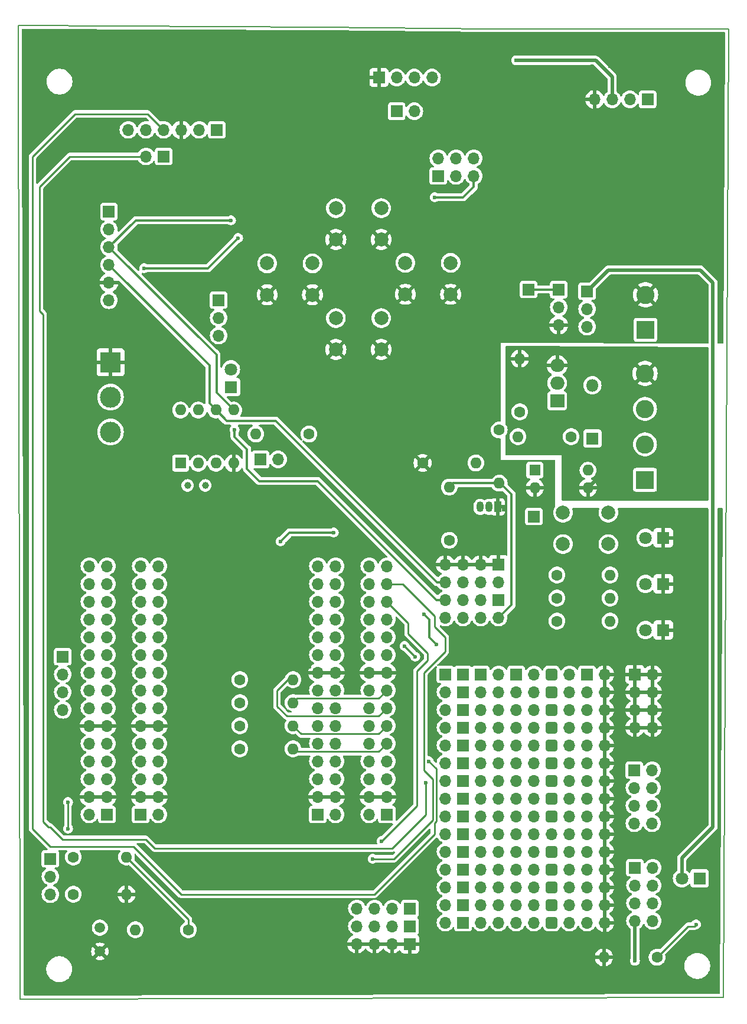
<source format=gbr>
%TF.GenerationSoftware,KiCad,Pcbnew,8.0.1*%
%TF.CreationDate,2024-10-07T23:16:47+02:00*%
%TF.ProjectId,CREPP.io,43524550-502e-4696-9f2e-6b696361645f,rev?*%
%TF.SameCoordinates,Original*%
%TF.FileFunction,Copper,L2,Bot*%
%TF.FilePolarity,Positive*%
%FSLAX46Y46*%
G04 Gerber Fmt 4.6, Leading zero omitted, Abs format (unit mm)*
G04 Created by KiCad (PCBNEW 8.0.1) date 2024-10-07 23:16:47*
%MOMM*%
%LPD*%
G01*
G04 APERTURE LIST*
G04 Aperture macros list*
%AMFreePoly0*
4,1,25,-0.850000,0.425000,-0.829199,0.556332,-0.768832,0.674809,-0.674809,0.768832,-0.556332,0.829199,-0.425000,0.850000,0.425000,0.850000,0.556332,0.829199,0.674809,0.768832,0.768832,0.674809,0.829199,0.556332,0.850000,0.425000,0.850000,-0.425000,0.829199,-0.556332,0.768832,-0.674809,0.674809,-0.768832,0.556332,-0.829199,0.425000,-0.850000,-0.425000,-0.850000,-0.556332,-0.829199,
-0.674809,-0.768832,-0.768832,-0.674809,-0.829199,-0.556332,-0.850000,-0.425000,-0.850000,0.425000,-0.850000,0.425000,$1*%
G04 Aperture macros list end*
%TA.AperFunction,ComponentPad*%
%ADD10C,1.600000*%
%TD*%
%TA.AperFunction,ComponentPad*%
%ADD11O,1.600000X1.600000*%
%TD*%
%TA.AperFunction,ComponentPad*%
%ADD12R,1.700000X1.700000*%
%TD*%
%TA.AperFunction,ComponentPad*%
%ADD13O,1.700000X1.700000*%
%TD*%
%TA.AperFunction,ComponentPad*%
%ADD14R,3.000000X3.000000*%
%TD*%
%TA.AperFunction,ComponentPad*%
%ADD15C,3.000000*%
%TD*%
%TA.AperFunction,ComponentPad*%
%ADD16R,1.800000X1.800000*%
%TD*%
%TA.AperFunction,ComponentPad*%
%ADD17C,1.800000*%
%TD*%
%TA.AperFunction,ComponentPad*%
%ADD18C,2.000000*%
%TD*%
%TA.AperFunction,ComponentPad*%
%ADD19R,2.600000X2.600000*%
%TD*%
%TA.AperFunction,ComponentPad*%
%ADD20C,2.600000*%
%TD*%
%TA.AperFunction,ComponentPad*%
%ADD21R,1.600000X1.600000*%
%TD*%
%TA.AperFunction,ComponentPad*%
%ADD22O,1.800000X1.800000*%
%TD*%
%TA.AperFunction,ComponentPad*%
%ADD23C,1.500000*%
%TD*%
%TA.AperFunction,ComponentPad*%
%ADD24FreePoly0,0.000000*%
%TD*%
%TA.AperFunction,ComponentPad*%
%ADD25C,1.000000*%
%TD*%
%TA.AperFunction,ComponentPad*%
%ADD26R,2.000000X1.905000*%
%TD*%
%TA.AperFunction,ComponentPad*%
%ADD27O,2.000000X1.905000*%
%TD*%
%TA.AperFunction,ComponentPad*%
%ADD28R,1.050000X1.500000*%
%TD*%
%TA.AperFunction,ComponentPad*%
%ADD29O,1.050000X1.500000*%
%TD*%
%TA.AperFunction,ViaPad*%
%ADD30C,0.600000*%
%TD*%
%TA.AperFunction,Conductor*%
%ADD31C,0.350000*%
%TD*%
%TA.AperFunction,Conductor*%
%ADD32C,0.250000*%
%TD*%
%TA.AperFunction,Conductor*%
%ADD33C,0.500000*%
%TD*%
%TA.AperFunction,Profile*%
%ADD34C,0.200000*%
%TD*%
G04 APERTURE END LIST*
D10*
%TO.P,R7,1*%
%TO.N,/LED/ORANGE_LED*%
X176570194Y-97028989D03*
D11*
%TO.P,R7,2*%
%TO.N,Net-(D2-A)*%
X184190194Y-97028989D03*
%TD*%
D12*
%TO.P,J25,1,Pin_1*%
%TO.N,unconnected-(J25-Pin_1-Pad1)*%
X112333194Y-41681989D03*
D13*
%TO.P,J25,2,Pin_2*%
%TO.N,unconnected-(J25-Pin_2-Pad2)*%
X112333194Y-44221989D03*
%TO.P,J25,3,Pin_3*%
%TO.N,/IO_Extender/SDA*%
X112333194Y-46761989D03*
%TO.P,J25,4,Pin_4*%
%TO.N,/IO_Extender/SCL*%
X112333194Y-49301989D03*
%TO.P,J25,5,Pin_5*%
%TO.N,GND*%
X112333194Y-51841989D03*
%TO.P,J25,6,Pin_6*%
%TO.N,/Sensors/VCC_Sensor*%
X112333194Y-54381989D03*
%TD*%
D14*
%TO.P,RV1,1,1*%
%TO.N,GND*%
X112562194Y-63246989D03*
D15*
%TO.P,RV1,2,2*%
%TO.N,/POT*%
X112562194Y-68246989D03*
%TO.P,RV1,3,3*%
%TO.N,+3.3V*%
X112562194Y-73246989D03*
%TD*%
D12*
%TO.P,J20,1,Pin_1*%
%TO.N,GND*%
X155488194Y-146558989D03*
D13*
%TO.P,J20,2,Pin_2*%
X152948194Y-146558989D03*
%TO.P,J20,3,Pin_3*%
X150408194Y-146558989D03*
%TO.P,J20,4,Pin_4*%
X147868194Y-146558989D03*
%TD*%
D12*
%TO.P,J30,1,Pin_1*%
%TO.N,Net-(J30-Pin_1)*%
X176824194Y-52847989D03*
D13*
%TO.P,J30,2,Pin_2*%
%TO.N,Net-(J30-Pin_2)*%
X176824194Y-55387989D03*
%TO.P,J30,3,Pin_3*%
%TO.N,GND*%
X176824194Y-57927989D03*
%TD*%
D12*
%TO.P,J13,1,Pin_1*%
%TO.N,GND*%
X168188194Y-92202989D03*
D13*
%TO.P,J13,2,Pin_2*%
%TO.N,/IO_Extender/SCL*%
X168188194Y-94742989D03*
%TO.P,J13,3,Pin_3*%
%TO.N,GND*%
X165648194Y-92202989D03*
%TO.P,J13,4,Pin_4*%
%TO.N,/IO_Extender/SCL*%
X165648194Y-94742989D03*
%TO.P,J13,5,Pin_5*%
%TO.N,GND*%
X163108194Y-92202989D03*
%TO.P,J13,6,Pin_6*%
%TO.N,/IO_Extender/SCL*%
X163108194Y-94742989D03*
%TO.P,J13,7,Pin_7*%
%TO.N,GND*%
X160568194Y-92202989D03*
%TO.P,J13,8,Pin_8*%
%TO.N,/IO_Extender/SCL*%
X160568194Y-94742989D03*
%TD*%
D16*
%TO.P,D3,1,K*%
%TO.N,GND*%
X191810194Y-101600989D03*
D17*
%TO.P,D3,2,A*%
%TO.N,Net-(D3-A)*%
X189270194Y-101600989D03*
%TD*%
D18*
%TO.P,SW4,1,1*%
%TO.N,/MCU/GPIO13_D7_RX2*%
X144872194Y-56932989D03*
X151372194Y-56932989D03*
%TO.P,SW4,2,2*%
%TO.N,GND*%
X144872194Y-61432989D03*
X151372194Y-61432989D03*
%TD*%
D12*
%TO.P,J4,1,Pin_1*%
%TO.N,/MCU/Pin_1*%
X116880194Y-128016989D03*
D13*
%TO.P,J4,2,Pin_2*%
X119420194Y-128016989D03*
%TO.P,J4,3,Pin_3*%
%TO.N,GND*%
X116880194Y-125476989D03*
%TO.P,J4,4,Pin_4*%
X119420194Y-125476989D03*
%TO.P,J4,5,Pin_5*%
%TO.N,/MCU/Pin_5*%
X116880194Y-122936989D03*
%TO.P,J4,6,Pin_6*%
X119420194Y-122936989D03*
%TO.P,J4,7,Pin_7*%
%TO.N,/MCU/Pin_7*%
X116880194Y-120396989D03*
%TO.P,J4,8,Pin_8*%
X119420194Y-120396989D03*
%TO.P,J4,9,Pin_9*%
%TO.N,/MCU/Pin_9*%
X116880194Y-117856989D03*
%TO.P,J4,10,Pin_10*%
X119420194Y-117856989D03*
%TO.P,J4,11,Pin_11*%
%TO.N,GND*%
X116880194Y-115316989D03*
%TO.P,J4,12,Pin_12*%
X119420194Y-115316989D03*
%TO.P,J4,13,Pin_13*%
%TO.N,/MCU/Pin_13*%
X116880194Y-112776989D03*
%TO.P,J4,14,Pin_14*%
X119420194Y-112776989D03*
%TO.P,J4,15,Pin_15*%
%TO.N,/MCU/Pin_15*%
X116880194Y-110236989D03*
%TO.P,J4,16,Pin_16*%
X119420194Y-110236989D03*
%TO.P,J4,17,Pin_17*%
%TO.N,/MCU/Pin_17*%
X116880194Y-107696989D03*
%TO.P,J4,18,Pin_18*%
X119420194Y-107696989D03*
%TO.P,J4,19,Pin_19*%
%TO.N,/MCU/Pin_19*%
X116880194Y-105156989D03*
%TO.P,J4,20,Pin_20*%
X119420194Y-105156989D03*
%TO.P,J4,21,Pin_21*%
%TO.N,/MCU/Pin_21*%
X116880194Y-102616989D03*
%TO.P,J4,22,Pin_22*%
X119420194Y-102616989D03*
%TO.P,J4,23,Pin_23*%
%TO.N,/MCU/Pin_23*%
X116880194Y-100076989D03*
%TO.P,J4,24,Pin_24*%
X119420194Y-100076989D03*
%TO.P,J4,25,Pin_25*%
%TO.N,/MCU/Pin_25*%
X116880194Y-97536989D03*
%TO.P,J4,26,Pin_26*%
X119420194Y-97536989D03*
%TO.P,J4,27,Pin_27*%
%TO.N,/MCU/Pin_27*%
X116880194Y-94996989D03*
%TO.P,J4,28,Pin_28*%
X119420194Y-94996989D03*
%TO.P,J4,29,Pin_29*%
%TO.N,/MCU/Pin_29*%
X116880194Y-92456989D03*
%TO.P,J4,30,Pin_30*%
X119420194Y-92456989D03*
%TD*%
D12*
%TO.P,J15,1,Pin_1*%
%TO.N,/IO_Extender/SDA*%
X168188194Y-97282989D03*
D13*
%TO.P,J15,2,Pin_2*%
%TO.N,+3.3V*%
X168188194Y-99822989D03*
%TO.P,J15,3,Pin_3*%
%TO.N,/IO_Extender/SDA*%
X165648194Y-97282989D03*
%TO.P,J15,4,Pin_4*%
%TO.N,+3.3V*%
X165648194Y-99822989D03*
%TO.P,J15,5,Pin_5*%
%TO.N,/IO_Extender/SDA*%
X163108194Y-97282989D03*
%TO.P,J15,6,Pin_6*%
%TO.N,+3.3V*%
X163108194Y-99822989D03*
%TO.P,J15,7,Pin_7*%
%TO.N,/IO_Extender/SDA*%
X160568194Y-97282989D03*
%TO.P,J15,8,Pin_8*%
%TO.N,+3.3V*%
X160568194Y-99822989D03*
%TD*%
D10*
%TO.P,R27,1*%
%TO.N,Net-(D12-K)*%
X141010194Y-73533989D03*
D11*
%TO.P,R27,2*%
%TO.N,Net-(JP7-B)*%
X133390194Y-73533989D03*
%TD*%
D12*
%TO.P,J19,1,Pin_1*%
%TO.N,/IO_Extender/A3*%
X155488194Y-141478989D03*
D13*
%TO.P,J19,2,Pin_2*%
%TO.N,/IO_Extender/A2*%
X152948194Y-141478989D03*
%TO.P,J19,3,Pin_3*%
%TO.N,/IO_Extender/A1*%
X150408194Y-141478989D03*
%TO.P,J19,4,Pin_4*%
%TO.N,/LDR*%
X147868194Y-141478989D03*
%TD*%
D12*
%TO.P,J16,1,Pin_1*%
%TO.N,/IO_Extender/SDA*%
X159552194Y-36576989D03*
D13*
%TO.P,J16,2,Pin_2*%
X159552194Y-34036989D03*
%TO.P,J16,3,Pin_3*%
%TO.N,/OLED/B*%
X162092194Y-36576989D03*
%TO.P,J16,4,Pin_4*%
%TO.N,/OLED/A*%
X162092194Y-34036989D03*
%TO.P,J16,5,Pin_5*%
%TO.N,/IO_Extender/SCL*%
X164632194Y-36576989D03*
%TO.P,J16,6,Pin_6*%
X164632194Y-34036989D03*
%TD*%
D12*
%TO.P,J6,1,Pin_1*%
%TO.N,+3.3V*%
X152186194Y-128016989D03*
D13*
%TO.P,J6,2,Pin_2*%
%TO.N,/MCU/Pin_2*%
X149646194Y-128016989D03*
%TO.P,J6,3,Pin_3*%
%TO.N,GND*%
X152186194Y-125476989D03*
%TO.P,J6,4,Pin_4*%
X149646194Y-125476989D03*
%TO.P,J6,5,Pin_5*%
%TO.N,/Bluetooth/TX*%
X152186194Y-122936989D03*
%TO.P,J6,6,Pin_6*%
%TO.N,/MCU/Pin_6*%
X149646194Y-122936989D03*
%TO.P,J6,7,Pin_7*%
%TO.N,/Bluetooth/RX*%
X152186194Y-120396989D03*
%TO.P,J6,8,Pin_8*%
%TO.N,/MCU/Pin_8*%
X149646194Y-120396989D03*
%TO.P,J6,9,Pin_9*%
%TO.N,/MCU/GPIO15_D8_TX2*%
X152186194Y-117856989D03*
%TO.P,J6,10,Pin_10*%
%TO.N,/MCU/Pin_10*%
X149646194Y-117856989D03*
%TO.P,J6,11,Pin_11*%
%TO.N,/MCU/GPIO13_D7_RX2*%
X152186194Y-115316989D03*
%TO.P,J6,12,Pin_12*%
%TO.N,/MCU/Pin_12*%
X149646194Y-115316989D03*
%TO.P,J6,13,Pin_13*%
%TO.N,/MCU/GPIO12_D6*%
X152186194Y-112776989D03*
%TO.P,J6,14,Pin_14*%
%TO.N,/MCU/Pin_14*%
X149646194Y-112776989D03*
%TO.P,J6,15,Pin_15*%
%TO.N,/MCU/GPIO14_D5*%
X152186194Y-110236989D03*
%TO.P,J6,16,Pin_16*%
%TO.N,/MCU/Pin_16*%
X149646194Y-110236989D03*
%TO.P,J6,17,Pin_17*%
%TO.N,GND*%
X152186194Y-107696989D03*
%TO.P,J6,18,Pin_18*%
X149646194Y-107696989D03*
%TO.P,J6,19,Pin_19*%
%TO.N,+3.3V*%
X152186194Y-105156989D03*
%TO.P,J6,20,Pin_20*%
%TO.N,/MCU/Pin_20*%
X149646194Y-105156989D03*
%TO.P,J6,21,Pin_21*%
%TO.N,/LED/GREEN*%
X152186194Y-102616989D03*
%TO.P,J6,22,Pin_22*%
%TO.N,/MCU/Pin_22*%
X149646194Y-102616989D03*
%TO.P,J6,23,Pin_23*%
%TO.N,/LED/ORANGE_LED*%
X152186194Y-100076989D03*
%TO.P,J6,24,Pin_24*%
%TO.N,/MCU/Pin_24*%
X149646194Y-100076989D03*
%TO.P,J6,25,Pin_25*%
%TO.N,/IO_Extender/SDA*%
X152186194Y-97536989D03*
%TO.P,J6,26,Pin_26*%
%TO.N,/MCU/Pin_26*%
X149646194Y-97536989D03*
%TO.P,J6,27,Pin_27*%
%TO.N,/IO_Extender/SCL*%
X152186194Y-94996989D03*
%TO.P,J6,28,Pin_28*%
%TO.N,/MCU/Pin_28*%
X149646194Y-94996989D03*
%TO.P,J6,29,Pin_29*%
%TO.N,/LED/RED_LED*%
X152186194Y-92456989D03*
%TO.P,J6,30,Pin_30*%
%TO.N,/MCU/Pin_30*%
X149646194Y-92456989D03*
%TD*%
D12*
%TO.P,J7,1,Pin_1*%
%TO.N,/MCU/Pin_1*%
X112054194Y-128016989D03*
D13*
%TO.P,J7,2,Pin_2*%
%TO.N,+5V*%
X109514194Y-128016989D03*
%TO.P,J7,3,Pin_3*%
%TO.N,GND*%
X112054194Y-125476989D03*
%TO.P,J7,4,Pin_4*%
X109514194Y-125476989D03*
%TO.P,J7,5,Pin_5*%
%TO.N,/MCU/Pin_5*%
X112054194Y-122936989D03*
%TO.P,J7,6,Pin_6*%
%TO.N,/MCU/RESET*%
X109514194Y-122936989D03*
%TO.P,J7,7,Pin_7*%
%TO.N,/MCU/Pin_7*%
X112054194Y-120396989D03*
%TO.P,J7,8,Pin_8*%
%TO.N,/MCU/EN*%
X109514194Y-120396989D03*
%TO.P,J7,9,Pin_9*%
%TO.N,/MCU/Pin_9*%
X112054194Y-117856989D03*
%TO.P,J7,10,Pin_10*%
%TO.N,+3.3V*%
X109514194Y-117856989D03*
%TO.P,J7,11,Pin_11*%
%TO.N,GND*%
X112054194Y-115316989D03*
%TO.P,J7,12,Pin_12*%
X109514194Y-115316989D03*
%TO.P,J7,13,Pin_13*%
%TO.N,/MCU/Pin_13*%
X112054194Y-112776989D03*
%TO.P,J7,14,Pin_14*%
%TO.N,/MCU/CLK*%
X109514194Y-112776989D03*
%TO.P,J7,15,Pin_15*%
%TO.N,/MCU/Pin_15*%
X112054194Y-110236989D03*
%TO.P,J7,16,Pin_16*%
%TO.N,/MCU/MISO*%
X109514194Y-110236989D03*
%TO.P,J7,17,Pin_17*%
%TO.N,/MCU/Pin_17*%
X112054194Y-107696989D03*
%TO.P,J7,18,Pin_18*%
%TO.N,/MCU/CS*%
X109514194Y-107696989D03*
%TO.P,J7,19,Pin_19*%
%TO.N,/MCU/Pin_19*%
X112054194Y-105156989D03*
%TO.P,J7,20,Pin_20*%
%TO.N,/MCU/MOSI*%
X109514194Y-105156989D03*
%TO.P,J7,21,Pin_21*%
%TO.N,unconnected-(J7-Pin_21-Pad21)*%
X112054194Y-102616989D03*
%TO.P,J7,22,Pin_22*%
%TO.N,unconnected-(J7-Pin_22-Pad22)*%
X109514194Y-102616989D03*
%TO.P,J7,23,Pin_23*%
%TO.N,unconnected-(J7-Pin_23-Pad23)*%
X112054194Y-100076989D03*
%TO.P,J7,24,Pin_24*%
%TO.N,unconnected-(J7-Pin_24-Pad24)*%
X109514194Y-100076989D03*
%TO.P,J7,25,Pin_25*%
%TO.N,unconnected-(J7-Pin_25-Pad25)*%
X112054194Y-97536989D03*
%TO.P,J7,26,Pin_26*%
%TO.N,unconnected-(J7-Pin_26-Pad26)*%
X109514194Y-97536989D03*
%TO.P,J7,27,Pin_27*%
%TO.N,unconnected-(J7-Pin_27-Pad27)*%
X112054194Y-94996989D03*
%TO.P,J7,28,Pin_28*%
%TO.N,unconnected-(J7-Pin_28-Pad28)*%
X109514194Y-94996989D03*
%TO.P,J7,29,Pin_29*%
%TO.N,/MCU/Pin_29*%
X112054194Y-92456989D03*
%TO.P,J7,30,Pin_30*%
%TO.N,/POT*%
X109514194Y-92456989D03*
%TD*%
D19*
%TO.P,J33,1,Pin_1*%
%TO.N,/Power/Ext_Servo*%
X189270194Y-58594989D03*
D20*
%TO.P,J33,2,Pin_2*%
%TO.N,GND*%
X189270194Y-53594989D03*
%TD*%
D18*
%TO.P,SW2,1,1*%
%TO.N,/MCU/GPIO12_D6*%
X144872194Y-41184989D03*
X151372194Y-41184989D03*
%TO.P,SW2,2,2*%
%TO.N,GND*%
X144872194Y-45684989D03*
X151372194Y-45684989D03*
%TD*%
D10*
%TO.P,R1,1*%
%TO.N,+3.3V*%
X131104194Y-118618989D03*
D11*
%TO.P,R1,2*%
%TO.N,/MCU/GPIO15_D8_TX2*%
X138724194Y-118618989D03*
%TD*%
D12*
%TO.P,J23,1,Pin_1*%
%TO.N,GND*%
X151043194Y-22479989D03*
D13*
%TO.P,J23,2,Pin_2*%
%TO.N,Net-(J23-Pin_2)*%
X153583194Y-22479989D03*
%TO.P,J23,3,Pin_3*%
%TO.N,Net-(J23-Pin_3)*%
X156123194Y-22479989D03*
%TO.P,J23,4,Pin_4*%
%TO.N,+3.3V*%
X158663194Y-22479989D03*
%TD*%
D10*
%TO.P,R17,1*%
%TO.N,Net-(R17-Pad1)*%
X161126994Y-88748589D03*
D11*
%TO.P,R17,2*%
%TO.N,+3.3V*%
X161126994Y-81128589D03*
%TD*%
D16*
%TO.P,D1,1,K*%
%TO.N,GND*%
X191810194Y-88392989D03*
D17*
%TO.P,D1,2,A*%
%TO.N,Net-(D1-A)*%
X189270194Y-88392989D03*
%TD*%
D12*
%TO.P,J21,1,Pin_1*%
%TO.N,+3.3V*%
X155488194Y-144018989D03*
D13*
%TO.P,J21,2,Pin_2*%
X152948194Y-144018989D03*
%TO.P,J21,3,Pin_3*%
X150408194Y-144018989D03*
%TO.P,J21,4,Pin_4*%
X147868194Y-144018989D03*
%TD*%
D21*
%TO.P,U2,1*%
%TO.N,Net-(Q2-D)*%
X173390194Y-78708989D03*
D11*
%TO.P,U2,2*%
%TO.N,GND*%
X173390194Y-81248989D03*
%TO.P,U2,3*%
%TO.N,GND_POWER*%
X181010194Y-81248989D03*
%TO.P,U2,4*%
%TO.N,Net-(Q1-G)*%
X181010194Y-78708989D03*
%TD*%
D12*
%TO.P,J35,1,Pin_1*%
%TO.N,/MCU/MOSI*%
X105704194Y-105420989D03*
D13*
%TO.P,J35,2,Pin_2*%
%TO.N,/MCU/CS*%
X105704194Y-107960989D03*
%TO.P,J35,3,Pin_3*%
%TO.N,/MCU/MISO*%
X105704194Y-110500989D03*
%TO.P,J35,4,Pin_4*%
%TO.N,/MCU/CLK*%
X105704194Y-113040989D03*
%TD*%
D12*
%TO.P,J12,1,Pin_1*%
%TO.N,+3.3V*%
X160568194Y-107950989D03*
%TO.P,J12,2,Pin_2*%
%TO.N,unconnected-(J12-Pin_2-Pad2)*%
X163108194Y-107950989D03*
D13*
%TO.P,J12,3,Pin_3*%
%TO.N,+3.3V*%
X160568194Y-110490989D03*
D12*
%TO.P,J12,4,Pin_4*%
%TO.N,unconnected-(J12-Pin_4-Pad4)*%
X163108194Y-110490989D03*
D13*
%TO.P,J12,5,Pin_5*%
%TO.N,+3.3V*%
X160568194Y-113030989D03*
D12*
%TO.P,J12,6,Pin_6*%
%TO.N,unconnected-(J12-Pin_6-Pad6)*%
X163108194Y-113030989D03*
D13*
%TO.P,J12,7,Pin_7*%
%TO.N,+3.3V*%
X160568194Y-115570989D03*
D12*
%TO.P,J12,8,Pin_8*%
%TO.N,unconnected-(J12-Pin_8-Pad8)*%
X163108194Y-115570989D03*
D13*
%TO.P,J12,9,Pin_9*%
%TO.N,+3.3V*%
X160568194Y-118110989D03*
D12*
%TO.P,J12,10,Pin_10*%
%TO.N,unconnected-(J12-Pin_10-Pad10)*%
X163108194Y-118110989D03*
D13*
%TO.P,J12,11,Pin_11*%
%TO.N,+3.3V*%
X160568194Y-120650989D03*
D12*
%TO.P,J12,12,Pin_12*%
%TO.N,unconnected-(J12-Pin_12-Pad12)*%
X163108194Y-120650989D03*
D13*
%TO.P,J12,13,Pin_13*%
%TO.N,+3.3V*%
X160568194Y-123190989D03*
D12*
%TO.P,J12,14,Pin_14*%
%TO.N,unconnected-(J12-Pin_14-Pad14)*%
X163108194Y-123190989D03*
D13*
%TO.P,J12,15,Pin_15*%
%TO.N,+3.3V*%
X160568194Y-125730989D03*
D12*
%TO.P,J12,16,Pin_16*%
%TO.N,unconnected-(J12-Pin_16-Pad16)*%
X163108194Y-125730989D03*
D13*
%TO.P,J12,17,Pin_17*%
%TO.N,+3.3V*%
X160568194Y-128270989D03*
D12*
%TO.P,J12,18,Pin_18*%
%TO.N,unconnected-(J12-Pin_18-Pad18)*%
X163108194Y-128270989D03*
D13*
%TO.P,J12,19,Pin_19*%
%TO.N,+3.3V*%
X160568194Y-130810989D03*
D12*
%TO.P,J12,20,Pin_20*%
%TO.N,unconnected-(J12-Pin_20-Pad20)*%
X163108194Y-130810989D03*
D13*
%TO.P,J12,21,Pin_21*%
%TO.N,+3.3V*%
X160568194Y-133350989D03*
D12*
%TO.P,J12,22,Pin_22*%
%TO.N,unconnected-(J12-Pin_22-Pad22)*%
X163108194Y-133350989D03*
D13*
%TO.P,J12,23,Pin_23*%
%TO.N,+3.3V*%
X160568194Y-135890989D03*
D12*
%TO.P,J12,24,Pin_24*%
%TO.N,unconnected-(J12-Pin_24-Pad24)*%
X163108194Y-135890989D03*
D13*
%TO.P,J12,25,Pin_25*%
%TO.N,+3.3V*%
X160568194Y-138430989D03*
D12*
%TO.P,J12,26,Pin_26*%
%TO.N,unconnected-(J12-Pin_26-Pad26)*%
X163108194Y-138430989D03*
D13*
%TO.P,J12,27,Pin_27*%
%TO.N,+3.3V*%
X160568194Y-140970989D03*
D12*
%TO.P,J12,28,Pin_28*%
%TO.N,unconnected-(J12-Pin_28-Pad28)*%
X163108194Y-140970989D03*
D13*
%TO.P,J12,29,Pin_29*%
%TO.N,+3.3V*%
X160568194Y-143510989D03*
D12*
%TO.P,J12,30,Pin_30*%
%TO.N,unconnected-(J12-Pin_30-Pad30)*%
X163108194Y-143510989D03*
%TD*%
%TO.P,J5,1,Pin_1*%
%TO.N,/MCU/Pin_2*%
X142280194Y-128016989D03*
D13*
%TO.P,J5,2,Pin_2*%
X144820194Y-128016989D03*
%TO.P,J5,3,Pin_3*%
%TO.N,GND*%
X142280194Y-125476989D03*
%TO.P,J5,4,Pin_4*%
X144820194Y-125476989D03*
%TO.P,J5,5,Pin_5*%
%TO.N,/MCU/Pin_6*%
X142280194Y-122936989D03*
%TO.P,J5,6,Pin_6*%
X144820194Y-122936989D03*
%TO.P,J5,7,Pin_7*%
%TO.N,/MCU/Pin_8*%
X142280194Y-120396989D03*
%TO.P,J5,8,Pin_8*%
X144820194Y-120396989D03*
%TO.P,J5,9,Pin_9*%
%TO.N,/MCU/Pin_10*%
X142280194Y-117856989D03*
%TO.P,J5,10,Pin_10*%
X144820194Y-117856989D03*
%TO.P,J5,11,Pin_11*%
%TO.N,/MCU/Pin_12*%
X142280194Y-115316989D03*
%TO.P,J5,12,Pin_12*%
X144820194Y-115316989D03*
%TO.P,J5,13,Pin_13*%
%TO.N,/MCU/Pin_14*%
X142280194Y-112776989D03*
%TO.P,J5,14,Pin_14*%
X144820194Y-112776989D03*
%TO.P,J5,15,Pin_15*%
%TO.N,/MCU/Pin_16*%
X142280194Y-110236989D03*
%TO.P,J5,16,Pin_16*%
X144820194Y-110236989D03*
%TO.P,J5,17,Pin_17*%
%TO.N,GND*%
X142280194Y-107696989D03*
%TO.P,J5,18,Pin_18*%
X144820194Y-107696989D03*
%TO.P,J5,19,Pin_19*%
%TO.N,/MCU/Pin_20*%
X142280194Y-105156989D03*
%TO.P,J5,20,Pin_20*%
X144820194Y-105156989D03*
%TO.P,J5,21,Pin_21*%
%TO.N,/MCU/Pin_22*%
X142280194Y-102616989D03*
%TO.P,J5,22,Pin_22*%
X144820194Y-102616989D03*
%TO.P,J5,23,Pin_23*%
%TO.N,/MCU/Pin_24*%
X142280194Y-100076989D03*
%TO.P,J5,24,Pin_24*%
X144820194Y-100076989D03*
%TO.P,J5,25,Pin_25*%
%TO.N,/MCU/Pin_26*%
X142280194Y-97536989D03*
%TO.P,J5,26,Pin_26*%
X144820194Y-97536989D03*
%TO.P,J5,27,Pin_27*%
%TO.N,/MCU/Pin_28*%
X142280194Y-94996989D03*
%TO.P,J5,28,Pin_28*%
X144820194Y-94996989D03*
%TO.P,J5,29,Pin_29*%
%TO.N,/MCU/Pin_30*%
X142280194Y-92456989D03*
%TO.P,J5,30,Pin_30*%
X144820194Y-92456989D03*
%TD*%
D18*
%TO.P,SW3,1,1*%
%TO.N,/MCU/GPIO14_D5*%
X154830194Y-49022989D03*
X161330194Y-49022989D03*
%TO.P,SW3,2,2*%
%TO.N,GND*%
X154830194Y-53522989D03*
X161330194Y-53522989D03*
%TD*%
D16*
%TO.P,D12,1,K*%
%TO.N,Net-(D12-K)*%
X129834194Y-66802989D03*
D17*
%TO.P,D12,2,A*%
%TO.N,+3.3V*%
X129834194Y-64262989D03*
%TD*%
D16*
%TO.P,D5,1,K*%
%TO.N,Net-(D5-K)*%
X181650194Y-74168989D03*
D22*
%TO.P,D5,2,A*%
%TO.N,Net-(D5-A)*%
X181650194Y-66548989D03*
%TD*%
D10*
%TO.P,R2,1*%
%TO.N,+3.3V*%
X131104194Y-108712989D03*
D11*
%TO.P,R2,2*%
%TO.N,/MCU/GPIO12_D6*%
X138724194Y-108712989D03*
%TD*%
D23*
%TO.P,LDR1,1*%
%TO.N,/LDR*%
X111038194Y-144225789D03*
%TO.P,LDR1,2*%
%TO.N,GND*%
X111038194Y-147625789D03*
%TD*%
D12*
%TO.P,JP7,1,A*%
%TO.N,Net-(JP7-A)*%
X134050594Y-77166189D03*
D13*
%TO.P,JP7,2,B*%
%TO.N,Net-(JP7-B)*%
X136590594Y-77166189D03*
%TD*%
D12*
%TO.P,J8,1,Pin_1*%
%TO.N,unconnected-(J8-Pin_1-Pad1)*%
X180888194Y-107950989D03*
D13*
%TO.P,J8,2,Pin_2*%
%TO.N,GND*%
X183428194Y-107950989D03*
%TO.P,J8,3,Pin_3*%
%TO.N,unconnected-(J8-Pin_3-Pad3)*%
X180888194Y-110490989D03*
%TO.P,J8,4,Pin_4*%
%TO.N,GND*%
X183428194Y-110490989D03*
%TO.P,J8,5,Pin_5*%
%TO.N,unconnected-(J8-Pin_5-Pad5)*%
X180888194Y-113030989D03*
%TO.P,J8,6,Pin_6*%
%TO.N,GND*%
X183428194Y-113030989D03*
%TO.P,J8,7,Pin_7*%
%TO.N,unconnected-(J8-Pin_7-Pad7)*%
X180888194Y-115570989D03*
%TO.P,J8,8,Pin_8*%
%TO.N,GND*%
X183428194Y-115570989D03*
%TO.P,J8,9,Pin_9*%
%TO.N,unconnected-(J8-Pin_9-Pad9)*%
X180888194Y-118110989D03*
%TO.P,J8,10,Pin_10*%
%TO.N,GND*%
X183428194Y-118110989D03*
%TO.P,J8,11,Pin_11*%
%TO.N,unconnected-(J8-Pin_11-Pad11)*%
X180888194Y-120650989D03*
%TO.P,J8,12,Pin_12*%
%TO.N,GND*%
X183428194Y-120650989D03*
%TO.P,J8,13,Pin_13*%
%TO.N,unconnected-(J8-Pin_13-Pad13)*%
X180888194Y-123190989D03*
%TO.P,J8,14,Pin_14*%
%TO.N,GND*%
X183428194Y-123190989D03*
%TO.P,J8,15,Pin_15*%
%TO.N,unconnected-(J8-Pin_15-Pad15)*%
X180888194Y-125730989D03*
%TO.P,J8,16,Pin_16*%
%TO.N,GND*%
X183428194Y-125730989D03*
%TO.P,J8,17,Pin_17*%
%TO.N,unconnected-(J8-Pin_17-Pad17)*%
X180888194Y-128270989D03*
%TO.P,J8,18,Pin_18*%
%TO.N,GND*%
X183428194Y-128270989D03*
%TO.P,J8,19,Pin_19*%
%TO.N,unconnected-(J8-Pin_19-Pad19)*%
X180888194Y-130810989D03*
%TO.P,J8,20,Pin_20*%
%TO.N,GND*%
X183428194Y-130810989D03*
%TO.P,J8,21,Pin_21*%
%TO.N,unconnected-(J8-Pin_21-Pad21)*%
X180888194Y-133350989D03*
%TO.P,J8,22,Pin_22*%
%TO.N,GND*%
X183428194Y-133350989D03*
%TO.P,J8,23,Pin_23*%
%TO.N,unconnected-(J8-Pin_23-Pad23)*%
X180888194Y-135890989D03*
%TO.P,J8,24,Pin_24*%
%TO.N,GND*%
X183428194Y-135890989D03*
%TO.P,J8,25,Pin_25*%
%TO.N,unconnected-(J8-Pin_25-Pad25)*%
X180888194Y-138430989D03*
%TO.P,J8,26,Pin_26*%
%TO.N,GND*%
X183428194Y-138430989D03*
%TO.P,J8,27,Pin_27*%
%TO.N,unconnected-(J8-Pin_27-Pad27)*%
X180888194Y-140970989D03*
%TO.P,J8,28,Pin_28*%
%TO.N,GND*%
X183428194Y-140970989D03*
%TO.P,J8,29,Pin_29*%
%TO.N,unconnected-(J8-Pin_29-Pad29)*%
X180888194Y-143510989D03*
%TO.P,J8,30,Pin_30*%
%TO.N,GND*%
X183428194Y-143510989D03*
%TD*%
D12*
%TO.P,J17,1,Pin_1*%
%TO.N,+3.3V*%
X187658194Y-121666989D03*
D13*
%TO.P,J17,2,Pin_2*%
X190198194Y-121666989D03*
%TO.P,J17,3,Pin_3*%
X187658194Y-124206989D03*
%TO.P,J17,4,Pin_4*%
X190198194Y-124206989D03*
%TO.P,J17,5,Pin_5*%
X187658194Y-126746989D03*
%TO.P,J17,6,Pin_6*%
X190198194Y-126746989D03*
%TO.P,J17,7,Pin_7*%
X187658194Y-129286989D03*
%TO.P,J17,8,Pin_8*%
X190198194Y-129286989D03*
%TD*%
D12*
%TO.P,J3,1,Pin_1*%
%TO.N,GND*%
X187746194Y-107950989D03*
D13*
%TO.P,J3,2,Pin_2*%
X190286194Y-107950989D03*
%TO.P,J3,3,Pin_3*%
X187746194Y-110490989D03*
%TO.P,J3,4,Pin_4*%
X190286194Y-110490989D03*
%TO.P,J3,5,Pin_5*%
X187746194Y-113030989D03*
%TO.P,J3,6,Pin_6*%
X190286194Y-113030989D03*
%TO.P,J3,7,Pin_7*%
X187746194Y-115570989D03*
%TO.P,J3,8,Pin_8*%
X190286194Y-115570989D03*
%TD*%
D12*
%TO.P,J29,1,Pin_1*%
%TO.N,unconnected-(J29-Pin_1-Pad1)*%
X127802194Y-29972989D03*
D13*
%TO.P,J29,2,Pin_2*%
%TO.N,+5V*%
X125262194Y-29972989D03*
%TO.P,J29,3,Pin_3*%
%TO.N,GND*%
X122722194Y-29972989D03*
%TO.P,J29,4,Pin_4*%
%TO.N,/Bluetooth/RX*%
X120182194Y-29972989D03*
%TO.P,J29,5,Pin_5*%
%TO.N,/Bluetooth/TX*%
X117642194Y-29972989D03*
%TO.P,J29,6,Pin_6*%
%TO.N,unconnected-(J29-Pin_6-Pad6)*%
X115102194Y-29972989D03*
%TD*%
D12*
%TO.P,J9,1,Pin_1*%
%TO.N,unconnected-(J9-Pin_1-Pad1)*%
X165648194Y-107950989D03*
D13*
%TO.P,J9,2,Pin_2*%
%TO.N,unconnected-(J9-Pin_2-Pad2)*%
X168188194Y-107950989D03*
%TO.P,J9,3,Pin_3*%
%TO.N,unconnected-(J9-Pin_3-Pad3)*%
X165648194Y-110490989D03*
%TO.P,J9,4,Pin_4*%
%TO.N,unconnected-(J9-Pin_4-Pad4)*%
X168188194Y-110490989D03*
%TO.P,J9,5,Pin_5*%
%TO.N,unconnected-(J9-Pin_5-Pad5)*%
X165648194Y-113030989D03*
%TO.P,J9,6,Pin_6*%
%TO.N,unconnected-(J9-Pin_6-Pad6)*%
X168188194Y-113030989D03*
%TO.P,J9,7,Pin_7*%
%TO.N,unconnected-(J9-Pin_7-Pad7)*%
X165648194Y-115570989D03*
%TO.P,J9,8,Pin_8*%
%TO.N,unconnected-(J9-Pin_8-Pad8)*%
X168188194Y-115570989D03*
%TO.P,J9,9,Pin_9*%
%TO.N,unconnected-(J9-Pin_9-Pad9)*%
X165648194Y-118110989D03*
%TO.P,J9,10,Pin_10*%
%TO.N,unconnected-(J9-Pin_10-Pad10)*%
X168188194Y-118110989D03*
%TO.P,J9,11,Pin_11*%
%TO.N,unconnected-(J9-Pin_11-Pad11)*%
X165648194Y-120650989D03*
%TO.P,J9,12,Pin_12*%
%TO.N,unconnected-(J9-Pin_12-Pad12)*%
X168188194Y-120650989D03*
%TO.P,J9,13,Pin_13*%
%TO.N,unconnected-(J9-Pin_13-Pad13)*%
X165648194Y-123190989D03*
%TO.P,J9,14,Pin_14*%
%TO.N,unconnected-(J9-Pin_14-Pad14)*%
X168188194Y-123190989D03*
%TO.P,J9,15,Pin_15*%
%TO.N,unconnected-(J9-Pin_15-Pad15)*%
X165648194Y-125730989D03*
%TO.P,J9,16,Pin_16*%
%TO.N,unconnected-(J9-Pin_16-Pad16)*%
X168188194Y-125730989D03*
%TO.P,J9,17,Pin_17*%
%TO.N,unconnected-(J9-Pin_17-Pad17)*%
X165648194Y-128270989D03*
%TO.P,J9,18,Pin_18*%
%TO.N,unconnected-(J9-Pin_18-Pad18)*%
X168188194Y-128270989D03*
%TO.P,J9,19,Pin_19*%
%TO.N,unconnected-(J9-Pin_19-Pad19)*%
X165648194Y-130810989D03*
%TO.P,J9,20,Pin_20*%
%TO.N,unconnected-(J9-Pin_20-Pad20)*%
X168188194Y-130810989D03*
%TO.P,J9,21,Pin_21*%
%TO.N,unconnected-(J9-Pin_21-Pad21)*%
X165648194Y-133350989D03*
%TO.P,J9,22,Pin_22*%
%TO.N,unconnected-(J9-Pin_22-Pad22)*%
X168188194Y-133350989D03*
%TO.P,J9,23,Pin_23*%
%TO.N,unconnected-(J9-Pin_23-Pad23)*%
X165648194Y-135890989D03*
%TO.P,J9,24,Pin_24*%
%TO.N,unconnected-(J9-Pin_24-Pad24)*%
X168188194Y-135890989D03*
%TO.P,J9,25,Pin_25*%
%TO.N,unconnected-(J9-Pin_25-Pad25)*%
X165648194Y-138430989D03*
%TO.P,J9,26,Pin_26*%
%TO.N,unconnected-(J9-Pin_26-Pad26)*%
X168188194Y-138430989D03*
%TO.P,J9,27,Pin_27*%
%TO.N,unconnected-(J9-Pin_27-Pad27)*%
X165648194Y-140970989D03*
%TO.P,J9,28,Pin_28*%
%TO.N,unconnected-(J9-Pin_28-Pad28)*%
X168188194Y-140970989D03*
%TO.P,J9,29,Pin_29*%
%TO.N,unconnected-(J9-Pin_29-Pad29)*%
X165648194Y-143510989D03*
%TO.P,J9,30,Pin_30*%
%TO.N,unconnected-(J9-Pin_30-Pad30)*%
X168188194Y-143510989D03*
%TD*%
D16*
%TO.P,D4,1,K*%
%TO.N,Net-(D4-K)*%
X197017194Y-137160989D03*
D17*
%TO.P,D4,2,A*%
%TO.N,+5V*%
X194477194Y-137160989D03*
%TD*%
D12*
%TO.P,J36,1,Pin_1*%
%TO.N,+3.3V*%
X128056194Y-54356989D03*
D13*
%TO.P,J36,2,Pin_2*%
%TO.N,/Sensors/VCC_Sensor*%
X128056194Y-56896989D03*
%TO.P,J36,3,Pin_3*%
%TO.N,+5V*%
X128056194Y-59436989D03*
%TD*%
D10*
%TO.P,R3,1*%
%TO.N,+3.3V*%
X131104194Y-112014989D03*
D11*
%TO.P,R3,2*%
%TO.N,/MCU/GPIO14_D5*%
X138724194Y-112014989D03*
%TD*%
D10*
%TO.P,R5,1*%
%TO.N,Net-(D4-K)*%
X190921194Y-148463989D03*
D11*
%TO.P,R5,2*%
%TO.N,GND*%
X183301194Y-148463989D03*
%TD*%
D12*
%TO.P,J26,1,Pin_1*%
%TO.N,Net-(J26-Pin_1)*%
X103926194Y-134366989D03*
D13*
%TO.P,J26,2,Pin_2*%
%TO.N,Net-(J26-Pin_2)*%
X103926194Y-136906989D03*
%TO.P,J26,3,Pin_3*%
%TO.N,Net-(J26-Pin_3)*%
X103926194Y-139446989D03*
%TD*%
D12*
%TO.P,J37,1,Pin_1*%
%TO.N,Net-(J37-Pin_1)*%
X173268194Y-85344989D03*
%TD*%
D10*
%TO.P,R16,1*%
%TO.N,Net-(J26-Pin_3)*%
X107228194Y-139446989D03*
D11*
%TO.P,R16,2*%
%TO.N,GND*%
X114848194Y-139446989D03*
%TD*%
D10*
%TO.P,R15,1*%
%TO.N,+3.3V*%
X123738194Y-144526989D03*
D11*
%TO.P,R15,2*%
%TO.N,/LDR*%
X116118194Y-144526989D03*
%TD*%
D24*
%TO.P,J11,1,Pin_1*%
%TO.N,unconnected-(J11-Pin_1-Pad1)*%
X175808194Y-107950989D03*
D13*
%TO.P,J11,2,Pin_2*%
%TO.N,unconnected-(J11-Pin_2-Pad2)*%
X178348194Y-107950989D03*
D24*
%TO.P,J11,3,Pin_3*%
%TO.N,unconnected-(J11-Pin_3-Pad3)*%
X175808194Y-110490989D03*
D13*
%TO.P,J11,4,Pin_4*%
%TO.N,unconnected-(J11-Pin_4-Pad4)*%
X178348194Y-110490989D03*
D24*
%TO.P,J11,5,Pin_5*%
%TO.N,unconnected-(J11-Pin_5-Pad5)*%
X175808194Y-113030989D03*
D13*
%TO.P,J11,6,Pin_6*%
%TO.N,unconnected-(J11-Pin_6-Pad6)*%
X178348194Y-113030989D03*
D24*
%TO.P,J11,7,Pin_7*%
%TO.N,unconnected-(J11-Pin_7-Pad7)*%
X175808194Y-115570989D03*
D13*
%TO.P,J11,8,Pin_8*%
%TO.N,unconnected-(J11-Pin_8-Pad8)*%
X178348194Y-115570989D03*
D24*
%TO.P,J11,9,Pin_9*%
%TO.N,unconnected-(J11-Pin_9-Pad9)*%
X175808194Y-118110989D03*
D13*
%TO.P,J11,10,Pin_10*%
%TO.N,unconnected-(J11-Pin_10-Pad10)*%
X178348194Y-118110989D03*
D24*
%TO.P,J11,11,Pin_11*%
%TO.N,unconnected-(J11-Pin_11-Pad11)*%
X175808194Y-120650989D03*
D13*
%TO.P,J11,12,Pin_12*%
%TO.N,unconnected-(J11-Pin_12-Pad12)*%
X178348194Y-120650989D03*
D24*
%TO.P,J11,13,Pin_13*%
%TO.N,unconnected-(J11-Pin_13-Pad13)*%
X175808194Y-123190989D03*
D13*
%TO.P,J11,14,Pin_14*%
%TO.N,unconnected-(J11-Pin_14-Pad14)*%
X178348194Y-123190989D03*
D24*
%TO.P,J11,15,Pin_15*%
%TO.N,unconnected-(J11-Pin_15-Pad15)*%
X175808194Y-125730989D03*
D13*
%TO.P,J11,16,Pin_16*%
%TO.N,unconnected-(J11-Pin_16-Pad16)*%
X178348194Y-125730989D03*
D24*
%TO.P,J11,17,Pin_17*%
%TO.N,unconnected-(J11-Pin_17-Pad17)*%
X175808194Y-128270989D03*
D13*
%TO.P,J11,18,Pin_18*%
%TO.N,unconnected-(J11-Pin_18-Pad18)*%
X178348194Y-128270989D03*
%TO.P,J11,19,Pin_19*%
%TO.N,unconnected-(J11-Pin_19-Pad19)*%
X175808194Y-130810989D03*
%TO.P,J11,20,Pin_20*%
%TO.N,unconnected-(J11-Pin_20-Pad20)*%
X178348194Y-130810989D03*
D24*
%TO.P,J11,21,Pin_21*%
%TO.N,unconnected-(J11-Pin_21-Pad21)*%
X175808194Y-133350989D03*
D13*
%TO.P,J11,22,Pin_22*%
%TO.N,unconnected-(J11-Pin_22-Pad22)*%
X178348194Y-133350989D03*
D24*
%TO.P,J11,23,Pin_23*%
%TO.N,unconnected-(J11-Pin_23-Pad23)*%
X175808194Y-135890989D03*
D13*
%TO.P,J11,24,Pin_24*%
%TO.N,unconnected-(J11-Pin_24-Pad24)*%
X178348194Y-135890989D03*
D24*
%TO.P,J11,25,Pin_25*%
%TO.N,unconnected-(J11-Pin_25-Pad25)*%
X175808194Y-138430989D03*
D13*
%TO.P,J11,26,Pin_26*%
%TO.N,unconnected-(J11-Pin_26-Pad26)*%
X178348194Y-138430989D03*
D24*
%TO.P,J11,27,Pin_27*%
%TO.N,unconnected-(J11-Pin_27-Pad27)*%
X175808194Y-140970989D03*
D13*
%TO.P,J11,28,Pin_28*%
%TO.N,unconnected-(J11-Pin_28-Pad28)*%
X178348194Y-140970989D03*
D24*
%TO.P,J11,29,Pin_29*%
%TO.N,unconnected-(J11-Pin_29-Pad29)*%
X175808194Y-143510989D03*
D13*
%TO.P,J11,30,Pin_30*%
%TO.N,unconnected-(J11-Pin_30-Pad30)*%
X178348194Y-143510989D03*
%TD*%
D10*
%TO.P,R12,1*%
%TO.N,Net-(Q2-D)*%
X168289794Y-72949789D03*
D11*
%TO.P,R12,2*%
%TO.N,+3.3V*%
X168289794Y-80569789D03*
%TD*%
D19*
%TO.P,J1,1,Pin_1*%
%TO.N,Net-(D5-K)*%
X189200194Y-80088989D03*
D20*
%TO.P,J1,2,Pin_2*%
X189200194Y-75008989D03*
%TO.P,J1,3,Pin_3*%
%TO.N,Net-(D5-A)*%
X189200194Y-69928989D03*
%TO.P,J1,4,Pin_4*%
%TO.N,GND_POWER*%
X189200194Y-64848989D03*
%TD*%
D12*
%TO.P,J32,1,Pin_1*%
%TO.N,+5V*%
X180888194Y-53086989D03*
D13*
%TO.P,J32,2,Pin_2*%
%TO.N,Net-(J30-Pin_2)*%
X180888194Y-55626989D03*
%TO.P,J32,3,Pin_3*%
%TO.N,/Power/Ext_Servo*%
X180888194Y-58166989D03*
%TD*%
D10*
%TO.P,R6,1*%
%TO.N,/LED/RED_LED*%
X176570194Y-93726989D03*
D11*
%TO.P,R6,2*%
%TO.N,Net-(D1-A)*%
X184190194Y-93726989D03*
%TD*%
D10*
%TO.P,R8,1*%
%TO.N,/LED/GREEN*%
X176570194Y-100330989D03*
D11*
%TO.P,R8,2*%
%TO.N,Net-(D3-A)*%
X184190194Y-100330989D03*
%TD*%
D12*
%TO.P,J10,1,Pin_1*%
%TO.N,unconnected-(J10-Pin_1-Pad1)*%
X170728194Y-107950989D03*
D13*
%TO.P,J10,2,Pin_2*%
%TO.N,unconnected-(J10-Pin_2-Pad2)*%
X173268194Y-107950989D03*
%TO.P,J10,3,Pin_3*%
%TO.N,unconnected-(J10-Pin_3-Pad3)*%
X170728194Y-110490989D03*
%TO.P,J10,4,Pin_4*%
%TO.N,unconnected-(J10-Pin_4-Pad4)*%
X173268194Y-110490989D03*
%TO.P,J10,5,Pin_5*%
%TO.N,unconnected-(J10-Pin_5-Pad5)*%
X170728194Y-113030989D03*
%TO.P,J10,6,Pin_6*%
%TO.N,unconnected-(J10-Pin_6-Pad6)*%
X173268194Y-113030989D03*
%TO.P,J10,7,Pin_7*%
%TO.N,unconnected-(J10-Pin_7-Pad7)*%
X170728194Y-115570989D03*
%TO.P,J10,8,Pin_8*%
%TO.N,unconnected-(J10-Pin_8-Pad8)*%
X173268194Y-115570989D03*
%TO.P,J10,9,Pin_9*%
%TO.N,unconnected-(J10-Pin_9-Pad9)*%
X170728194Y-118110989D03*
%TO.P,J10,10,Pin_10*%
%TO.N,unconnected-(J10-Pin_10-Pad10)*%
X173268194Y-118110989D03*
%TO.P,J10,11,Pin_11*%
%TO.N,unconnected-(J10-Pin_11-Pad11)*%
X170728194Y-120650989D03*
%TO.P,J10,12,Pin_12*%
%TO.N,unconnected-(J10-Pin_12-Pad12)*%
X173268194Y-120650989D03*
%TO.P,J10,13,Pin_13*%
%TO.N,unconnected-(J10-Pin_13-Pad13)*%
X170728194Y-123190989D03*
%TO.P,J10,14,Pin_14*%
%TO.N,unconnected-(J10-Pin_14-Pad14)*%
X173268194Y-123190989D03*
%TO.P,J10,15,Pin_15*%
%TO.N,unconnected-(J10-Pin_15-Pad15)*%
X170728194Y-125730989D03*
%TO.P,J10,16,Pin_16*%
%TO.N,unconnected-(J10-Pin_16-Pad16)*%
X173268194Y-125730989D03*
%TO.P,J10,17,Pin_17*%
%TO.N,unconnected-(J10-Pin_17-Pad17)*%
X170728194Y-128270989D03*
%TO.P,J10,18,Pin_18*%
%TO.N,unconnected-(J10-Pin_18-Pad18)*%
X173268194Y-128270989D03*
%TO.P,J10,19,Pin_19*%
%TO.N,unconnected-(J10-Pin_19-Pad19)*%
X170728194Y-130810989D03*
%TO.P,J10,20,Pin_20*%
%TO.N,unconnected-(J10-Pin_20-Pad20)*%
X173268194Y-130810989D03*
%TO.P,J10,21,Pin_21*%
%TO.N,unconnected-(J10-Pin_21-Pad21)*%
X170728194Y-133350989D03*
%TO.P,J10,22,Pin_22*%
%TO.N,unconnected-(J10-Pin_22-Pad22)*%
X173268194Y-133350989D03*
%TO.P,J10,23,Pin_23*%
%TO.N,unconnected-(J10-Pin_23-Pad23)*%
X170728194Y-135890989D03*
%TO.P,J10,24,Pin_24*%
%TO.N,unconnected-(J10-Pin_24-Pad24)*%
X173268194Y-135890989D03*
%TO.P,J10,25,Pin_25*%
%TO.N,unconnected-(J10-Pin_25-Pad25)*%
X170728194Y-138430989D03*
%TO.P,J10,26,Pin_26*%
%TO.N,unconnected-(J10-Pin_26-Pad26)*%
X173268194Y-138430989D03*
%TO.P,J10,27,Pin_27*%
%TO.N,unconnected-(J10-Pin_27-Pad27)*%
X170728194Y-140970989D03*
%TO.P,J10,28,Pin_28*%
%TO.N,unconnected-(J10-Pin_28-Pad28)*%
X173268194Y-140970989D03*
%TO.P,J10,29,Pin_29*%
%TO.N,unconnected-(J10-Pin_29-Pad29)*%
X170728194Y-143510989D03*
%TO.P,J10,30,Pin_30*%
%TO.N,unconnected-(J10-Pin_30-Pad30)*%
X173268194Y-143510989D03*
%TD*%
D12*
%TO.P,J27,1,Pin_1*%
%TO.N,Net-(J23-Pin_2)*%
X153583194Y-27305989D03*
D13*
%TO.P,J27,2,Pin_2*%
%TO.N,Net-(J23-Pin_3)*%
X156123194Y-27305989D03*
%TD*%
D25*
%TO.P,Y2,1,1*%
%TO.N,Net-(U14-X1)*%
X123611194Y-80899989D03*
%TO.P,Y2,2,2*%
%TO.N,Net-(U14-X2)*%
X126151194Y-80899989D03*
%TD*%
D10*
%TO.P,R13,1*%
%TO.N,GND*%
X157316994Y-77674189D03*
D11*
%TO.P,R13,2*%
%TO.N,Net-(J37-Pin_1)*%
X164936994Y-77674189D03*
%TD*%
D26*
%TO.P,Q1,1,G*%
%TO.N,Net-(Q1-G)*%
X176600194Y-68758989D03*
D27*
%TO.P,Q1,2,D*%
%TO.N,Net-(D5-A)*%
X176600194Y-66218989D03*
%TO.P,Q1,3,S*%
%TO.N,GND_POWER*%
X176600194Y-63678989D03*
%TD*%
D18*
%TO.P,SW1,1,1*%
%TO.N,/MCU/GPIO15_D8_TX2*%
X135018194Y-49094989D03*
X141518194Y-49094989D03*
%TO.P,SW1,2,2*%
%TO.N,GND*%
X135018194Y-53594989D03*
X141518194Y-53594989D03*
%TD*%
D12*
%TO.P,J18,1,Pin_1*%
%TO.N,+5V*%
X187746194Y-135636989D03*
D13*
%TO.P,J18,2,Pin_2*%
X190286194Y-135636989D03*
%TO.P,J18,3,Pin_3*%
X187746194Y-138176989D03*
%TO.P,J18,4,Pin_4*%
X190286194Y-138176989D03*
%TO.P,J18,5,Pin_5*%
X187746194Y-140716989D03*
%TO.P,J18,6,Pin_6*%
X190286194Y-140716989D03*
%TO.P,J18,7,Pin_7*%
X187746194Y-143256989D03*
%TO.P,J18,8,Pin_8*%
X190286194Y-143256989D03*
%TD*%
D12*
%TO.P,J14,1,Pin_1*%
%TO.N,/OLED/A*%
X189574994Y-25604189D03*
D13*
%TO.P,J14,2,Pin_2*%
%TO.N,/OLED/B*%
X187034994Y-25604189D03*
%TO.P,J14,3,Pin_3*%
%TO.N,+3.3V*%
X184494994Y-25604189D03*
%TO.P,J14,4,Pin_4*%
%TO.N,GND*%
X181954994Y-25604189D03*
%TD*%
D12*
%TO.P,J28,1,Pin_1*%
%TO.N,/Bluetooth/RX*%
X120182194Y-33782989D03*
D13*
%TO.P,J28,2,Pin_2*%
%TO.N,/Bluetooth/TX*%
X117642194Y-33782989D03*
%TD*%
D18*
%TO.P,SW5,1,1*%
%TO.N,Net-(J37-Pin_1)*%
X177436194Y-84786189D03*
X183936194Y-84786189D03*
%TO.P,SW5,2,2*%
%TO.N,Net-(R17-Pad1)*%
X177436194Y-89286189D03*
X183936194Y-89286189D03*
%TD*%
D12*
%TO.P,J34,1,Pin_1*%
%TO.N,Net-(J30-Pin_1)*%
X172506194Y-52832989D03*
%TD*%
D10*
%TO.P,R4,1*%
%TO.N,+3.3V*%
X131104194Y-115316989D03*
D11*
%TO.P,R4,2*%
%TO.N,/MCU/GPIO13_D7_RX2*%
X138724194Y-115316989D03*
%TD*%
D16*
%TO.P,D2,1,K*%
%TO.N,GND*%
X191810194Y-94996989D03*
D17*
%TO.P,D2,2,A*%
%TO.N,Net-(D2-A)*%
X189270194Y-94996989D03*
%TD*%
D10*
%TO.P,R9,1*%
%TO.N,Net-(Q1-G)*%
X171236194Y-70358989D03*
D11*
%TO.P,R9,2*%
%TO.N,GND_POWER*%
X171236194Y-62738989D03*
%TD*%
D10*
%TO.P,R14,1*%
%TO.N,Net-(D5-K)*%
X178602194Y-73914989D03*
D11*
%TO.P,R14,2*%
%TO.N,Net-(Q1-G)*%
X170982194Y-73914989D03*
%TD*%
D10*
%TO.P,R10,1*%
%TO.N,Net-(J26-Pin_1)*%
X107228194Y-134112989D03*
D11*
%TO.P,R10,2*%
%TO.N,+3.3V*%
X114848194Y-134112989D03*
%TD*%
D28*
%TO.P,Q2,1,S*%
%TO.N,GND*%
X168086594Y-83968989D03*
D29*
%TO.P,Q2,2,G*%
%TO.N,Net-(J37-Pin_1)*%
X166816594Y-83968989D03*
%TO.P,Q2,3,D*%
%TO.N,Net-(Q2-D)*%
X165546594Y-83968989D03*
%TD*%
D21*
%TO.P,U14,1,X1*%
%TO.N,Net-(U14-X1)*%
X122605194Y-77714989D03*
D11*
%TO.P,U14,2,X2*%
%TO.N,Net-(U14-X2)*%
X125145194Y-77714989D03*
%TO.P,U14,3,VBAT*%
%TO.N,unconnected-(U14-VBAT-Pad3)*%
X127685194Y-77714989D03*
%TO.P,U14,4,GND*%
%TO.N,GND*%
X130225194Y-77714989D03*
%TO.P,U14,5,SDA*%
%TO.N,/IO_Extender/SDA*%
X130225194Y-70094989D03*
%TO.P,U14,6,SCL*%
%TO.N,/IO_Extender/SCL*%
X127685194Y-70094989D03*
%TO.P,U14,7,SQW/OUT*%
%TO.N,Net-(JP7-A)*%
X125145194Y-70094989D03*
%TO.P,U14,8,VCC*%
%TO.N,+3.3V*%
X122605194Y-70094989D03*
%TD*%
D30*
%TO.N,/LED/ORANGE_LED*%
X157520194Y-99314989D03*
X159298194Y-103632989D03*
%TO.N,/LED/GREEN*%
X154726194Y-103886989D03*
X156250194Y-105410989D03*
%TO.N,/IO_Extender/SDA*%
X129834194Y-42926989D03*
X151424194Y-131826989D03*
X130342194Y-72898989D03*
%TO.N,/IO_Extender/SCL*%
X159044194Y-39624989D03*
X117388194Y-49784989D03*
X150154194Y-134366989D03*
X130850194Y-45466989D03*
%TO.N,+3.3V*%
X106466194Y-130048989D03*
X170728194Y-20016189D03*
X106466194Y-126238989D03*
%TO.N,+5V*%
X187746194Y-148971989D03*
%TO.N,GND*%
X141028670Y-23372036D03*
X153728670Y-84332036D03*
X194368670Y-127512036D03*
X184208670Y-18292036D03*
X128328670Y-124972036D03*
X141028670Y-43692036D03*
X123248670Y-150372036D03*
X138488670Y-137672036D03*
X191828670Y-150372036D03*
X151188670Y-51312036D03*
X168968670Y-145292036D03*
X191828670Y-97032036D03*
X194368670Y-119892036D03*
X141060994Y-106884189D03*
X181668670Y-145292036D03*
X123248670Y-84332036D03*
X171508670Y-48772036D03*
X161348670Y-51312036D03*
X141028670Y-61472036D03*
X120708670Y-61472036D03*
X123248670Y-109732036D03*
X196908670Y-122432036D03*
X181668670Y-150372036D03*
X196908670Y-48772036D03*
X110548670Y-18292036D03*
X135948670Y-28452036D03*
X105468670Y-56392036D03*
X128328670Y-91952036D03*
X138488670Y-43692036D03*
X128328670Y-117352036D03*
X158808670Y-43692036D03*
X194368670Y-104652036D03*
X123248670Y-41152036D03*
X110548670Y-43692036D03*
X156268670Y-41152036D03*
X163888670Y-48772036D03*
X151188670Y-48772036D03*
X199448670Y-38612036D03*
X191828670Y-18292036D03*
X189288670Y-36072036D03*
X113088670Y-152912036D03*
X110548670Y-51312036D03*
X179128670Y-150372036D03*
X181668670Y-18292036D03*
X196908670Y-84332036D03*
X138488670Y-79252036D03*
X138488670Y-147832036D03*
X115628670Y-147832036D03*
X123248670Y-36072036D03*
X133408670Y-147832036D03*
X161348670Y-84332036D03*
X196908670Y-41152036D03*
X110548670Y-38612036D03*
X171508670Y-46232036D03*
X196908670Y-46232036D03*
X120708670Y-20832036D03*
X158808670Y-51312036D03*
X148648670Y-18292036D03*
X115628670Y-64012036D03*
X120708670Y-130052036D03*
X161348670Y-25912036D03*
X135948670Y-69092036D03*
X158808670Y-56392036D03*
X108008670Y-46232036D03*
X156268670Y-51312036D03*
X141028670Y-79252036D03*
X174048670Y-18292036D03*
X194368670Y-122432036D03*
X108008670Y-18292036D03*
X138488670Y-127512036D03*
X128328670Y-86872036D03*
X115628670Y-89412036D03*
X133408670Y-135132036D03*
X135948670Y-107192036D03*
X123248670Y-46232036D03*
X158808670Y-117352036D03*
X115628670Y-152912036D03*
X153728670Y-33532036D03*
X110548670Y-53852036D03*
X123248670Y-33532036D03*
X113088670Y-30992036D03*
X148648670Y-51312036D03*
X113088670Y-130052036D03*
X148648670Y-48772036D03*
X151188670Y-150372036D03*
X105468670Y-142752036D03*
X138488670Y-25912036D03*
X133408670Y-142752036D03*
X171508670Y-102112036D03*
X125788670Y-23372036D03*
X174048670Y-48772036D03*
X135948670Y-66552036D03*
X141028670Y-137672036D03*
X102928670Y-152912036D03*
X191828670Y-99572036D03*
X118168670Y-147832036D03*
X135948670Y-99572036D03*
X196908670Y-109732036D03*
X146108670Y-79252036D03*
X148648670Y-46232036D03*
X133408670Y-41152036D03*
X123248670Y-99572036D03*
X186748670Y-20832036D03*
X194368670Y-109732036D03*
X110548670Y-41152036D03*
X196908670Y-119892036D03*
X110548670Y-135132036D03*
X105468670Y-84332036D03*
X194368670Y-117352036D03*
X143568670Y-18292036D03*
X168968670Y-28452036D03*
X158808670Y-25912036D03*
X108008670Y-145292036D03*
X123248670Y-48772036D03*
X125788670Y-102112036D03*
X184208670Y-38612036D03*
X163888670Y-53852036D03*
X115628670Y-41152036D03*
X128328670Y-104652036D03*
X196908670Y-114812036D03*
X161348670Y-41152036D03*
X133408670Y-86872036D03*
X141028670Y-69092036D03*
X168968670Y-18292036D03*
X179128670Y-41152036D03*
X133408670Y-64012036D03*
X166428670Y-145292036D03*
X113088670Y-89412036D03*
X184208670Y-43692036D03*
X133408670Y-127512036D03*
X125788670Y-150372036D03*
X125788670Y-36072036D03*
X102928670Y-25912036D03*
X135948670Y-20832036D03*
X105468670Y-76712036D03*
X151188670Y-69092036D03*
X133408670Y-66552036D03*
X108008670Y-53852036D03*
X105468670Y-74172036D03*
X125788670Y-33532036D03*
X168968670Y-30992036D03*
X194368670Y-140212036D03*
X135948670Y-130052036D03*
X110548670Y-66552036D03*
X189288670Y-41152036D03*
X135948670Y-104652036D03*
X164188794Y-79252036D03*
X133408670Y-122432036D03*
X123248670Y-20832036D03*
X191828670Y-38612036D03*
X125788670Y-117352036D03*
X115628670Y-79252036D03*
X148648670Y-150372036D03*
X130868670Y-84332036D03*
X191828670Y-117352036D03*
X133408670Y-28452036D03*
X179128670Y-36072036D03*
X141028670Y-145292036D03*
X130868670Y-94492036D03*
X128328670Y-150372036D03*
X153728670Y-150372036D03*
X108008670Y-74172036D03*
X105468670Y-69092036D03*
X176588670Y-18292036D03*
X163888670Y-18292036D03*
X168968670Y-84332036D03*
X179128670Y-38612036D03*
X125788670Y-122432036D03*
X110548670Y-30992036D03*
X115628670Y-18292036D03*
X194368670Y-147832036D03*
X143568670Y-20832036D03*
X186748670Y-94492036D03*
X133408670Y-56392036D03*
X118168670Y-81792036D03*
X135948670Y-18292036D03*
X143568670Y-89412036D03*
X184208670Y-30992036D03*
X146108670Y-130052036D03*
X123248670Y-135132036D03*
X123248670Y-23372036D03*
X120708670Y-74172036D03*
X133408670Y-61472036D03*
X184208670Y-48772036D03*
X168968670Y-150372036D03*
X110548670Y-56392036D03*
X118168670Y-76712036D03*
X189288670Y-33532036D03*
X166428670Y-38612036D03*
X141028670Y-71632036D03*
X174048670Y-25912036D03*
X191828670Y-84332036D03*
X118168670Y-130052036D03*
X189288670Y-38612036D03*
X146108670Y-51312036D03*
X118168670Y-64012036D03*
X120708670Y-76712036D03*
X113088670Y-18292036D03*
X135948670Y-142752036D03*
X179128670Y-48772036D03*
X161348670Y-147832036D03*
X181668670Y-20832036D03*
X115628670Y-86872036D03*
X163888670Y-43692036D03*
X163888670Y-56392036D03*
X141028670Y-20832036D03*
X161348670Y-23372036D03*
X166428670Y-23372036D03*
X141028670Y-51312036D03*
X158808670Y-28452036D03*
X171508670Y-84332036D03*
X184208670Y-145292036D03*
X186748670Y-43692036D03*
X125788670Y-41152036D03*
X168968670Y-38612036D03*
X148648670Y-89412036D03*
X138488670Y-41152036D03*
X120708670Y-64012036D03*
X130868670Y-61472036D03*
X199448670Y-43692036D03*
X125788670Y-119892036D03*
X115628670Y-20832036D03*
X143568670Y-30992036D03*
X174048670Y-150372036D03*
X120708670Y-81792036D03*
X176588670Y-30992036D03*
X184208670Y-150372036D03*
X135948670Y-147832036D03*
X123248670Y-119892036D03*
X199448670Y-48772036D03*
X163888670Y-28452036D03*
X153728670Y-43692036D03*
X184208670Y-36072036D03*
X176588670Y-104652036D03*
X194368670Y-86872036D03*
X191828670Y-23372036D03*
X128328670Y-142752036D03*
X176588670Y-145292036D03*
X138488670Y-145292036D03*
X191828670Y-20832036D03*
X130868670Y-56392036D03*
X186748670Y-41152036D03*
X168968670Y-86872036D03*
X125788670Y-48772036D03*
X115628670Y-76712036D03*
X108008670Y-38612036D03*
X105468670Y-18292036D03*
X130868670Y-91952036D03*
X110548670Y-23372036D03*
X146108670Y-71632036D03*
X105468670Y-25912036D03*
X128328670Y-79252036D03*
X105468670Y-81792036D03*
X135948670Y-97032036D03*
X135948670Y-43692036D03*
X196908670Y-38612036D03*
X161348670Y-86872036D03*
X115628670Y-74172036D03*
X146108670Y-33532036D03*
X166428670Y-46232036D03*
X118168670Y-46232036D03*
X151188670Y-71632036D03*
X130868670Y-89412036D03*
X146108670Y-150372036D03*
X151805194Y-136144989D03*
X161348670Y-145292036D03*
X141028670Y-30992036D03*
X128328670Y-119892036D03*
X171508670Y-18292036D03*
X105468670Y-86872036D03*
X156268670Y-56392036D03*
X194368670Y-43692036D03*
X130868670Y-147832036D03*
X120708670Y-145292036D03*
X102928670Y-142752036D03*
X130868670Y-145292036D03*
X125788670Y-99572036D03*
X125788670Y-145292036D03*
X189288670Y-117352036D03*
X133408670Y-150372036D03*
X178998016Y-90011189D03*
X152059194Y-135382989D03*
X143568670Y-142752036D03*
X181668670Y-99572036D03*
X133408670Y-51312036D03*
X199448670Y-46232036D03*
X123248670Y-124972036D03*
X151188670Y-28452036D03*
X115628670Y-71632036D03*
X196908670Y-112272036D03*
X199448670Y-36072036D03*
X196908670Y-33532036D03*
X174048670Y-30992036D03*
X128328670Y-130052036D03*
X108008670Y-51312036D03*
X105468670Y-48772036D03*
X120708670Y-18292036D03*
X181668670Y-102112036D03*
X118168670Y-142752036D03*
X110548670Y-20832036D03*
X138488670Y-130052036D03*
X118168670Y-74172036D03*
X194368670Y-130052036D03*
X133408670Y-20832036D03*
X133408670Y-130052036D03*
X125788670Y-74172036D03*
X191828670Y-91952036D03*
X194368670Y-107192036D03*
X123248670Y-104652036D03*
X161348670Y-43692036D03*
X146852194Y-137668989D03*
X105468670Y-41152036D03*
X151188670Y-66552036D03*
X151188670Y-79252036D03*
X158808670Y-142752036D03*
X141028670Y-58932036D03*
X189288670Y-145292036D03*
X135948670Y-64012036D03*
X184208670Y-41152036D03*
X146108670Y-89412036D03*
X125788670Y-130052036D03*
X161348670Y-150372036D03*
X163888670Y-46232036D03*
X189288670Y-20832036D03*
X181668670Y-86872036D03*
X194368670Y-28452036D03*
X174048670Y-33532036D03*
X105468670Y-66552036D03*
X168968670Y-147832036D03*
X163888670Y-145292036D03*
X108008670Y-152912036D03*
X125788670Y-86872036D03*
X158808670Y-112272036D03*
X113088670Y-140212036D03*
X125788670Y-142752036D03*
X161348670Y-79252036D03*
X151188670Y-76712036D03*
X168968670Y-43692036D03*
X105468670Y-71632036D03*
X171508670Y-25912036D03*
X151188670Y-30992036D03*
X156268670Y-150372036D03*
X108008670Y-66552036D03*
X118168670Y-41152036D03*
X171508670Y-36072036D03*
X123248670Y-86872036D03*
X135948670Y-114812036D03*
X141028670Y-142752036D03*
X123248670Y-18292036D03*
X176588670Y-28452036D03*
X179128670Y-43692036D03*
X110548670Y-140212036D03*
X105468670Y-38612036D03*
X156268670Y-79252036D03*
X113088670Y-135132036D03*
X125788670Y-84332036D03*
X158808670Y-86872036D03*
X189288670Y-91952036D03*
X171508670Y-145292036D03*
X146108670Y-48772036D03*
X199448670Y-132592036D03*
X141028670Y-150372036D03*
X120708670Y-69092036D03*
X158808670Y-91952036D03*
X128328670Y-99572036D03*
X179128670Y-145292036D03*
X171508670Y-150372036D03*
X110548670Y-130052036D03*
X174048670Y-145292036D03*
X108008670Y-48772036D03*
X194368670Y-36072036D03*
X179128670Y-18292036D03*
X153728670Y-81792036D03*
X196908670Y-152912036D03*
X108008670Y-86872036D03*
X138488670Y-18292036D03*
X115628670Y-66552036D03*
X156268670Y-30992036D03*
X194368670Y-46232036D03*
X128328670Y-127512036D03*
X153728670Y-86872036D03*
X184208670Y-46232036D03*
X138488670Y-23372036D03*
X146108670Y-30992036D03*
X141028670Y-33532036D03*
X171508670Y-147832036D03*
X143568670Y-130052036D03*
X108008670Y-142752036D03*
X113088670Y-147832036D03*
X123248670Y-102112036D03*
X128328670Y-107192036D03*
X118168670Y-61472036D03*
X120708670Y-84332036D03*
X110548670Y-86872036D03*
X199448670Y-41152036D03*
X128328670Y-137672036D03*
X166428670Y-25912036D03*
X123248670Y-130052036D03*
X146108670Y-28452036D03*
X194368670Y-150372036D03*
X138488670Y-71632036D03*
X186748670Y-48772036D03*
X125788670Y-127512036D03*
X199448670Y-28452036D03*
X151188670Y-43692036D03*
X191828670Y-48772036D03*
X191828670Y-25912036D03*
X191828670Y-43692036D03*
X191828670Y-152912036D03*
X146108670Y-147832036D03*
X133408670Y-137672036D03*
X133408670Y-124972036D03*
X176588670Y-150372036D03*
X143568670Y-33532036D03*
X135948670Y-150372036D03*
X108008670Y-69092036D03*
X179128670Y-86872036D03*
X102928670Y-23372036D03*
X138488670Y-135132036D03*
X135948670Y-58932036D03*
X196908670Y-43692036D03*
X174048670Y-28452036D03*
X194368670Y-89412036D03*
X118168670Y-89412036D03*
X130868670Y-18292036D03*
X186748670Y-117352036D03*
X166428670Y-86872036D03*
X143568670Y-137672036D03*
X108008670Y-76712036D03*
X151188670Y-53852036D03*
X146108670Y-66552036D03*
X194368670Y-152912036D03*
X115628670Y-23372036D03*
X118168670Y-79252036D03*
X153728670Y-18292036D03*
X171508670Y-43692036D03*
X115628670Y-130052036D03*
X138488670Y-66552036D03*
X148648670Y-33532036D03*
X158808670Y-79252036D03*
X191828670Y-104652036D03*
X133408670Y-119892036D03*
X141028670Y-66552036D03*
X123248670Y-127512036D03*
X135948670Y-124972036D03*
X146108670Y-145292036D03*
X120708670Y-41152036D03*
X186748670Y-86872036D03*
X120708670Y-48772036D03*
X138488670Y-69092036D03*
X120708670Y-46232036D03*
X194368670Y-30992036D03*
X184208670Y-20832036D03*
X199448670Y-33532036D03*
X171508670Y-30992036D03*
X146108670Y-18292036D03*
X166428670Y-48772036D03*
X108008670Y-84332036D03*
X194368670Y-41152036D03*
X135948670Y-84332036D03*
X174048670Y-147832036D03*
X186748670Y-38612036D03*
X148648670Y-53852036D03*
X163888670Y-147832036D03*
X118168670Y-23372036D03*
X158808670Y-109732036D03*
X105468670Y-46232036D03*
X115628670Y-61472036D03*
X128328670Y-89412036D03*
X130868670Y-150372036D03*
X133408670Y-30992036D03*
X194368670Y-84332036D03*
X143568670Y-28452036D03*
X113088670Y-86872036D03*
X176588670Y-102112036D03*
X186748670Y-30992036D03*
X110548670Y-89412036D03*
X189288670Y-97032036D03*
X130868670Y-86872036D03*
X118168670Y-71632036D03*
X125788670Y-109732036D03*
X151188670Y-18292036D03*
X189288670Y-104652036D03*
X184208670Y-33532036D03*
X171508670Y-33532036D03*
X141028670Y-130052036D03*
X181187729Y-90011189D03*
X138488670Y-142752036D03*
X123248670Y-137672036D03*
X199448670Y-18292036D03*
X138488670Y-81792036D03*
X194368670Y-33532036D03*
X135948670Y-119892036D03*
X161348670Y-30992036D03*
X181668670Y-94492036D03*
X166428670Y-18292036D03*
X135948670Y-145292036D03*
X110548670Y-46232036D03*
X186748670Y-36072036D03*
X179128670Y-97032036D03*
X123248670Y-122432036D03*
X174048670Y-38612036D03*
X128328670Y-33532036D03*
X128328670Y-84332036D03*
X196908670Y-135132036D03*
X113088670Y-142752036D03*
X186748670Y-18292036D03*
X110548670Y-81792036D03*
X105468670Y-64012036D03*
X166428670Y-147832036D03*
X163888670Y-86872036D03*
X130868670Y-20832036D03*
X123248670Y-117352036D03*
X110548670Y-84332036D03*
X186748670Y-46232036D03*
X135948670Y-56392036D03*
X156268670Y-18292036D03*
X146108670Y-25912036D03*
X133408670Y-18292036D03*
X123248670Y-107192036D03*
X102928670Y-18292036D03*
X158808670Y-150372036D03*
X171508670Y-86872036D03*
X158808670Y-135132036D03*
X105468670Y-79252036D03*
X196908670Y-104652036D03*
X166428670Y-43692036D03*
X115628670Y-36072036D03*
X128328670Y-36072036D03*
X120708670Y-23372036D03*
X108008670Y-61472036D03*
X168968670Y-46232036D03*
X135948670Y-127512036D03*
X105468670Y-89412036D03*
X133408670Y-25912036D03*
X133408670Y-145292036D03*
X130868670Y-79252036D03*
X176588670Y-147832036D03*
X123248670Y-71632036D03*
X161348670Y-28452036D03*
X113088670Y-84332036D03*
X105468670Y-51312036D03*
X141028670Y-56392036D03*
X194368670Y-114812036D03*
X179128670Y-94492036D03*
X143568670Y-147832036D03*
X196908670Y-18292036D03*
X189288670Y-84332036D03*
X118168670Y-150372036D03*
X108008670Y-81792036D03*
X108008670Y-56392036D03*
X158808670Y-147832036D03*
X123248670Y-74172036D03*
X138488670Y-76712036D03*
X186748670Y-102112036D03*
X138488670Y-150372036D03*
X141028670Y-84332036D03*
X158808670Y-53852036D03*
X151188670Y-58932036D03*
X161348670Y-18292036D03*
X113088670Y-36072036D03*
X194368670Y-48772036D03*
X105468670Y-58932036D03*
X176588670Y-91952036D03*
X125788670Y-38612036D03*
X125788670Y-46232036D03*
X138488670Y-20832036D03*
X128328670Y-122432036D03*
X113088670Y-23372036D03*
X161348670Y-56392036D03*
X156268670Y-86872036D03*
X125788670Y-135132036D03*
X115628670Y-69092036D03*
X148648670Y-30992036D03*
X108008670Y-64012036D03*
X108008670Y-43692036D03*
X135948670Y-117352036D03*
X189288670Y-30992036D03*
X168968670Y-23372036D03*
X125788670Y-89412036D03*
X138488670Y-64012036D03*
X191828670Y-30992036D03*
X191828670Y-36072036D03*
X118168670Y-20832036D03*
X120708670Y-25912036D03*
X125788670Y-124972036D03*
X141028670Y-147832036D03*
X135948670Y-61472036D03*
X158808670Y-18292036D03*
X151188670Y-74172036D03*
X135948670Y-137672036D03*
X135948670Y-79252036D03*
X189288670Y-43692036D03*
X184208670Y-102112036D03*
X189288670Y-46232036D03*
X196908670Y-124972036D03*
X158808670Y-41152036D03*
X179128670Y-46232036D03*
X120708670Y-142752036D03*
X133408670Y-84332036D03*
X158808670Y-137672036D03*
X108008670Y-36072036D03*
X194368670Y-38612036D03*
X156268670Y-43692036D03*
X146108670Y-142752036D03*
X120817194Y-115316989D03*
X141028670Y-18292036D03*
X113088670Y-38612036D03*
X174048670Y-104652036D03*
X146108670Y-74172036D03*
X191828670Y-145292036D03*
X186748670Y-145292036D03*
X135948670Y-81792036D03*
X110548670Y-36072036D03*
X146108670Y-69092036D03*
X174048670Y-43692036D03*
X130868670Y-30992036D03*
X171508670Y-28452036D03*
X128328670Y-18292036D03*
X196908670Y-107192036D03*
X163888670Y-23372036D03*
X153728670Y-30992036D03*
X130868670Y-51312036D03*
X148648670Y-23372036D03*
X102928670Y-20832036D03*
X135948670Y-51312036D03*
X196908670Y-117352036D03*
X130868670Y-135132036D03*
X163888670Y-150372036D03*
X179128670Y-99572036D03*
X191828670Y-41152036D03*
X151188670Y-33532036D03*
X108008670Y-25912036D03*
X179128670Y-104652036D03*
X128328670Y-20832036D03*
X179128670Y-147832036D03*
X168968670Y-48772036D03*
X123248670Y-112272036D03*
X143568670Y-43692036D03*
X174048670Y-89473589D03*
X184208670Y-86872036D03*
X110548670Y-76712036D03*
X105468670Y-152912036D03*
X158808670Y-114812036D03*
X151188670Y-84332036D03*
X189288670Y-147832036D03*
X181668670Y-147832036D03*
X125788670Y-97032036D03*
X128328670Y-109732036D03*
X196908670Y-86872036D03*
X199448670Y-30992036D03*
X125788670Y-137672036D03*
X135948670Y-122432036D03*
X194368670Y-18292036D03*
X171508670Y-41152036D03*
X130868670Y-137672036D03*
X102928670Y-28452036D03*
X130868670Y-23372036D03*
X135948670Y-23372036D03*
X189288670Y-150372036D03*
X148648670Y-28452036D03*
X176588670Y-86872036D03*
X108008670Y-71632036D03*
X189288670Y-18292036D03*
X133408670Y-58932036D03*
X128328670Y-81792036D03*
X146108670Y-53852036D03*
X189288670Y-48772036D03*
X105468670Y-53852036D03*
X138488670Y-122432036D03*
X125788670Y-20832036D03*
X108008670Y-20832036D03*
X143568670Y-145292036D03*
X128328670Y-23372036D03*
X125788670Y-114812036D03*
X133408670Y-23372036D03*
X179128670Y-33532036D03*
X163888670Y-25912036D03*
X196908670Y-91952036D03*
X146108670Y-58932036D03*
X128328670Y-135132036D03*
X174048670Y-46232036D03*
X135948670Y-38612036D03*
X123248670Y-114812036D03*
X125788670Y-107192036D03*
X135948670Y-102112036D03*
X110548670Y-152912036D03*
X135948670Y-135132036D03*
X146108670Y-76712036D03*
X174048670Y-41152036D03*
X108008670Y-41152036D03*
X135948670Y-94492036D03*
X120708670Y-150372036D03*
X186748670Y-104652036D03*
X123248670Y-94492036D03*
X176588670Y-36072036D03*
X146108670Y-43692036D03*
X123248670Y-97032036D03*
X138488670Y-124972036D03*
X125788670Y-18292036D03*
X125788670Y-112272036D03*
X110548670Y-48772036D03*
X189288670Y-99572036D03*
X115628670Y-142752036D03*
X118168670Y-18292036D03*
X179128670Y-102112036D03*
X113088670Y-20832036D03*
X166428670Y-30992036D03*
X130868670Y-33532036D03*
X141028670Y-41152036D03*
X128328670Y-102112036D03*
X143568670Y-150372036D03*
X130868670Y-58932036D03*
X196908670Y-127512036D03*
X181668670Y-97032036D03*
X186748670Y-132592036D03*
X118168670Y-69092036D03*
X148648670Y-130052036D03*
X191828670Y-33532036D03*
X135948670Y-91952036D03*
X191828670Y-46232036D03*
X120708670Y-66552036D03*
X135948670Y-25912036D03*
X196908670Y-36072036D03*
X166428670Y-150372036D03*
X138488670Y-33532036D03*
X105468670Y-43692036D03*
X186748670Y-33532036D03*
X118168670Y-66552036D03*
X125788670Y-104652036D03*
X128328670Y-147832036D03*
%TO.N,GND_POWER*%
X191302194Y-68616989D03*
X193842194Y-81316989D03*
X193842194Y-73696989D03*
X191302194Y-76236989D03*
X193842194Y-66076989D03*
X191302194Y-73696989D03*
X183682194Y-66076989D03*
X178602194Y-68616989D03*
X183682194Y-71156989D03*
X186222194Y-78776989D03*
X186222194Y-76236989D03*
X193842194Y-71156989D03*
X183682194Y-81316989D03*
X193842194Y-68616989D03*
X183682194Y-76236989D03*
X178602194Y-81316989D03*
X191302194Y-63536989D03*
X193842194Y-76236989D03*
X181142194Y-71156989D03*
X191302194Y-71156989D03*
X181142194Y-76236989D03*
X191302194Y-66076989D03*
X191302194Y-81316989D03*
X193842194Y-63536989D03*
X183682194Y-73696989D03*
X193842194Y-78776989D03*
X173522194Y-66076989D03*
X186222194Y-71156989D03*
X176062194Y-73696989D03*
X170982194Y-68616989D03*
X186222194Y-81316989D03*
X170982194Y-66076989D03*
X191302194Y-78776989D03*
X186222194Y-73696989D03*
X178602194Y-71156989D03*
X181142194Y-68616989D03*
%TO.N,/MCU/GPIO14_D5*%
X144566194Y-87630989D03*
X136946194Y-88900989D03*
%TO.N,Net-(D4-K)*%
X196509194Y-143764989D03*
%TO.N,/Bluetooth/TX*%
X157774194Y-123444989D03*
%TO.N,/Bluetooth/RX*%
X158195194Y-120396989D03*
%TD*%
D31*
%TO.N,/LED/ORANGE_LED*%
X158282194Y-100076989D02*
X157520194Y-99314989D01*
X158282194Y-102616989D02*
X158282194Y-100076989D01*
X159298194Y-103632989D02*
X158282194Y-102616989D01*
%TO.N,/LED/GREEN*%
X154726194Y-103886989D02*
X156250194Y-105410989D01*
%TO.N,/IO_Extender/SDA*%
X129834194Y-42926989D02*
X116168194Y-42926989D01*
D32*
X156504194Y-126746989D02*
X156504194Y-107442989D01*
D31*
X130225194Y-70094989D02*
X127748694Y-67618489D01*
X130342194Y-73914989D02*
X130342194Y-72898989D01*
D32*
X155234194Y-100584989D02*
X152186194Y-97536989D01*
X158028194Y-104902989D02*
X155234194Y-102108989D01*
D31*
X132120194Y-78486989D02*
X132120194Y-75692989D01*
X127748694Y-62177489D02*
X112333194Y-46761989D01*
X160568194Y-97282989D02*
X159298194Y-97282989D01*
D32*
X151424194Y-131826989D02*
X156504194Y-126746989D01*
X155234194Y-102108989D02*
X155234194Y-100584989D01*
D31*
X116168194Y-42926989D02*
X112333194Y-46761989D01*
D32*
X158028194Y-105918989D02*
X158028194Y-104902989D01*
D31*
X132120194Y-75692989D02*
X130342194Y-73914989D01*
X134406194Y-80264989D02*
X133898194Y-80264989D01*
X159298194Y-97282989D02*
X157774194Y-95758989D01*
X157774194Y-95758989D02*
X142280194Y-80264989D01*
X132374194Y-78740989D02*
X132120194Y-78486989D01*
X133898194Y-80264989D02*
X132374194Y-78740989D01*
X127748694Y-67618489D02*
X127748694Y-62177489D01*
D32*
X156504194Y-107442989D02*
X158028194Y-105918989D01*
D31*
X142280194Y-80264989D02*
X134406194Y-80264989D01*
%TO.N,/IO_Extender/SCL*%
X126532194Y-49784989D02*
X117388194Y-49784989D01*
X127685194Y-70094989D02*
X126744194Y-69153989D01*
D32*
X160568194Y-104648989D02*
X160568194Y-102616989D01*
X157520194Y-107696989D02*
X160568194Y-104648989D01*
D31*
X126744194Y-63712989D02*
X112333194Y-49301989D01*
D32*
X158790194Y-122936989D02*
X157520194Y-121666989D01*
D31*
X163108194Y-39624989D02*
X159044194Y-39624989D01*
D32*
X159044194Y-101092989D02*
X159044194Y-99568989D01*
D31*
X160568194Y-94742989D02*
X159366113Y-94742989D01*
X129219194Y-71628989D02*
X127685194Y-70094989D01*
X136252113Y-71628989D02*
X129219194Y-71628989D01*
X164632194Y-36576989D02*
X164632194Y-38100989D01*
D32*
X160568194Y-102616989D02*
X159044194Y-101092989D01*
D31*
X126744194Y-69153989D02*
X126744194Y-63712989D01*
X159366113Y-94742989D02*
X136252113Y-71628989D01*
D32*
X153202194Y-134366989D02*
X158790194Y-128778989D01*
X157520194Y-121666989D02*
X157520194Y-107696989D01*
D31*
X130850194Y-45466989D02*
X126532194Y-49784989D01*
D32*
X154472194Y-94996989D02*
X152186194Y-94996989D01*
X159044194Y-99568989D02*
X154472194Y-94996989D01*
D31*
X164632194Y-38100989D02*
X163870194Y-38862989D01*
D32*
X150154194Y-134366989D02*
X153202194Y-134366989D01*
X158790194Y-128778989D02*
X158790194Y-122936989D01*
D31*
X163870194Y-38862989D02*
X163108194Y-39624989D01*
%TO.N,+3.3V*%
X168188194Y-99822989D02*
X170053194Y-97957989D01*
D32*
X123738194Y-144526989D02*
X123738194Y-143002989D01*
X106466194Y-130048989D02*
X106466194Y-126238989D01*
D31*
X170053194Y-82161989D02*
X168370194Y-80478989D01*
D33*
X184494994Y-22403789D02*
X184494994Y-25604189D01*
D31*
X168289794Y-80569789D02*
X161685794Y-80569789D01*
D32*
X123738194Y-143002989D02*
X114848194Y-134112989D01*
D31*
X161685794Y-80569789D02*
X161126994Y-81128589D01*
X170053194Y-97957989D02*
X170053194Y-82161989D01*
D33*
X170728194Y-20016189D02*
X182107394Y-20016189D01*
X182107394Y-20016189D02*
X184494994Y-22403789D01*
%TO.N,+5V*%
X183936194Y-50038989D02*
X180888194Y-53086989D01*
X194477194Y-137160989D02*
X194477194Y-134239989D01*
X198922194Y-51816989D02*
X197144194Y-50038989D01*
X187746194Y-148971989D02*
X187746194Y-143256989D01*
X197144194Y-50038989D02*
X183936194Y-50038989D01*
X194477194Y-134239989D02*
X198922194Y-129794989D01*
X198922194Y-129794989D02*
X198922194Y-51816989D01*
D32*
%TO.N,GND*%
X173268194Y-81370989D02*
X173390194Y-81248989D01*
D33*
%TO.N,GND_POWER*%
X185206194Y-77052989D02*
X185206194Y-68842989D01*
X181010194Y-81248989D02*
X185206194Y-77052989D01*
X185206194Y-68842989D02*
X189200194Y-64848989D01*
D32*
%TO.N,/MCU/GPIO12_D6*%
X152186194Y-112776989D02*
X151011194Y-113951989D01*
X136438194Y-110236989D02*
X137962194Y-108712989D01*
X137962194Y-108712989D02*
X138724194Y-108712989D01*
X137867194Y-113951989D02*
X136438194Y-112522989D01*
X151011194Y-113951989D02*
X137867194Y-113951989D01*
X136438194Y-112522989D02*
X136438194Y-110236989D01*
D31*
%TO.N,/MCU/GPIO14_D5*%
X138216194Y-87630989D02*
X136946194Y-88900989D01*
X144566194Y-87630989D02*
X138216194Y-87630989D01*
D32*
X139327194Y-111411989D02*
X138724194Y-112014989D01*
X151011194Y-111411989D02*
X139327194Y-111411989D01*
X152186194Y-110236989D02*
X151011194Y-111411989D01*
%TO.N,/MCU/GPIO13_D7_RX2*%
X139899194Y-116491989D02*
X151011194Y-116491989D01*
X151011194Y-116491989D02*
X152186194Y-115316989D01*
X138724194Y-115316989D02*
X139899194Y-116491989D01*
%TO.N,/MCU/GPIO15_D8_TX2*%
X139137194Y-119031989D02*
X151011194Y-119031989D01*
X151011194Y-119031989D02*
X152186194Y-117856989D01*
X138724194Y-118618989D02*
X139137194Y-119031989D01*
%TO.N,Net-(D4-K)*%
X196509194Y-143764989D02*
X196255194Y-144018989D01*
X196255194Y-144018989D02*
X195366194Y-144018989D01*
X195366194Y-144018989D02*
X190921194Y-148463989D01*
%TO.N,/Bluetooth/TX*%
X106720194Y-33782989D02*
X117642194Y-33782989D01*
X103926194Y-129794989D02*
X103672194Y-129794989D01*
X103672194Y-129794989D02*
X102910194Y-129032989D01*
X102910194Y-129032989D02*
X102910194Y-56388989D01*
X102910194Y-56388989D02*
X102402194Y-55880989D01*
X157774194Y-123444989D02*
X157774194Y-128016989D01*
X102402194Y-38100989D02*
X106720194Y-33782989D01*
X102402194Y-55880989D02*
X102402194Y-38100989D01*
X152948194Y-132842989D02*
X118912194Y-132842989D01*
X117642194Y-131572989D02*
X105704194Y-131572989D01*
X118912194Y-132842989D02*
X117642194Y-131572989D01*
X157774194Y-128016989D02*
X152948194Y-132842989D01*
X105704194Y-131572989D02*
X103926194Y-129794989D01*
%TO.N,/Bluetooth/RX*%
X120182194Y-29972989D02*
X117896194Y-27686989D01*
X101386194Y-130048989D02*
X103926194Y-132588989D01*
X115864194Y-132588989D02*
X122722194Y-139446989D01*
X122722194Y-139446989D02*
X150408194Y-139446989D01*
X159240194Y-128965385D02*
X159240194Y-121441989D01*
X150408194Y-139446989D02*
X158986194Y-130868989D01*
X103926194Y-132588989D02*
X115864194Y-132588989D01*
X101386194Y-33782989D02*
X101386194Y-130048989D01*
X159240194Y-121441989D02*
X158195194Y-120396989D01*
X158986194Y-130868989D02*
X158986194Y-129219385D01*
X117896194Y-27686989D02*
X107482194Y-27686989D01*
X158986194Y-129219385D02*
X159240194Y-128965385D01*
X107482194Y-27686989D02*
X101386194Y-33782989D01*
D31*
%TO.N,Net-(J30-Pin_1)*%
X176809194Y-52832989D02*
X176824194Y-52847989D01*
X172506194Y-52832989D02*
X176809194Y-52832989D01*
%TD*%
%TA.AperFunction,Conductor*%
%TO.N,GND*%
G36*
X149942269Y-146365996D02*
G01*
X149908194Y-146493163D01*
X149908194Y-146624815D01*
X149942269Y-146751982D01*
X149975182Y-146808989D01*
X148301206Y-146808989D01*
X148334119Y-146751982D01*
X148368194Y-146624815D01*
X148368194Y-146493163D01*
X148334119Y-146365996D01*
X148301206Y-146308989D01*
X149975182Y-146308989D01*
X149942269Y-146365996D01*
G37*
%TD.AperFunction*%
%TA.AperFunction,Conductor*%
G36*
X152482269Y-146365996D02*
G01*
X152448194Y-146493163D01*
X152448194Y-146624815D01*
X152482269Y-146751982D01*
X152515182Y-146808989D01*
X150841206Y-146808989D01*
X150874119Y-146751982D01*
X150908194Y-146624815D01*
X150908194Y-146493163D01*
X150874119Y-146365996D01*
X150841206Y-146308989D01*
X152515182Y-146308989D01*
X152482269Y-146365996D01*
G37*
%TD.AperFunction*%
%TA.AperFunction,Conductor*%
G36*
X155022269Y-146365996D02*
G01*
X154988194Y-146493163D01*
X154988194Y-146624815D01*
X155022269Y-146751982D01*
X155055182Y-146808989D01*
X153381206Y-146808989D01*
X153414119Y-146751982D01*
X153448194Y-146624815D01*
X153448194Y-146493163D01*
X153414119Y-146365996D01*
X153381206Y-146308989D01*
X155055182Y-146308989D01*
X155022269Y-146365996D01*
G37*
%TD.AperFunction*%
%TA.AperFunction,Conductor*%
G36*
X183678194Y-143077977D02*
G01*
X183621187Y-143045064D01*
X183494020Y-143010989D01*
X183362368Y-143010989D01*
X183235201Y-143045064D01*
X183178194Y-143077977D01*
X183178194Y-141404001D01*
X183235201Y-141436914D01*
X183362368Y-141470989D01*
X183494020Y-141470989D01*
X183621187Y-141436914D01*
X183678194Y-141404001D01*
X183678194Y-143077977D01*
G37*
%TD.AperFunction*%
%TA.AperFunction,Conductor*%
G36*
X183678194Y-140537977D02*
G01*
X183621187Y-140505064D01*
X183494020Y-140470989D01*
X183362368Y-140470989D01*
X183235201Y-140505064D01*
X183178194Y-140537977D01*
X183178194Y-138864001D01*
X183235201Y-138896914D01*
X183362368Y-138930989D01*
X183494020Y-138930989D01*
X183621187Y-138896914D01*
X183678194Y-138864001D01*
X183678194Y-140537977D01*
G37*
%TD.AperFunction*%
%TA.AperFunction,Conductor*%
G36*
X158380028Y-130034837D02*
G01*
X158435961Y-130076709D01*
X158460378Y-130142173D01*
X158460694Y-130151019D01*
X158460694Y-130599958D01*
X158441009Y-130666997D01*
X158424375Y-130687639D01*
X150226844Y-138885170D01*
X150165521Y-138918655D01*
X150139163Y-138921489D01*
X122991226Y-138921489D01*
X122924187Y-138901804D01*
X122903545Y-138885170D01*
X116328544Y-132310170D01*
X116295059Y-132248847D01*
X116300043Y-132179155D01*
X116341915Y-132123222D01*
X116407379Y-132098805D01*
X116416225Y-132098489D01*
X117373163Y-132098489D01*
X117440202Y-132118174D01*
X117460844Y-132134808D01*
X118487348Y-133161312D01*
X118487358Y-133161323D01*
X118491688Y-133165653D01*
X118491689Y-133165654D01*
X118589529Y-133263494D01*
X118709358Y-133332677D01*
X118843011Y-133368489D01*
X118981377Y-133368489D01*
X152871399Y-133368489D01*
X152871415Y-133368490D01*
X152879011Y-133368490D01*
X153017375Y-133368490D01*
X153017377Y-133368490D01*
X153087649Y-133349660D01*
X153122786Y-133340245D01*
X153122787Y-133340244D01*
X153151030Y-133332677D01*
X153151032Y-133332676D01*
X153158536Y-133329568D01*
X153159752Y-133332505D01*
X153213081Y-133319536D01*
X153279121Y-133342350D01*
X153322343Y-133397247D01*
X153329025Y-133466797D01*
X153297044Y-133528917D01*
X153294933Y-133531080D01*
X153020844Y-133805170D01*
X152959521Y-133838655D01*
X152933163Y-133841489D01*
X150664420Y-133841489D01*
X150597381Y-133821804D01*
X150582194Y-133810305D01*
X150555046Y-133786255D01*
X150555044Y-133786253D01*
X150404420Y-133707199D01*
X150239250Y-133666489D01*
X150069138Y-133666489D01*
X149903967Y-133707199D01*
X149753344Y-133786252D01*
X149626010Y-133899061D01*
X149529376Y-134039057D01*
X149469054Y-134198114D01*
X149469053Y-134198119D01*
X149448549Y-134366989D01*
X149469053Y-134535858D01*
X149469054Y-134535863D01*
X149529376Y-134694920D01*
X149571172Y-134755471D01*
X149626011Y-134834918D01*
X149717180Y-134915686D01*
X149753344Y-134947725D01*
X149890879Y-135019909D01*
X149903969Y-135026779D01*
X150069138Y-135067489D01*
X150239250Y-135067489D01*
X150404419Y-135026779D01*
X150555046Y-134947723D01*
X150575739Y-134929391D01*
X150582194Y-134923673D01*
X150645427Y-134893952D01*
X150664420Y-134892489D01*
X153125399Y-134892489D01*
X153125415Y-134892490D01*
X153133011Y-134892490D01*
X153271375Y-134892490D01*
X153271377Y-134892490D01*
X153341649Y-134873660D01*
X153376786Y-134864245D01*
X153376787Y-134864244D01*
X153405030Y-134856677D01*
X153524859Y-134787494D01*
X153622699Y-134689654D01*
X153622699Y-134689652D01*
X153632903Y-134679449D01*
X153632906Y-134679444D01*
X158249015Y-130063336D01*
X158310336Y-130029853D01*
X158380028Y-130034837D01*
G37*
%TD.AperFunction*%
%TA.AperFunction,Conductor*%
G36*
X183678194Y-137997977D02*
G01*
X183621187Y-137965064D01*
X183494020Y-137930989D01*
X183362368Y-137930989D01*
X183235201Y-137965064D01*
X183178194Y-137997977D01*
X183178194Y-136324001D01*
X183235201Y-136356914D01*
X183362368Y-136390989D01*
X183494020Y-136390989D01*
X183621187Y-136356914D01*
X183678194Y-136324001D01*
X183678194Y-137997977D01*
G37*
%TD.AperFunction*%
%TA.AperFunction,Conductor*%
G36*
X183678194Y-135457977D02*
G01*
X183621187Y-135425064D01*
X183494020Y-135390989D01*
X183362368Y-135390989D01*
X183235201Y-135425064D01*
X183178194Y-135457977D01*
X183178194Y-133784001D01*
X183235201Y-133816914D01*
X183362368Y-133850989D01*
X183494020Y-133850989D01*
X183621187Y-133816914D01*
X183678194Y-133784001D01*
X183678194Y-135457977D01*
G37*
%TD.AperFunction*%
%TA.AperFunction,Conductor*%
G36*
X183678194Y-132917977D02*
G01*
X183621187Y-132885064D01*
X183494020Y-132850989D01*
X183362368Y-132850989D01*
X183235201Y-132885064D01*
X183178194Y-132917977D01*
X183178194Y-131244001D01*
X183235201Y-131276914D01*
X183362368Y-131310989D01*
X183494020Y-131310989D01*
X183621187Y-131276914D01*
X183678194Y-131244001D01*
X183678194Y-132917977D01*
G37*
%TD.AperFunction*%
%TA.AperFunction,Conductor*%
G36*
X183678194Y-130377977D02*
G01*
X183621187Y-130345064D01*
X183494020Y-130310989D01*
X183362368Y-130310989D01*
X183235201Y-130345064D01*
X183178194Y-130377977D01*
X183178194Y-128704001D01*
X183235201Y-128736914D01*
X183362368Y-128770989D01*
X183494020Y-128770989D01*
X183621187Y-128736914D01*
X183678194Y-128704001D01*
X183678194Y-130377977D01*
G37*
%TD.AperFunction*%
%TA.AperFunction,Conductor*%
G36*
X153590711Y-99694320D02*
G01*
X153624213Y-99718177D01*
X154672375Y-100766339D01*
X154705860Y-100827662D01*
X154708694Y-100854020D01*
X154708694Y-102032193D01*
X154708693Y-102032211D01*
X154708693Y-102039806D01*
X154708693Y-102178172D01*
X154736937Y-102283580D01*
X154739816Y-102294324D01*
X154744507Y-102311829D01*
X154813686Y-102431650D01*
X154813690Y-102431655D01*
X154918594Y-102536559D01*
X154918600Y-102536564D01*
X157466375Y-105084339D01*
X157499860Y-105145662D01*
X157502694Y-105172020D01*
X157502694Y-105649957D01*
X157483009Y-105716996D01*
X157466375Y-105737638D01*
X156083690Y-107120322D01*
X156083686Y-107120327D01*
X156014505Y-107240152D01*
X156014506Y-107240152D01*
X156014506Y-107240153D01*
X156014506Y-107240154D01*
X155989534Y-107333350D01*
X155978693Y-107373807D01*
X155978693Y-107522161D01*
X155978694Y-107522174D01*
X155978694Y-126477958D01*
X155959009Y-126544997D01*
X155942375Y-126565639D01*
X153648374Y-128859639D01*
X153587051Y-128893124D01*
X153517359Y-128888140D01*
X153461426Y-128846268D01*
X153437009Y-128780804D01*
X153436693Y-128771983D01*
X153436693Y-127135471D01*
X153421840Y-127041685D01*
X153364244Y-126928647D01*
X153364240Y-126928643D01*
X153364239Y-126928641D01*
X153274541Y-126838943D01*
X153274538Y-126838941D01*
X153274536Y-126838939D01*
X153197711Y-126799794D01*
X153161495Y-126781341D01*
X153069536Y-126766777D01*
X153006401Y-126736848D01*
X152969470Y-126677536D01*
X152970468Y-126607674D01*
X153009078Y-126549441D01*
X153017811Y-126542729D01*
X153057274Y-126515096D01*
X153224299Y-126348071D01*
X153359794Y-126154567D01*
X153459623Y-125940481D01*
X153459626Y-125940475D01*
X153516830Y-125726989D01*
X152619206Y-125726989D01*
X152652119Y-125669982D01*
X152686194Y-125542815D01*
X152686194Y-125411163D01*
X152652119Y-125283996D01*
X152619206Y-125226989D01*
X153516830Y-125226989D01*
X153516829Y-125226988D01*
X153459626Y-125013502D01*
X153459623Y-125013496D01*
X153359794Y-124799411D01*
X153359793Y-124799409D01*
X153224307Y-124605915D01*
X153224302Y-124605909D01*
X153057276Y-124438883D01*
X152863772Y-124303388D01*
X152780328Y-124264478D01*
X152727889Y-124218306D01*
X152708737Y-124151112D01*
X152728953Y-124084231D01*
X152780326Y-124039715D01*
X152813833Y-124024091D01*
X152993071Y-123898587D01*
X153147792Y-123743866D01*
X153273296Y-123564628D01*
X153365769Y-123366319D01*
X153422401Y-123154966D01*
X153441471Y-122936989D01*
X153440091Y-122921219D01*
X153436834Y-122883982D01*
X153422401Y-122719012D01*
X153376716Y-122548513D01*
X153365771Y-122507666D01*
X153365770Y-122507665D01*
X153365769Y-122507659D01*
X153273296Y-122309351D01*
X153273294Y-122309348D01*
X153273293Y-122309346D01*
X153147793Y-122130113D01*
X153084013Y-122066333D01*
X152993071Y-121975391D01*
X152813833Y-121849887D01*
X152662608Y-121779370D01*
X152610171Y-121733199D01*
X152591019Y-121666005D01*
X152611235Y-121599124D01*
X152662608Y-121554607D01*
X152813833Y-121484091D01*
X152993071Y-121358587D01*
X153147792Y-121203866D01*
X153273296Y-121024628D01*
X153365769Y-120826319D01*
X153422401Y-120614966D01*
X153441471Y-120396989D01*
X153422401Y-120179012D01*
X153374864Y-120001601D01*
X153365771Y-119967666D01*
X153365770Y-119967665D01*
X153365769Y-119967659D01*
X153273296Y-119769351D01*
X153273294Y-119769348D01*
X153273293Y-119769346D01*
X153147793Y-119590113D01*
X153079357Y-119521677D01*
X152993071Y-119435391D01*
X152813833Y-119309887D01*
X152662608Y-119239370D01*
X152610171Y-119193199D01*
X152591019Y-119126005D01*
X152611235Y-119059124D01*
X152662608Y-119014607D01*
X152813833Y-118944091D01*
X152993071Y-118818587D01*
X153147792Y-118663866D01*
X153273296Y-118484628D01*
X153365769Y-118286319D01*
X153422401Y-118074966D01*
X153441471Y-117856989D01*
X153422401Y-117639012D01*
X153374864Y-117461601D01*
X153365771Y-117427666D01*
X153365770Y-117427665D01*
X153365769Y-117427659D01*
X153273296Y-117229351D01*
X153273294Y-117229348D01*
X153273293Y-117229346D01*
X153147793Y-117050113D01*
X153079355Y-116981675D01*
X152993071Y-116895391D01*
X152813833Y-116769887D01*
X152662608Y-116699370D01*
X152610171Y-116653199D01*
X152591019Y-116586005D01*
X152611235Y-116519124D01*
X152662608Y-116474607D01*
X152813833Y-116404091D01*
X152993071Y-116278587D01*
X153147792Y-116123866D01*
X153273296Y-115944628D01*
X153365769Y-115746319D01*
X153422401Y-115534966D01*
X153441471Y-115316989D01*
X153422401Y-115099012D01*
X153374864Y-114921601D01*
X153365771Y-114887666D01*
X153365770Y-114887665D01*
X153365769Y-114887659D01*
X153273296Y-114689351D01*
X153273294Y-114689348D01*
X153273293Y-114689346D01*
X153147793Y-114510113D01*
X153079355Y-114441675D01*
X152993071Y-114355391D01*
X152813833Y-114229887D01*
X152662608Y-114159370D01*
X152610171Y-114113199D01*
X152591019Y-114046005D01*
X152611235Y-113979124D01*
X152662608Y-113934607D01*
X152813833Y-113864091D01*
X152993071Y-113738587D01*
X153147792Y-113583866D01*
X153273296Y-113404628D01*
X153365769Y-113206319D01*
X153422401Y-112994966D01*
X153441471Y-112776989D01*
X153422401Y-112559012D01*
X153374864Y-112381601D01*
X153365771Y-112347666D01*
X153365770Y-112347665D01*
X153365769Y-112347659D01*
X153273296Y-112149351D01*
X153273294Y-112149348D01*
X153273293Y-112149346D01*
X153147793Y-111970113D01*
X153079357Y-111901677D01*
X152993071Y-111815391D01*
X152813833Y-111689887D01*
X152662608Y-111619370D01*
X152610171Y-111573199D01*
X152591019Y-111506005D01*
X152611235Y-111439124D01*
X152662608Y-111394607D01*
X152813833Y-111324091D01*
X152993071Y-111198587D01*
X153147792Y-111043866D01*
X153273296Y-110864628D01*
X153365769Y-110666319D01*
X153422401Y-110454966D01*
X153441471Y-110236989D01*
X153422401Y-110019012D01*
X153374864Y-109841601D01*
X153365771Y-109807666D01*
X153365770Y-109807665D01*
X153365769Y-109807659D01*
X153273296Y-109609351D01*
X153273294Y-109609348D01*
X153273293Y-109609346D01*
X153147793Y-109430113D01*
X153084013Y-109366333D01*
X152993071Y-109275391D01*
X152813833Y-109149887D01*
X152813827Y-109149884D01*
X152780327Y-109134262D01*
X152727888Y-109088089D01*
X152708737Y-109020896D01*
X152728954Y-108954015D01*
X152780329Y-108909498D01*
X152863774Y-108870587D01*
X153057276Y-108735094D01*
X153224299Y-108568071D01*
X153359794Y-108374567D01*
X153459623Y-108160481D01*
X153459626Y-108160475D01*
X153516830Y-107946989D01*
X152619206Y-107946989D01*
X152652119Y-107889982D01*
X152686194Y-107762815D01*
X152686194Y-107631163D01*
X152652119Y-107503996D01*
X152619206Y-107446989D01*
X153516830Y-107446989D01*
X153516829Y-107446988D01*
X153459626Y-107233502D01*
X153459623Y-107233496D01*
X153359794Y-107019411D01*
X153359793Y-107019409D01*
X153224307Y-106825915D01*
X153224302Y-106825909D01*
X153057276Y-106658883D01*
X152863772Y-106523388D01*
X152780328Y-106484478D01*
X152727889Y-106438306D01*
X152708737Y-106371112D01*
X152728953Y-106304231D01*
X152780326Y-106259715D01*
X152813833Y-106244091D01*
X152993071Y-106118587D01*
X153147792Y-105963866D01*
X153273296Y-105784628D01*
X153365769Y-105586319D01*
X153422401Y-105374966D01*
X153441471Y-105156989D01*
X153422401Y-104939012D01*
X153365769Y-104727659D01*
X153273296Y-104529351D01*
X153273294Y-104529348D01*
X153273293Y-104529346D01*
X153147793Y-104350113D01*
X153090458Y-104292778D01*
X152993071Y-104195391D01*
X152813833Y-104069887D01*
X152662608Y-103999370D01*
X152610171Y-103953199D01*
X152591299Y-103886989D01*
X154020549Y-103886989D01*
X154041053Y-104055858D01*
X154041054Y-104055863D01*
X154101376Y-104214920D01*
X154155119Y-104292779D01*
X154198011Y-104354918D01*
X154325342Y-104467723D01*
X154475969Y-104546779D01*
X154569986Y-104569951D01*
X154627992Y-104602667D01*
X155529249Y-105503924D01*
X155562734Y-105565247D01*
X155564663Y-105576647D01*
X155565052Y-105579856D01*
X155565054Y-105579864D01*
X155625376Y-105738919D01*
X155625376Y-105738920D01*
X155627588Y-105742124D01*
X155722011Y-105878918D01*
X155817898Y-105963866D01*
X155849344Y-105991725D01*
X155999967Y-106070778D01*
X155999969Y-106070779D01*
X156165138Y-106111489D01*
X156335250Y-106111489D01*
X156500419Y-106070779D01*
X156579886Y-106029070D01*
X156651043Y-105991725D01*
X156651044Y-105991723D01*
X156651046Y-105991723D01*
X156778377Y-105878918D01*
X156875012Y-105738919D01*
X156935334Y-105579861D01*
X156955839Y-105410989D01*
X156935334Y-105242117D01*
X156875012Y-105083059D01*
X156865649Y-105069495D01*
X156798472Y-104972173D01*
X156778377Y-104943060D01*
X156675394Y-104851825D01*
X156651043Y-104830252D01*
X156500420Y-104751199D01*
X156406400Y-104728025D01*
X156348394Y-104695309D01*
X155447137Y-103794052D01*
X155413652Y-103732729D01*
X155411723Y-103721324D01*
X155411334Y-103718117D01*
X155351012Y-103559059D01*
X155254377Y-103419060D01*
X155127046Y-103306255D01*
X155127043Y-103306252D01*
X154976420Y-103227199D01*
X154811250Y-103186489D01*
X154641138Y-103186489D01*
X154475967Y-103227199D01*
X154325344Y-103306252D01*
X154198010Y-103419061D01*
X154101376Y-103559057D01*
X154041054Y-103718114D01*
X154041053Y-103718119D01*
X154020549Y-103886989D01*
X152591299Y-103886989D01*
X152591019Y-103886005D01*
X152611235Y-103819124D01*
X152662608Y-103774607D01*
X152813833Y-103704091D01*
X152993071Y-103578587D01*
X153147792Y-103423866D01*
X153273296Y-103244628D01*
X153365769Y-103046319D01*
X153422401Y-102834966D01*
X153441471Y-102616989D01*
X153440075Y-102601037D01*
X153435418Y-102547806D01*
X153422401Y-102399012D01*
X153366973Y-102192153D01*
X153365771Y-102187666D01*
X153365770Y-102187665D01*
X153365769Y-102187659D01*
X153273296Y-101989351D01*
X153273294Y-101989348D01*
X153273293Y-101989346D01*
X153147793Y-101810113D01*
X153112363Y-101774683D01*
X152993071Y-101655391D01*
X152813833Y-101529887D01*
X152662608Y-101459370D01*
X152610171Y-101413199D01*
X152591019Y-101346005D01*
X152611235Y-101279124D01*
X152662608Y-101234607D01*
X152813833Y-101164091D01*
X152993071Y-101038587D01*
X153147792Y-100883866D01*
X153273296Y-100704628D01*
X153365769Y-100506319D01*
X153422401Y-100294966D01*
X153441471Y-100076989D01*
X153438319Y-100040966D01*
X153432529Y-99974779D01*
X153422401Y-99859012D01*
X153416758Y-99837952D01*
X153418419Y-99768104D01*
X153457580Y-99710241D01*
X153521808Y-99682735D01*
X153590711Y-99694320D01*
G37*
%TD.AperFunction*%
%TA.AperFunction,Conductor*%
G36*
X183678194Y-127837977D02*
G01*
X183621187Y-127805064D01*
X183494020Y-127770989D01*
X183362368Y-127770989D01*
X183235201Y-127805064D01*
X183178194Y-127837977D01*
X183178194Y-126164001D01*
X183235201Y-126196914D01*
X183362368Y-126230989D01*
X183494020Y-126230989D01*
X183621187Y-126196914D01*
X183678194Y-126164001D01*
X183678194Y-127837977D01*
G37*
%TD.AperFunction*%
%TA.AperFunction,Conductor*%
G36*
X144354269Y-125283996D02*
G01*
X144320194Y-125411163D01*
X144320194Y-125542815D01*
X144354269Y-125669982D01*
X144387182Y-125726989D01*
X142713206Y-125726989D01*
X142746119Y-125669982D01*
X142780194Y-125542815D01*
X142780194Y-125411163D01*
X142746119Y-125283996D01*
X142713206Y-125226989D01*
X144387182Y-125226989D01*
X144354269Y-125283996D01*
G37*
%TD.AperFunction*%
%TA.AperFunction,Conductor*%
G36*
X151720269Y-125283996D02*
G01*
X151686194Y-125411163D01*
X151686194Y-125542815D01*
X151720269Y-125669982D01*
X151753182Y-125726989D01*
X150079206Y-125726989D01*
X150112119Y-125669982D01*
X150146194Y-125542815D01*
X150146194Y-125411163D01*
X150112119Y-125283996D01*
X150079206Y-125226989D01*
X151753182Y-125226989D01*
X151720269Y-125283996D01*
G37*
%TD.AperFunction*%
%TA.AperFunction,Conductor*%
G36*
X183678194Y-125297977D02*
G01*
X183621187Y-125265064D01*
X183494020Y-125230989D01*
X183362368Y-125230989D01*
X183235201Y-125265064D01*
X183178194Y-125297977D01*
X183178194Y-123624001D01*
X183235201Y-123656914D01*
X183362368Y-123690989D01*
X183494020Y-123690989D01*
X183621187Y-123656914D01*
X183678194Y-123624001D01*
X183678194Y-125297977D01*
G37*
%TD.AperFunction*%
%TA.AperFunction,Conductor*%
G36*
X183678194Y-122757977D02*
G01*
X183621187Y-122725064D01*
X183494020Y-122690989D01*
X183362368Y-122690989D01*
X183235201Y-122725064D01*
X183178194Y-122757977D01*
X183178194Y-121084001D01*
X183235201Y-121116914D01*
X183362368Y-121150989D01*
X183494020Y-121150989D01*
X183621187Y-121116914D01*
X183678194Y-121084001D01*
X183678194Y-122757977D01*
G37*
%TD.AperFunction*%
%TA.AperFunction,Conductor*%
G36*
X159271360Y-106791505D02*
G01*
X159327293Y-106833377D01*
X159351710Y-106898841D01*
X159338511Y-106963981D01*
X159332548Y-106975684D01*
X159332546Y-106975687D01*
X159317694Y-107069464D01*
X159317694Y-108832506D01*
X159324672Y-108876564D01*
X159332548Y-108926293D01*
X159390144Y-109039331D01*
X159390146Y-109039333D01*
X159390148Y-109039336D01*
X159479846Y-109129034D01*
X159479848Y-109129035D01*
X159479852Y-109129039D01*
X159568077Y-109173992D01*
X159592892Y-109186636D01*
X159686669Y-109201488D01*
X159686675Y-109201489D01*
X159836334Y-109201488D01*
X159903371Y-109221172D01*
X159949126Y-109273976D01*
X159959070Y-109343134D01*
X159930045Y-109406690D01*
X159907456Y-109427063D01*
X159761312Y-109529394D01*
X159606596Y-109684110D01*
X159481094Y-109863346D01*
X159481092Y-109863350D01*
X159388620Y-110061657D01*
X159388616Y-110061666D01*
X159331987Y-110273009D01*
X159331987Y-110273013D01*
X159312917Y-110490986D01*
X159312917Y-110490991D01*
X159313792Y-110500989D01*
X159328256Y-110666325D01*
X159331987Y-110708964D01*
X159331987Y-110708968D01*
X159388616Y-110920311D01*
X159388618Y-110920315D01*
X159388619Y-110920319D01*
X159404549Y-110954481D01*
X159481091Y-111118627D01*
X159504268Y-111151727D01*
X159606596Y-111297866D01*
X159761317Y-111452587D01*
X159933569Y-111573199D01*
X159940555Y-111578091D01*
X160091777Y-111648607D01*
X160144216Y-111694779D01*
X160163368Y-111761973D01*
X160143152Y-111828854D01*
X160091777Y-111873371D01*
X159940555Y-111943887D01*
X159940551Y-111943889D01*
X159761315Y-112069391D01*
X159606596Y-112224110D01*
X159481094Y-112403346D01*
X159481092Y-112403350D01*
X159388620Y-112601657D01*
X159388616Y-112601666D01*
X159331987Y-112813009D01*
X159331987Y-112813013D01*
X159312917Y-113030986D01*
X159312917Y-113030991D01*
X159313792Y-113040989D01*
X159329565Y-113221286D01*
X159331987Y-113248964D01*
X159331987Y-113248968D01*
X159388616Y-113460311D01*
X159388618Y-113460315D01*
X159388619Y-113460319D01*
X159404549Y-113494481D01*
X159481091Y-113658627D01*
X159504268Y-113691727D01*
X159606596Y-113837866D01*
X159761317Y-113992587D01*
X159921114Y-114104478D01*
X159940555Y-114118091D01*
X160091777Y-114188607D01*
X160144216Y-114234779D01*
X160163368Y-114301973D01*
X160143152Y-114368854D01*
X160091777Y-114413371D01*
X159940555Y-114483887D01*
X159940551Y-114483889D01*
X159761315Y-114609391D01*
X159606596Y-114764110D01*
X159481094Y-114943346D01*
X159481092Y-114943350D01*
X159388620Y-115141657D01*
X159388616Y-115141666D01*
X159331987Y-115353009D01*
X159331987Y-115353013D01*
X159316069Y-115534966D01*
X159312917Y-115570989D01*
X159328256Y-115746325D01*
X159331987Y-115788964D01*
X159331987Y-115788968D01*
X159388616Y-116000311D01*
X159388618Y-116000315D01*
X159388619Y-116000319D01*
X159404549Y-116034481D01*
X159481091Y-116198627D01*
X159504268Y-116231727D01*
X159606596Y-116377866D01*
X159761317Y-116532587D01*
X159915998Y-116640896D01*
X159940555Y-116658091D01*
X160091777Y-116728607D01*
X160144216Y-116774779D01*
X160163368Y-116841973D01*
X160143152Y-116908854D01*
X160091777Y-116953371D01*
X159940555Y-117023887D01*
X159940551Y-117023889D01*
X159761315Y-117149391D01*
X159606596Y-117304110D01*
X159481094Y-117483346D01*
X159481092Y-117483350D01*
X159388620Y-117681657D01*
X159388616Y-117681666D01*
X159331987Y-117893009D01*
X159331987Y-117893013D01*
X159316069Y-118074966D01*
X159312917Y-118110989D01*
X159328256Y-118286325D01*
X159331987Y-118328964D01*
X159331987Y-118328968D01*
X159388616Y-118540311D01*
X159388618Y-118540315D01*
X159388619Y-118540319D01*
X159432085Y-118633532D01*
X159481091Y-118738627D01*
X159504268Y-118771727D01*
X159606596Y-118917866D01*
X159761317Y-119072587D01*
X159933569Y-119193199D01*
X159940555Y-119198091D01*
X160091777Y-119268607D01*
X160144216Y-119314779D01*
X160163368Y-119381973D01*
X160143152Y-119448854D01*
X160091777Y-119493371D01*
X159940555Y-119563887D01*
X159940551Y-119563889D01*
X159761315Y-119689391D01*
X159606596Y-119844110D01*
X159481094Y-120023346D01*
X159481092Y-120023350D01*
X159388620Y-120221657D01*
X159388616Y-120221666D01*
X159331987Y-120433009D01*
X159331987Y-120433012D01*
X159326394Y-120496938D01*
X159300941Y-120562007D01*
X159244350Y-120602985D01*
X159174588Y-120606863D01*
X159115185Y-120573811D01*
X158925910Y-120384536D01*
X158892425Y-120323213D01*
X158890495Y-120311801D01*
X158880334Y-120228120D01*
X158880333Y-120228114D01*
X158842534Y-120128446D01*
X158820012Y-120069059D01*
X158800692Y-120041070D01*
X158781207Y-120012840D01*
X158723377Y-119929060D01*
X158627488Y-119844110D01*
X158596043Y-119816252D01*
X158445420Y-119737199D01*
X158280250Y-119696489D01*
X158169694Y-119696489D01*
X158102655Y-119676804D01*
X158056900Y-119624000D01*
X158045694Y-119572489D01*
X158045694Y-107966019D01*
X158065379Y-107898980D01*
X158082008Y-107878343D01*
X159140346Y-106820005D01*
X159201668Y-106786521D01*
X159271360Y-106791505D01*
G37*
%TD.AperFunction*%
%TA.AperFunction,Conductor*%
G36*
X183678194Y-120217977D02*
G01*
X183621187Y-120185064D01*
X183494020Y-120150989D01*
X183362368Y-120150989D01*
X183235201Y-120185064D01*
X183178194Y-120217977D01*
X183178194Y-118544001D01*
X183235201Y-118576914D01*
X183362368Y-118610989D01*
X183494020Y-118610989D01*
X183621187Y-118576914D01*
X183678194Y-118544001D01*
X183678194Y-120217977D01*
G37*
%TD.AperFunction*%
%TA.AperFunction,Conductor*%
G36*
X183678194Y-117677977D02*
G01*
X183621187Y-117645064D01*
X183494020Y-117610989D01*
X183362368Y-117610989D01*
X183235201Y-117645064D01*
X183178194Y-117677977D01*
X183178194Y-116004001D01*
X183235201Y-116036914D01*
X183362368Y-116070989D01*
X183494020Y-116070989D01*
X183621187Y-116036914D01*
X183678194Y-116004001D01*
X183678194Y-117677977D01*
G37*
%TD.AperFunction*%
%TA.AperFunction,Conductor*%
G36*
X183678194Y-115137977D02*
G01*
X183621187Y-115105064D01*
X183494020Y-115070989D01*
X183362368Y-115070989D01*
X183235201Y-115105064D01*
X183178194Y-115137977D01*
X183178194Y-113464001D01*
X183235201Y-113496914D01*
X183362368Y-113530989D01*
X183494020Y-113530989D01*
X183621187Y-113496914D01*
X183678194Y-113464001D01*
X183678194Y-115137977D01*
G37*
%TD.AperFunction*%
%TA.AperFunction,Conductor*%
G36*
X183678194Y-112597977D02*
G01*
X183621187Y-112565064D01*
X183494020Y-112530989D01*
X183362368Y-112530989D01*
X183235201Y-112565064D01*
X183178194Y-112597977D01*
X183178194Y-110924001D01*
X183235201Y-110956914D01*
X183362368Y-110990989D01*
X183494020Y-110990989D01*
X183621187Y-110956914D01*
X183678194Y-110924001D01*
X183678194Y-112597977D01*
G37*
%TD.AperFunction*%
%TA.AperFunction,Conductor*%
G36*
X183678194Y-110057977D02*
G01*
X183621187Y-110025064D01*
X183494020Y-109990989D01*
X183362368Y-109990989D01*
X183235201Y-110025064D01*
X183178194Y-110057977D01*
X183178194Y-108384001D01*
X183235201Y-108416914D01*
X183362368Y-108450989D01*
X183494020Y-108450989D01*
X183621187Y-108416914D01*
X183678194Y-108384001D01*
X183678194Y-110057977D01*
G37*
%TD.AperFunction*%
%TA.AperFunction,Conductor*%
G36*
X144354269Y-107503996D02*
G01*
X144320194Y-107631163D01*
X144320194Y-107762815D01*
X144354269Y-107889982D01*
X144387182Y-107946989D01*
X142713206Y-107946989D01*
X142746119Y-107889982D01*
X142780194Y-107762815D01*
X142780194Y-107631163D01*
X142746119Y-107503996D01*
X142713206Y-107446989D01*
X144387182Y-107446989D01*
X144354269Y-107503996D01*
G37*
%TD.AperFunction*%
%TA.AperFunction,Conductor*%
G36*
X151720269Y-107503996D02*
G01*
X151686194Y-107631163D01*
X151686194Y-107762815D01*
X151720269Y-107889982D01*
X151753182Y-107946989D01*
X150079206Y-107946989D01*
X150112119Y-107889982D01*
X150146194Y-107762815D01*
X150146194Y-107631163D01*
X150112119Y-107503996D01*
X150079206Y-107446989D01*
X151753182Y-107446989D01*
X151720269Y-107503996D01*
G37*
%TD.AperFunction*%
%TA.AperFunction,Conductor*%
G36*
X132902467Y-72224174D02*
G01*
X132948222Y-72276978D01*
X132958166Y-72346136D01*
X132929141Y-72409692D01*
X132880222Y-72444116D01*
X132852795Y-72454741D01*
X132852789Y-72454743D01*
X132663633Y-72571863D01*
X132663631Y-72571865D01*
X132499214Y-72721750D01*
X132365137Y-72899297D01*
X132365132Y-72899305D01*
X132265969Y-73098450D01*
X132265963Y-73098465D01*
X132205079Y-73312451D01*
X132205078Y-73312453D01*
X132184551Y-73533988D01*
X132184551Y-73533989D01*
X132205078Y-73755524D01*
X132205079Y-73755526D01*
X132265963Y-73969512D01*
X132265969Y-73969527D01*
X132365132Y-74168672D01*
X132365137Y-74168680D01*
X132499214Y-74346227D01*
X132663631Y-74496112D01*
X132663633Y-74496114D01*
X132852789Y-74613234D01*
X132852790Y-74613234D01*
X132852793Y-74613236D01*
X133060254Y-74693607D01*
X133278951Y-74734489D01*
X133278953Y-74734489D01*
X133501435Y-74734489D01*
X133501437Y-74734489D01*
X133720134Y-74693607D01*
X133927595Y-74613236D01*
X134116756Y-74496113D01*
X134281175Y-74346225D01*
X134415252Y-74168678D01*
X134514423Y-73969517D01*
X134575309Y-73755525D01*
X134595837Y-73533989D01*
X134575309Y-73312453D01*
X134514423Y-73098461D01*
X134514418Y-73098450D01*
X134415255Y-72899305D01*
X134415250Y-72899297D01*
X134281173Y-72721750D01*
X134116756Y-72571865D01*
X134116754Y-72571863D01*
X133927598Y-72454743D01*
X133927592Y-72454741D01*
X133900166Y-72444116D01*
X133844765Y-72401543D01*
X133821174Y-72335776D01*
X133836885Y-72267696D01*
X133886909Y-72218917D01*
X133944960Y-72204489D01*
X135962371Y-72204489D01*
X136029410Y-72224174D01*
X136050052Y-72240808D01*
X158901257Y-95092012D01*
X158901267Y-95092023D01*
X158905597Y-95096353D01*
X158905598Y-95096354D01*
X159012748Y-95203504D01*
X159088066Y-95246989D01*
X159110004Y-95259655D01*
X159110005Y-95259656D01*
X159143972Y-95279267D01*
X159143973Y-95279267D01*
X159143978Y-95279270D01*
X159290346Y-95318489D01*
X159290347Y-95318489D01*
X159380034Y-95318489D01*
X159447073Y-95338174D01*
X159481606Y-95371362D01*
X159606596Y-95549866D01*
X159761317Y-95704587D01*
X159903102Y-95803866D01*
X159940555Y-95830091D01*
X160091777Y-95900607D01*
X160144216Y-95946779D01*
X160163368Y-96013973D01*
X160143152Y-96080854D01*
X160091777Y-96125371D01*
X159940555Y-96195887D01*
X159940551Y-96195889D01*
X159761315Y-96321391D01*
X159606595Y-96476111D01*
X159567229Y-96532332D01*
X159512652Y-96575957D01*
X159443154Y-96583149D01*
X159380799Y-96551626D01*
X159377974Y-96548889D01*
X142633561Y-79804476D01*
X142633559Y-79804474D01*
X142534585Y-79747331D01*
X142502330Y-79728708D01*
X142429144Y-79709098D01*
X142355960Y-79689489D01*
X142355959Y-79689489D01*
X134187936Y-79689489D01*
X134120897Y-79669804D01*
X134100255Y-79653170D01*
X133075363Y-78628278D01*
X133041878Y-78566955D01*
X133046862Y-78497263D01*
X133088734Y-78441330D01*
X133154198Y-78416913D01*
X133164203Y-78416952D01*
X133164203Y-78416689D01*
X133169074Y-78416688D01*
X133169075Y-78416689D01*
X134932112Y-78416688D01*
X135025898Y-78401835D01*
X135138936Y-78344239D01*
X135228644Y-78254531D01*
X135286240Y-78141493D01*
X135286240Y-78141491D01*
X135286241Y-78141490D01*
X135301093Y-78047713D01*
X135301094Y-78047708D01*
X135301093Y-77898048D01*
X135320777Y-77831012D01*
X135373581Y-77785257D01*
X135442739Y-77775313D01*
X135506295Y-77804338D01*
X135526667Y-77826927D01*
X135620264Y-77960595D01*
X135628996Y-77973066D01*
X135783717Y-78127787D01*
X135962955Y-78253291D01*
X136161264Y-78345764D01*
X136161270Y-78345765D01*
X136161271Y-78345766D01*
X136191958Y-78353988D01*
X136372617Y-78402396D01*
X136555520Y-78418397D01*
X136590592Y-78421466D01*
X136590594Y-78421466D01*
X136590596Y-78421466D01*
X136618848Y-78418994D01*
X136808571Y-78402396D01*
X137019924Y-78345764D01*
X137218233Y-78253291D01*
X137397471Y-78127787D01*
X137552192Y-77973066D01*
X137677696Y-77793828D01*
X137770169Y-77595519D01*
X137826801Y-77384166D01*
X137845871Y-77166189D01*
X137826801Y-76948212D01*
X137770169Y-76736859D01*
X137677696Y-76538551D01*
X137677694Y-76538548D01*
X137677693Y-76538546D01*
X137552193Y-76359313D01*
X137477550Y-76284670D01*
X137397471Y-76204591D01*
X137218233Y-76079087D01*
X137218234Y-76079087D01*
X137218232Y-76079086D01*
X137112202Y-76029644D01*
X137019924Y-75986614D01*
X137019920Y-75986613D01*
X137019916Y-75986611D01*
X136808571Y-75929982D01*
X136590596Y-75910912D01*
X136590592Y-75910912D01*
X136445276Y-75923625D01*
X136372617Y-75929982D01*
X136372614Y-75929982D01*
X136161271Y-75986611D01*
X136161264Y-75986613D01*
X136161264Y-75986614D01*
X136157985Y-75988143D01*
X135962955Y-76079087D01*
X135962951Y-76079089D01*
X135783715Y-76204591D01*
X135628996Y-76359310D01*
X135526668Y-76505451D01*
X135472091Y-76549076D01*
X135402593Y-76556270D01*
X135340238Y-76524747D01*
X135304824Y-76464517D01*
X135301093Y-76434328D01*
X135301093Y-76284671D01*
X135301093Y-76284670D01*
X135286240Y-76190885D01*
X135228644Y-76077847D01*
X135228640Y-76077843D01*
X135228639Y-76077841D01*
X135138941Y-75988143D01*
X135138938Y-75988141D01*
X135138936Y-75988139D01*
X135062111Y-75948994D01*
X135025895Y-75930541D01*
X134932118Y-75915689D01*
X133169076Y-75915689D01*
X133088113Y-75928512D01*
X133075290Y-75930543D01*
X132962252Y-75988139D01*
X132962251Y-75988140D01*
X132962246Y-75988143D01*
X132907375Y-76043015D01*
X132846052Y-76076500D01*
X132776360Y-76071516D01*
X132720427Y-76029644D01*
X132696010Y-75964180D01*
X132695694Y-75955334D01*
X132695694Y-75617225D01*
X132695694Y-75617223D01*
X132656475Y-75470854D01*
X132580709Y-75339624D01*
X132473559Y-75232474D01*
X130954013Y-73712928D01*
X130920528Y-73651605D01*
X130917694Y-73625247D01*
X130917694Y-73337007D01*
X130937379Y-73269968D01*
X130939645Y-73266566D01*
X130967011Y-73226920D01*
X130967010Y-73226920D01*
X130967012Y-73226919D01*
X131027334Y-73067861D01*
X131047839Y-72898989D01*
X131027334Y-72730117D01*
X130967012Y-72571059D01*
X130870377Y-72431060D01*
X130859366Y-72421305D01*
X130822239Y-72362116D01*
X130823005Y-72292251D01*
X130861422Y-72233891D01*
X130925293Y-72205565D01*
X130941592Y-72204489D01*
X132835428Y-72204489D01*
X132902467Y-72224174D01*
G37*
%TD.AperFunction*%
%TA.AperFunction,Conductor*%
G36*
X162642269Y-92009996D02*
G01*
X162608194Y-92137163D01*
X162608194Y-92268815D01*
X162642269Y-92395982D01*
X162675182Y-92452989D01*
X161001206Y-92452989D01*
X161034119Y-92395982D01*
X161068194Y-92268815D01*
X161068194Y-92137163D01*
X161034119Y-92009996D01*
X161001206Y-91952989D01*
X162675182Y-91952989D01*
X162642269Y-92009996D01*
G37*
%TD.AperFunction*%
%TA.AperFunction,Conductor*%
G36*
X165182269Y-92009996D02*
G01*
X165148194Y-92137163D01*
X165148194Y-92268815D01*
X165182269Y-92395982D01*
X165215182Y-92452989D01*
X163541206Y-92452989D01*
X163574119Y-92395982D01*
X163608194Y-92268815D01*
X163608194Y-92137163D01*
X163574119Y-92009996D01*
X163541206Y-91952989D01*
X165215182Y-91952989D01*
X165182269Y-92009996D01*
G37*
%TD.AperFunction*%
%TA.AperFunction,Conductor*%
G36*
X167722269Y-92009996D02*
G01*
X167688194Y-92137163D01*
X167688194Y-92268815D01*
X167722269Y-92395982D01*
X167755182Y-92452989D01*
X166081206Y-92452989D01*
X166114119Y-92395982D01*
X166148194Y-92268815D01*
X166148194Y-92137163D01*
X166114119Y-92009996D01*
X166081206Y-91952989D01*
X167755182Y-91952989D01*
X167722269Y-92009996D01*
G37*
%TD.AperFunction*%
%TA.AperFunction,Conductor*%
G36*
X111588269Y-125283996D02*
G01*
X111554194Y-125411163D01*
X111554194Y-125542815D01*
X111588269Y-125669982D01*
X111621182Y-125726989D01*
X109947206Y-125726989D01*
X109980119Y-125669982D01*
X110014194Y-125542815D01*
X110014194Y-125411163D01*
X109980119Y-125283996D01*
X109947206Y-125226989D01*
X111621182Y-125226989D01*
X111588269Y-125283996D01*
G37*
%TD.AperFunction*%
%TA.AperFunction,Conductor*%
G36*
X111588269Y-115123996D02*
G01*
X111554194Y-115251163D01*
X111554194Y-115382815D01*
X111588269Y-115509982D01*
X111621182Y-115566989D01*
X109947206Y-115566989D01*
X109980119Y-115509982D01*
X110014194Y-115382815D01*
X110014194Y-115251163D01*
X109980119Y-115123996D01*
X109947206Y-115066989D01*
X111621182Y-115066989D01*
X111588269Y-115123996D01*
G37*
%TD.AperFunction*%
%TA.AperFunction,Conductor*%
G36*
X118954269Y-125283996D02*
G01*
X118920194Y-125411163D01*
X118920194Y-125542815D01*
X118954269Y-125669982D01*
X118987182Y-125726989D01*
X117313206Y-125726989D01*
X117346119Y-125669982D01*
X117380194Y-125542815D01*
X117380194Y-125411163D01*
X117346119Y-125283996D01*
X117313206Y-125226989D01*
X118987182Y-125226989D01*
X118954269Y-125283996D01*
G37*
%TD.AperFunction*%
%TA.AperFunction,Conductor*%
G36*
X118954269Y-115123996D02*
G01*
X118920194Y-115251163D01*
X118920194Y-115382815D01*
X118954269Y-115509982D01*
X118987182Y-115566989D01*
X117313206Y-115566989D01*
X117346119Y-115509982D01*
X117380194Y-115382815D01*
X117380194Y-115251163D01*
X117346119Y-115123996D01*
X117313206Y-115066989D01*
X118987182Y-115066989D01*
X118954269Y-115123996D01*
G37*
%TD.AperFunction*%
%TA.AperFunction,Conductor*%
G36*
X189820269Y-115377996D02*
G01*
X189786194Y-115505163D01*
X189786194Y-115636815D01*
X189820269Y-115763982D01*
X189853182Y-115820989D01*
X188179206Y-115820989D01*
X188212119Y-115763982D01*
X188246194Y-115636815D01*
X188246194Y-115505163D01*
X188212119Y-115377996D01*
X188179206Y-115320989D01*
X189853182Y-115320989D01*
X189820269Y-115377996D01*
G37*
%TD.AperFunction*%
%TA.AperFunction,Conductor*%
G36*
X187996194Y-115137977D02*
G01*
X187939187Y-115105064D01*
X187812020Y-115070989D01*
X187680368Y-115070989D01*
X187553201Y-115105064D01*
X187496194Y-115137977D01*
X187496194Y-113464001D01*
X187553201Y-113496914D01*
X187680368Y-113530989D01*
X187812020Y-113530989D01*
X187939187Y-113496914D01*
X187996194Y-113464001D01*
X187996194Y-115137977D01*
G37*
%TD.AperFunction*%
%TA.AperFunction,Conductor*%
G36*
X190536194Y-115137977D02*
G01*
X190479187Y-115105064D01*
X190352020Y-115070989D01*
X190220368Y-115070989D01*
X190093201Y-115105064D01*
X190036194Y-115137977D01*
X190036194Y-113464001D01*
X190093201Y-113496914D01*
X190220368Y-113530989D01*
X190352020Y-113530989D01*
X190479187Y-113496914D01*
X190536194Y-113464001D01*
X190536194Y-115137977D01*
G37*
%TD.AperFunction*%
%TA.AperFunction,Conductor*%
G36*
X189820269Y-112837996D02*
G01*
X189786194Y-112965163D01*
X189786194Y-113096815D01*
X189820269Y-113223982D01*
X189853182Y-113280989D01*
X188179206Y-113280989D01*
X188212119Y-113223982D01*
X188246194Y-113096815D01*
X188246194Y-112965163D01*
X188212119Y-112837996D01*
X188179206Y-112780989D01*
X189853182Y-112780989D01*
X189820269Y-112837996D01*
G37*
%TD.AperFunction*%
%TA.AperFunction,Conductor*%
G36*
X187996194Y-112597977D02*
G01*
X187939187Y-112565064D01*
X187812020Y-112530989D01*
X187680368Y-112530989D01*
X187553201Y-112565064D01*
X187496194Y-112597977D01*
X187496194Y-110924001D01*
X187553201Y-110956914D01*
X187680368Y-110990989D01*
X187812020Y-110990989D01*
X187939187Y-110956914D01*
X187996194Y-110924001D01*
X187996194Y-112597977D01*
G37*
%TD.AperFunction*%
%TA.AperFunction,Conductor*%
G36*
X190536194Y-112597977D02*
G01*
X190479187Y-112565064D01*
X190352020Y-112530989D01*
X190220368Y-112530989D01*
X190093201Y-112565064D01*
X190036194Y-112597977D01*
X190036194Y-110924001D01*
X190093201Y-110956914D01*
X190220368Y-110990989D01*
X190352020Y-110990989D01*
X190479187Y-110956914D01*
X190536194Y-110924001D01*
X190536194Y-112597977D01*
G37*
%TD.AperFunction*%
%TA.AperFunction,Conductor*%
G36*
X189820269Y-110297996D02*
G01*
X189786194Y-110425163D01*
X189786194Y-110556815D01*
X189820269Y-110683982D01*
X189853182Y-110740989D01*
X188179206Y-110740989D01*
X188212119Y-110683982D01*
X188246194Y-110556815D01*
X188246194Y-110425163D01*
X188212119Y-110297996D01*
X188179206Y-110240989D01*
X189853182Y-110240989D01*
X189820269Y-110297996D01*
G37*
%TD.AperFunction*%
%TA.AperFunction,Conductor*%
G36*
X187996194Y-110057977D02*
G01*
X187939187Y-110025064D01*
X187812020Y-109990989D01*
X187680368Y-109990989D01*
X187553201Y-110025064D01*
X187496194Y-110057977D01*
X187496194Y-108384001D01*
X187553201Y-108416914D01*
X187680368Y-108450989D01*
X187812020Y-108450989D01*
X187939187Y-108416914D01*
X187996194Y-108384001D01*
X187996194Y-110057977D01*
G37*
%TD.AperFunction*%
%TA.AperFunction,Conductor*%
G36*
X190536194Y-110057977D02*
G01*
X190479187Y-110025064D01*
X190352020Y-109990989D01*
X190220368Y-109990989D01*
X190093201Y-110025064D01*
X190036194Y-110057977D01*
X190036194Y-108384001D01*
X190093201Y-108416914D01*
X190220368Y-108450989D01*
X190352020Y-108450989D01*
X190479187Y-108416914D01*
X190536194Y-108384001D01*
X190536194Y-110057977D01*
G37*
%TD.AperFunction*%
%TA.AperFunction,Conductor*%
G36*
X189820269Y-107757996D02*
G01*
X189786194Y-107885163D01*
X189786194Y-108016815D01*
X189820269Y-108143982D01*
X189853182Y-108200989D01*
X188179206Y-108200989D01*
X188212119Y-108143982D01*
X188246194Y-108016815D01*
X188246194Y-107885163D01*
X188212119Y-107757996D01*
X188179206Y-107700989D01*
X189853182Y-107700989D01*
X189820269Y-107757996D01*
G37*
%TD.AperFunction*%
%TA.AperFunction,Conductor*%
G36*
X142794675Y-15740483D02*
G01*
X142794713Y-15740484D01*
X166849952Y-15993697D01*
X166861275Y-15994500D01*
X166862908Y-15994500D01*
X166925510Y-15994500D01*
X166926813Y-15994506D01*
X166989420Y-15995166D01*
X166989420Y-15995165D01*
X166991059Y-15995183D01*
X167002398Y-15994500D01*
X167116908Y-15994500D01*
X200590860Y-15994500D01*
X200657899Y-16014185D01*
X200703654Y-16066989D01*
X200714858Y-16119181D01*
X200471116Y-60480012D01*
X200451064Y-60546943D01*
X200398009Y-60592407D01*
X200346731Y-60603330D01*
X199696307Y-60601298D01*
X199629329Y-60581404D01*
X199583739Y-60528458D01*
X199572694Y-60477299D01*
X199572694Y-51752917D01*
X199547696Y-51627250D01*
X199547695Y-51627249D01*
X199547695Y-51627245D01*
X199498659Y-51508862D01*
X199427471Y-51402320D01*
X199427469Y-51402318D01*
X199427467Y-51402315D01*
X197558867Y-49533715D01*
X197558863Y-49533712D01*
X197452321Y-49462524D01*
X197439127Y-49457059D01*
X197333938Y-49413488D01*
X197333932Y-49413486D01*
X197208265Y-49388489D01*
X197208263Y-49388489D01*
X183872125Y-49388489D01*
X183872123Y-49388489D01*
X183746455Y-49413486D01*
X183746449Y-49413488D01*
X183628068Y-49462523D01*
X183521520Y-49533715D01*
X181255065Y-51800170D01*
X181193742Y-51833655D01*
X181167384Y-51836489D01*
X180006676Y-51836489D01*
X179925713Y-51849312D01*
X179912890Y-51851343D01*
X179799852Y-51908939D01*
X179799851Y-51908940D01*
X179799846Y-51908943D01*
X179710148Y-51998641D01*
X179710145Y-51998646D01*
X179652546Y-52111687D01*
X179637694Y-52205464D01*
X179637694Y-53968506D01*
X179646806Y-54026037D01*
X179652548Y-54062293D01*
X179710144Y-54175331D01*
X179710146Y-54175333D01*
X179710148Y-54175336D01*
X179799846Y-54265034D01*
X179799848Y-54265035D01*
X179799852Y-54265039D01*
X179890758Y-54311358D01*
X179912892Y-54322636D01*
X180006669Y-54337488D01*
X180006675Y-54337489D01*
X180156334Y-54337488D01*
X180223371Y-54357172D01*
X180269126Y-54409976D01*
X180279070Y-54479134D01*
X180250045Y-54542690D01*
X180227456Y-54563063D01*
X180081312Y-54665394D01*
X179926596Y-54820110D01*
X179801094Y-54999346D01*
X179801092Y-54999350D01*
X179708620Y-55197657D01*
X179708616Y-55197666D01*
X179651987Y-55409009D01*
X179651987Y-55409013D01*
X179632917Y-55626986D01*
X179632917Y-55626991D01*
X179651987Y-55844964D01*
X179651987Y-55844968D01*
X179708616Y-56056311D01*
X179708618Y-56056315D01*
X179708619Y-56056319D01*
X179754855Y-56155473D01*
X179801091Y-56254627D01*
X179811400Y-56269350D01*
X179926596Y-56433866D01*
X180081317Y-56588587D01*
X180210459Y-56679013D01*
X180260555Y-56714091D01*
X180411777Y-56784607D01*
X180464216Y-56830779D01*
X180483368Y-56897973D01*
X180463152Y-56964854D01*
X180411777Y-57009371D01*
X180260555Y-57079887D01*
X180260551Y-57079889D01*
X180081315Y-57205391D01*
X179926596Y-57360110D01*
X179801094Y-57539346D01*
X179801092Y-57539350D01*
X179708620Y-57737657D01*
X179708616Y-57737666D01*
X179651987Y-57949009D01*
X179651987Y-57949013D01*
X179637951Y-58109453D01*
X179632917Y-58166989D01*
X179647483Y-58333489D01*
X179651987Y-58384964D01*
X179651987Y-58384968D01*
X179708616Y-58596311D01*
X179708618Y-58596315D01*
X179708619Y-58596319D01*
X179754855Y-58695473D01*
X179801091Y-58794627D01*
X179811400Y-58809350D01*
X179926596Y-58973866D01*
X180081317Y-59128587D01*
X180260555Y-59254091D01*
X180458864Y-59346564D01*
X180670217Y-59403196D01*
X180853120Y-59419197D01*
X180888192Y-59422266D01*
X180888194Y-59422266D01*
X180888196Y-59422266D01*
X180916448Y-59419794D01*
X181106171Y-59403196D01*
X181317524Y-59346564D01*
X181515833Y-59254091D01*
X181695071Y-59128587D01*
X181849792Y-58973866D01*
X181975296Y-58794628D01*
X182067769Y-58596319D01*
X182124401Y-58384966D01*
X182143471Y-58166989D01*
X182124401Y-57949012D01*
X182067769Y-57737659D01*
X181975296Y-57539351D01*
X181975294Y-57539348D01*
X181975293Y-57539346D01*
X181849793Y-57360113D01*
X181815991Y-57326311D01*
X181695071Y-57205391D01*
X181515833Y-57079887D01*
X181364608Y-57009370D01*
X181312171Y-56963199D01*
X181293019Y-56896005D01*
X181313235Y-56829124D01*
X181364608Y-56784607D01*
X181515833Y-56714091D01*
X181695071Y-56588587D01*
X181849792Y-56433866D01*
X181975296Y-56254628D01*
X182067769Y-56056319D01*
X182124401Y-55844966D01*
X182143471Y-55626989D01*
X182142091Y-55611219D01*
X182137747Y-55561562D01*
X182124401Y-55409012D01*
X182078716Y-55238513D01*
X182067771Y-55197666D01*
X182067770Y-55197665D01*
X182067769Y-55197659D01*
X181975296Y-54999351D01*
X181975294Y-54999348D01*
X181975293Y-54999346D01*
X181849793Y-54820113D01*
X181776278Y-54746598D01*
X181695071Y-54665391D01*
X181548927Y-54563060D01*
X181505306Y-54508486D01*
X181498113Y-54438987D01*
X181529635Y-54376633D01*
X181589865Y-54341219D01*
X181620053Y-54337488D01*
X181769712Y-54337488D01*
X181863498Y-54322635D01*
X181976536Y-54265039D01*
X182066244Y-54175331D01*
X182123840Y-54062293D01*
X182123840Y-54062291D01*
X182123841Y-54062290D01*
X182138693Y-53968513D01*
X182138694Y-53968508D01*
X182138694Y-53594993D01*
X187465147Y-53594993D01*
X187485307Y-53864015D01*
X187485307Y-53864017D01*
X187545336Y-54127022D01*
X187545342Y-54127041D01*
X187643903Y-54378170D01*
X187643902Y-54378170D01*
X187778796Y-54611811D01*
X187832488Y-54679140D01*
X188669151Y-53842476D01*
X188694172Y-53902879D01*
X188765306Y-54009340D01*
X188855843Y-54099877D01*
X188962304Y-54171011D01*
X189022704Y-54196030D01*
X188185042Y-55033691D01*
X188367677Y-55158209D01*
X188367679Y-55158210D01*
X188610733Y-55275258D01*
X188610731Y-55275258D01*
X188868531Y-55354779D01*
X188868537Y-55354781D01*
X189135295Y-55394988D01*
X189135304Y-55394989D01*
X189405084Y-55394989D01*
X189405092Y-55394988D01*
X189671850Y-55354781D01*
X189671856Y-55354779D01*
X189929655Y-55275258D01*
X190172715Y-55158207D01*
X190355344Y-55033691D01*
X189517682Y-54196030D01*
X189578084Y-54171011D01*
X189684545Y-54099877D01*
X189775082Y-54009340D01*
X189846216Y-53902879D01*
X189871235Y-53842477D01*
X190707897Y-54679140D01*
X190707898Y-54679139D01*
X190761587Y-54611817D01*
X190761594Y-54611806D01*
X190896484Y-54378170D01*
X190995045Y-54127041D01*
X190995051Y-54127022D01*
X191055080Y-53864017D01*
X191055080Y-53864015D01*
X191075241Y-53594993D01*
X191075241Y-53594984D01*
X191055080Y-53325962D01*
X191055080Y-53325960D01*
X190995051Y-53062955D01*
X190995045Y-53062936D01*
X190896484Y-52811807D01*
X190896485Y-52811807D01*
X190761591Y-52578166D01*
X190707898Y-52510836D01*
X189871235Y-53347499D01*
X189846216Y-53287099D01*
X189775082Y-53180638D01*
X189684545Y-53090101D01*
X189578084Y-53018967D01*
X189517682Y-52993947D01*
X190355344Y-52156285D01*
X190172711Y-52031768D01*
X190172710Y-52031767D01*
X189929654Y-51914719D01*
X189929656Y-51914719D01*
X189671856Y-51835198D01*
X189671850Y-51835196D01*
X189405092Y-51794989D01*
X189135295Y-51794989D01*
X188868537Y-51835196D01*
X188868531Y-51835198D01*
X188610732Y-51914719D01*
X188367679Y-52031767D01*
X188367670Y-52031772D01*
X188185042Y-52156285D01*
X189022705Y-52993947D01*
X188962304Y-53018967D01*
X188855843Y-53090101D01*
X188765306Y-53180638D01*
X188694172Y-53287099D01*
X188669152Y-53347500D01*
X187832489Y-52510837D01*
X187778794Y-52578169D01*
X187643903Y-52811807D01*
X187545342Y-53062936D01*
X187545336Y-53062955D01*
X187485307Y-53325960D01*
X187485307Y-53325962D01*
X187465147Y-53594984D01*
X187465147Y-53594993D01*
X182138694Y-53594993D01*
X182138693Y-52807795D01*
X182158378Y-52740757D01*
X182175007Y-52720120D01*
X184169321Y-50725808D01*
X184230644Y-50692323D01*
X184257002Y-50689489D01*
X196823386Y-50689489D01*
X196890425Y-50709174D01*
X196911067Y-50725808D01*
X198235375Y-52050116D01*
X198268860Y-52111439D01*
X198271694Y-52137797D01*
X198271694Y-60472458D01*
X198252009Y-60539497D01*
X198199205Y-60585252D01*
X198147307Y-60596457D01*
X168492994Y-60503788D01*
X168492994Y-71625289D01*
X168473309Y-71692328D01*
X168420505Y-71738083D01*
X168368994Y-71749289D01*
X168178551Y-71749289D01*
X167959854Y-71790171D01*
X167916344Y-71807027D01*
X167752395Y-71870541D01*
X167752389Y-71870543D01*
X167563233Y-71987663D01*
X167563231Y-71987665D01*
X167398814Y-72137550D01*
X167264737Y-72315097D01*
X167264732Y-72315105D01*
X167165569Y-72514250D01*
X167165563Y-72514265D01*
X167104679Y-72728251D01*
X167104678Y-72728253D01*
X167084151Y-72949788D01*
X167084151Y-72949789D01*
X167104678Y-73171324D01*
X167104679Y-73171326D01*
X167165563Y-73385312D01*
X167165569Y-73385327D01*
X167264732Y-73584472D01*
X167264737Y-73584480D01*
X167398814Y-73762027D01*
X167563231Y-73911912D01*
X167563233Y-73911914D01*
X167752389Y-74029034D01*
X167752390Y-74029034D01*
X167752393Y-74029036D01*
X167959854Y-74109407D01*
X168178551Y-74150289D01*
X168178553Y-74150289D01*
X168368994Y-74150289D01*
X168436033Y-74169974D01*
X168481788Y-74222778D01*
X168492994Y-74274289D01*
X168492994Y-77216989D01*
X176192194Y-77216989D01*
X176259233Y-77236674D01*
X176304988Y-77289478D01*
X176316194Y-77340989D01*
X176316194Y-83902987D01*
X176296509Y-83970026D01*
X176296003Y-83970808D01*
X176200269Y-84117340D01*
X176107036Y-84329888D01*
X176050060Y-84554880D01*
X176050058Y-84554891D01*
X176030894Y-84786182D01*
X176030894Y-84786195D01*
X176050058Y-85017486D01*
X176050060Y-85017497D01*
X176107036Y-85242489D01*
X176200269Y-85455037D01*
X176327210Y-85649336D01*
X176327213Y-85649340D01*
X176327215Y-85649342D01*
X176484410Y-85820102D01*
X176484413Y-85820104D01*
X176484416Y-85820107D01*
X176667559Y-85962653D01*
X176667565Y-85962657D01*
X176667568Y-85962659D01*
X176871691Y-86073125D01*
X176985681Y-86112257D01*
X177091209Y-86148486D01*
X177091211Y-86148486D01*
X177091213Y-86148487D01*
X177320145Y-86186689D01*
X177320146Y-86186689D01*
X177552242Y-86186689D01*
X177552243Y-86186689D01*
X177781175Y-86148487D01*
X178000697Y-86073125D01*
X178204820Y-85962659D01*
X178387978Y-85820102D01*
X178545173Y-85649342D01*
X178672118Y-85455038D01*
X178765351Y-85242489D01*
X178822328Y-85017494D01*
X178822605Y-85014155D01*
X178841494Y-84786195D01*
X178841494Y-84786182D01*
X178822329Y-84554891D01*
X178822327Y-84554880D01*
X178775429Y-84369685D01*
X178765351Y-84329889D01*
X178760326Y-84318433D01*
X178752065Y-84299598D01*
X178743162Y-84230298D01*
X178773140Y-84167186D01*
X178832479Y-84130300D01*
X178865621Y-84125789D01*
X182506767Y-84125789D01*
X182573806Y-84145474D01*
X182619561Y-84198278D01*
X182629505Y-84267436D01*
X182620323Y-84299598D01*
X182607037Y-84329886D01*
X182550060Y-84554880D01*
X182550058Y-84554891D01*
X182530894Y-84786182D01*
X182530894Y-84786195D01*
X182550058Y-85017486D01*
X182550060Y-85017497D01*
X182607036Y-85242489D01*
X182700269Y-85455037D01*
X182827210Y-85649336D01*
X182827213Y-85649340D01*
X182827215Y-85649342D01*
X182984410Y-85820102D01*
X182984413Y-85820104D01*
X182984416Y-85820107D01*
X183167559Y-85962653D01*
X183167565Y-85962657D01*
X183167568Y-85962659D01*
X183371691Y-86073125D01*
X183485681Y-86112257D01*
X183591209Y-86148486D01*
X183591211Y-86148486D01*
X183591213Y-86148487D01*
X183820145Y-86186689D01*
X183820146Y-86186689D01*
X184052242Y-86186689D01*
X184052243Y-86186689D01*
X184281175Y-86148487D01*
X184500697Y-86073125D01*
X184704820Y-85962659D01*
X184887978Y-85820102D01*
X185045173Y-85649342D01*
X185172118Y-85455038D01*
X185265351Y-85242489D01*
X185322328Y-85017494D01*
X185322605Y-85014155D01*
X185341494Y-84786195D01*
X185341494Y-84786182D01*
X185322329Y-84554891D01*
X185322327Y-84554880D01*
X185275429Y-84369685D01*
X185265351Y-84329889D01*
X185260326Y-84318433D01*
X185252065Y-84299598D01*
X185243162Y-84230298D01*
X185273140Y-84167186D01*
X185332479Y-84130300D01*
X185365621Y-84125789D01*
X198147694Y-84125789D01*
X198214733Y-84145474D01*
X198260488Y-84198278D01*
X198271694Y-84249789D01*
X198271694Y-129474180D01*
X198252009Y-129541219D01*
X198235375Y-129561861D01*
X193971921Y-133825314D01*
X193971920Y-133825315D01*
X193971917Y-133825320D01*
X193917805Y-133906307D01*
X193915235Y-133910153D01*
X193915234Y-133910153D01*
X193900730Y-133931859D01*
X193900728Y-133931863D01*
X193851693Y-134050244D01*
X193851691Y-134050250D01*
X193826694Y-134175917D01*
X193826694Y-135964305D01*
X193807009Y-136031344D01*
X193773817Y-136065880D01*
X193638053Y-136160942D01*
X193477148Y-136321847D01*
X193346626Y-136508254D01*
X193346625Y-136508256D01*
X193250455Y-136714491D01*
X193250452Y-136714500D01*
X193191560Y-136934291D01*
X193191558Y-136934302D01*
X193171726Y-137160987D01*
X193171726Y-137160990D01*
X193191558Y-137387675D01*
X193191560Y-137387686D01*
X193250452Y-137607477D01*
X193250455Y-137607486D01*
X193346625Y-137813721D01*
X193346626Y-137813723D01*
X193477148Y-138000130D01*
X193638052Y-138161034D01*
X193648166Y-138168116D01*
X193824460Y-138291557D01*
X194030698Y-138387728D01*
X194030703Y-138387729D01*
X194030705Y-138387730D01*
X194057718Y-138394968D01*
X194250502Y-138446624D01*
X194412424Y-138460790D01*
X194477192Y-138466457D01*
X194477194Y-138466457D01*
X194477196Y-138466457D01*
X194533990Y-138461488D01*
X194703886Y-138446624D01*
X194923690Y-138387728D01*
X195129928Y-138291557D01*
X195316333Y-138161036D01*
X195477241Y-138000128D01*
X195491118Y-137980308D01*
X195545692Y-137936683D01*
X195615190Y-137929488D01*
X195677546Y-137961008D01*
X195712962Y-138021237D01*
X195716694Y-138051427D01*
X195716694Y-138092505D01*
X195724723Y-138143196D01*
X195731548Y-138186293D01*
X195789144Y-138299331D01*
X195789146Y-138299333D01*
X195789148Y-138299336D01*
X195878846Y-138389034D01*
X195878848Y-138389035D01*
X195878852Y-138389039D01*
X195991868Y-138446624D01*
X195991892Y-138446636D01*
X196085669Y-138461488D01*
X196085675Y-138461489D01*
X197948712Y-138461488D01*
X198042498Y-138446635D01*
X198155536Y-138389039D01*
X198245244Y-138299331D01*
X198302840Y-138186293D01*
X198302840Y-138186291D01*
X198302841Y-138186290D01*
X198317693Y-138092513D01*
X198317694Y-138092508D01*
X198317693Y-136229471D01*
X198302840Y-136135685D01*
X198245244Y-136022647D01*
X198245240Y-136022643D01*
X198245239Y-136022641D01*
X198155541Y-135932943D01*
X198155538Y-135932941D01*
X198155536Y-135932939D01*
X198073199Y-135890986D01*
X198042495Y-135875341D01*
X197948718Y-135860489D01*
X196085676Y-135860489D01*
X196004713Y-135873312D01*
X195991890Y-135875343D01*
X195878852Y-135932939D01*
X195878851Y-135932940D01*
X195878846Y-135932943D01*
X195789148Y-136022641D01*
X195789145Y-136022646D01*
X195731546Y-136135687D01*
X195716694Y-136229464D01*
X195716694Y-136270546D01*
X195697009Y-136337585D01*
X195644205Y-136383340D01*
X195575047Y-136393284D01*
X195511491Y-136364259D01*
X195491119Y-136341670D01*
X195477237Y-136321845D01*
X195316334Y-136160942D01*
X195180571Y-136065880D01*
X195136946Y-136011303D01*
X195127694Y-135964305D01*
X195127694Y-134560797D01*
X195147379Y-134493758D01*
X195164013Y-134473116D01*
X199427465Y-130209664D01*
X199427470Y-130209659D01*
X199488599Y-130118172D01*
X199498658Y-130103118D01*
X199508595Y-130079128D01*
X199547695Y-129984733D01*
X199547931Y-129983545D01*
X199548675Y-129979809D01*
X199548675Y-129979806D01*
X199572694Y-129859058D01*
X199572694Y-84249789D01*
X199592379Y-84182750D01*
X199645183Y-84136995D01*
X199696694Y-84125789D01*
X200216512Y-84125789D01*
X200283551Y-84145474D01*
X200329306Y-84198278D01*
X200340510Y-84250470D01*
X199959711Y-153555742D01*
X199939659Y-153622673D01*
X199886604Y-153668137D01*
X199836025Y-153679061D01*
X100242471Y-153929927D01*
X100175383Y-153910411D01*
X100129495Y-153857722D01*
X100118159Y-153806157D01*
X100111749Y-150287077D01*
X103345694Y-150287077D01*
X103377355Y-150527574D01*
X103440141Y-150761893D01*
X103510323Y-150931327D01*
X103532970Y-150986001D01*
X103654258Y-151196078D01*
X103654260Y-151196081D01*
X103654261Y-151196082D01*
X103801927Y-151388525D01*
X103801933Y-151388532D01*
X103973450Y-151560049D01*
X103973456Y-151560054D01*
X104165905Y-151707725D01*
X104375982Y-151829013D01*
X104600094Y-151921843D01*
X104834405Y-151984627D01*
X105014780Y-152008373D01*
X105074905Y-152016289D01*
X105074906Y-152016289D01*
X105317483Y-152016289D01*
X105365582Y-152009956D01*
X105557983Y-151984627D01*
X105792294Y-151921843D01*
X106016406Y-151829013D01*
X106226483Y-151707725D01*
X106418932Y-151560054D01*
X106590459Y-151388527D01*
X106738130Y-151196078D01*
X106859418Y-150986001D01*
X106952248Y-150761889D01*
X107015032Y-150527578D01*
X107046694Y-150287077D01*
X107046694Y-150044501D01*
X107018439Y-149829877D01*
X194836494Y-149829877D01*
X194868155Y-150070374D01*
X194930941Y-150304693D01*
X195023262Y-150527574D01*
X195023770Y-150528801D01*
X195145058Y-150738878D01*
X195145060Y-150738881D01*
X195145061Y-150738882D01*
X195292727Y-150931325D01*
X195292733Y-150931332D01*
X195464250Y-151102849D01*
X195464256Y-151102854D01*
X195656705Y-151250525D01*
X195866782Y-151371813D01*
X196090894Y-151464643D01*
X196325205Y-151527427D01*
X196505580Y-151551173D01*
X196565705Y-151559089D01*
X196565706Y-151559089D01*
X196808283Y-151559089D01*
X196856382Y-151552756D01*
X197048783Y-151527427D01*
X197283094Y-151464643D01*
X197507206Y-151371813D01*
X197717283Y-151250525D01*
X197909732Y-151102854D01*
X198081259Y-150931327D01*
X198228930Y-150738878D01*
X198350218Y-150528801D01*
X198443048Y-150304689D01*
X198505832Y-150070378D01*
X198537494Y-149829877D01*
X198537494Y-149587301D01*
X198505832Y-149346800D01*
X198443048Y-149112489D01*
X198350218Y-148888377D01*
X198228930Y-148678300D01*
X198081259Y-148485851D01*
X198081254Y-148485845D01*
X197909737Y-148314328D01*
X197909730Y-148314322D01*
X197717287Y-148166656D01*
X197717286Y-148166655D01*
X197717283Y-148166653D01*
X197507206Y-148045365D01*
X197466406Y-148028465D01*
X197283098Y-147952536D01*
X197165938Y-147921143D01*
X197048783Y-147889751D01*
X197048782Y-147889750D01*
X197048779Y-147889750D01*
X196808283Y-147858089D01*
X196808282Y-147858089D01*
X196565706Y-147858089D01*
X196565705Y-147858089D01*
X196325208Y-147889750D01*
X196090889Y-147952536D01*
X195866788Y-148045362D01*
X195866779Y-148045366D01*
X195656700Y-148166656D01*
X195464257Y-148314322D01*
X195464250Y-148314328D01*
X195292733Y-148485845D01*
X195292727Y-148485852D01*
X195145061Y-148678295D01*
X195023771Y-148888374D01*
X195023767Y-148888383D01*
X194930941Y-149112484D01*
X194868155Y-149346803D01*
X194836494Y-149587300D01*
X194836494Y-149829877D01*
X107018439Y-149829877D01*
X107015032Y-149804000D01*
X106952248Y-149569689D01*
X106859418Y-149345577D01*
X106738130Y-149135500D01*
X106590459Y-148943051D01*
X106590454Y-148943045D01*
X106418937Y-148771528D01*
X106418930Y-148771522D01*
X106226487Y-148623856D01*
X106226486Y-148623855D01*
X106226483Y-148623853D01*
X106016406Y-148502565D01*
X106016399Y-148502562D01*
X105792298Y-148409736D01*
X105557979Y-148346950D01*
X105317483Y-148315289D01*
X105317482Y-148315289D01*
X105074906Y-148315289D01*
X105074905Y-148315289D01*
X104834408Y-148346950D01*
X104600089Y-148409736D01*
X104375988Y-148502562D01*
X104375979Y-148502566D01*
X104165900Y-148623856D01*
X103973457Y-148771522D01*
X103973450Y-148771528D01*
X103801933Y-148943045D01*
X103801927Y-148943052D01*
X103654261Y-149135495D01*
X103532971Y-149345574D01*
X103532967Y-149345583D01*
X103440141Y-149569684D01*
X103377355Y-149804003D01*
X103345694Y-150044500D01*
X103345694Y-150287077D01*
X100111749Y-150287077D01*
X100106902Y-147625789D01*
X109783419Y-147625789D01*
X109802481Y-147843673D01*
X109802483Y-147843683D01*
X109859088Y-148054939D01*
X109859092Y-148054948D01*
X109951527Y-148253176D01*
X109995068Y-148315360D01*
X110638194Y-147672234D01*
X110638194Y-147678450D01*
X110665453Y-147780183D01*
X110718114Y-147871395D01*
X110792588Y-147945869D01*
X110883800Y-147998530D01*
X110985533Y-148025789D01*
X110991747Y-148025789D01*
X110348621Y-148668913D01*
X110410806Y-148712455D01*
X110609034Y-148804890D01*
X110609043Y-148804894D01*
X110820299Y-148861499D01*
X110820309Y-148861501D01*
X111038193Y-148880564D01*
X111038195Y-148880564D01*
X111256078Y-148861501D01*
X111256088Y-148861499D01*
X111467344Y-148804894D01*
X111467358Y-148804889D01*
X111665577Y-148712458D01*
X111665579Y-148712457D01*
X111727765Y-148668913D01*
X111084642Y-148025789D01*
X111090855Y-148025789D01*
X111192588Y-147998530D01*
X111283800Y-147945869D01*
X111358274Y-147871395D01*
X111410935Y-147780183D01*
X111438194Y-147678450D01*
X111438194Y-147672235D01*
X112081318Y-148315359D01*
X112124862Y-148253174D01*
X112124863Y-148253172D01*
X112143135Y-148213988D01*
X182022321Y-148213988D01*
X182022322Y-148213989D01*
X182985508Y-148213989D01*
X182981114Y-148218383D01*
X182928453Y-148309595D01*
X182901194Y-148411328D01*
X182901194Y-148516650D01*
X182928453Y-148618383D01*
X182981114Y-148709595D01*
X182985508Y-148713989D01*
X182022322Y-148713989D01*
X182074924Y-148910306D01*
X182074928Y-148910315D01*
X182171059Y-149116471D01*
X182301536Y-149302809D01*
X182462373Y-149463646D01*
X182648711Y-149594123D01*
X182854867Y-149690254D01*
X182854876Y-149690258D01*
X183051193Y-149742861D01*
X183051194Y-149742860D01*
X183051194Y-148779675D01*
X183055588Y-148784069D01*
X183146800Y-148836730D01*
X183248533Y-148863989D01*
X183353855Y-148863989D01*
X183455588Y-148836730D01*
X183546800Y-148784069D01*
X183551194Y-148779675D01*
X183551194Y-149742861D01*
X183747511Y-149690258D01*
X183747520Y-149690254D01*
X183953676Y-149594123D01*
X184140014Y-149463646D01*
X184300851Y-149302809D01*
X184431328Y-149116471D01*
X184527459Y-148910315D01*
X184527463Y-148910306D01*
X184580066Y-148713989D01*
X183616880Y-148713989D01*
X183621274Y-148709595D01*
X183673935Y-148618383D01*
X183701194Y-148516650D01*
X183701194Y-148411328D01*
X183673935Y-148309595D01*
X183621274Y-148218383D01*
X183616880Y-148213989D01*
X184580066Y-148213989D01*
X184580066Y-148213988D01*
X184527463Y-148017671D01*
X184527459Y-148017662D01*
X184431328Y-147811506D01*
X184300851Y-147625168D01*
X184140014Y-147464331D01*
X183953676Y-147333854D01*
X183747522Y-147237723D01*
X183551194Y-147185116D01*
X183551194Y-148148303D01*
X183546800Y-148143909D01*
X183455588Y-148091248D01*
X183353855Y-148063989D01*
X183248533Y-148063989D01*
X183146800Y-148091248D01*
X183055588Y-148143909D01*
X183051194Y-148148303D01*
X183051194Y-147185116D01*
X182854865Y-147237723D01*
X182648711Y-147333854D01*
X182462373Y-147464331D01*
X182301536Y-147625168D01*
X182171059Y-147811506D01*
X182074928Y-148017662D01*
X182074924Y-148017671D01*
X182022321Y-148213988D01*
X112143135Y-148213988D01*
X112217294Y-148054953D01*
X112217299Y-148054939D01*
X112273904Y-147843683D01*
X112273906Y-147843673D01*
X112292969Y-147625789D01*
X112292969Y-147625788D01*
X112273906Y-147407904D01*
X112273904Y-147407894D01*
X112217299Y-147196638D01*
X112217295Y-147196629D01*
X112124861Y-146998403D01*
X112124860Y-146998401D01*
X112081318Y-146936217D01*
X112081318Y-146936216D01*
X111438194Y-147579340D01*
X111438194Y-147573128D01*
X111410935Y-147471395D01*
X111358274Y-147380183D01*
X111283800Y-147305709D01*
X111192588Y-147253048D01*
X111090855Y-147225789D01*
X111084641Y-147225789D01*
X111501440Y-146808989D01*
X146537558Y-146808989D01*
X146594761Y-147022475D01*
X146594764Y-147022481D01*
X146694593Y-147236567D01*
X146830088Y-147430071D01*
X146997111Y-147597094D01*
X147190615Y-147732589D01*
X147404701Y-147832418D01*
X147404710Y-147832422D01*
X147618194Y-147889623D01*
X147618194Y-146992001D01*
X147675201Y-147024914D01*
X147802368Y-147058989D01*
X147934020Y-147058989D01*
X148061187Y-147024914D01*
X148118194Y-146992001D01*
X148118194Y-147889622D01*
X148331677Y-147832422D01*
X148331686Y-147832418D01*
X148545772Y-147732589D01*
X148739276Y-147597094D01*
X148906299Y-147430071D01*
X149036619Y-147243957D01*
X149091196Y-147200333D01*
X149160695Y-147193140D01*
X149223049Y-147224662D01*
X149239769Y-147243957D01*
X149370088Y-147430071D01*
X149537111Y-147597094D01*
X149730615Y-147732589D01*
X149944701Y-147832418D01*
X149944710Y-147832422D01*
X150158194Y-147889623D01*
X150158194Y-146992001D01*
X150215201Y-147024914D01*
X150342368Y-147058989D01*
X150474020Y-147058989D01*
X150601187Y-147024914D01*
X150658194Y-146992001D01*
X150658194Y-147889623D01*
X150871677Y-147832422D01*
X150871686Y-147832418D01*
X151085772Y-147732589D01*
X151279276Y-147597094D01*
X151446299Y-147430071D01*
X151576619Y-147243957D01*
X151631196Y-147200333D01*
X151700695Y-147193140D01*
X151763049Y-147224662D01*
X151779769Y-147243957D01*
X151910088Y-147430071D01*
X152077111Y-147597094D01*
X152270615Y-147732589D01*
X152484701Y-147832418D01*
X152484710Y-147832422D01*
X152698194Y-147889623D01*
X152698194Y-146992001D01*
X152755201Y-147024914D01*
X152882368Y-147058989D01*
X153014020Y-147058989D01*
X153141187Y-147024914D01*
X153198194Y-146992001D01*
X153198194Y-147889623D01*
X153411677Y-147832422D01*
X153411686Y-147832418D01*
X153625772Y-147732589D01*
X153819272Y-147597097D01*
X153941715Y-147474654D01*
X154003038Y-147441169D01*
X154072730Y-147446153D01*
X154128664Y-147488024D01*
X154145579Y-147519002D01*
X154194839Y-147651075D01*
X154194843Y-147651082D01*
X154281003Y-147766176D01*
X154281006Y-147766179D01*
X154396100Y-147852339D01*
X154396107Y-147852343D01*
X154530814Y-147902585D01*
X154530821Y-147902587D01*
X154590349Y-147908988D01*
X154590366Y-147908989D01*
X155238194Y-147908989D01*
X155238194Y-146992001D01*
X155295201Y-147024914D01*
X155422368Y-147058989D01*
X155554020Y-147058989D01*
X155681187Y-147024914D01*
X155738194Y-146992001D01*
X155738194Y-147908989D01*
X156386022Y-147908989D01*
X156386038Y-147908988D01*
X156445566Y-147902587D01*
X156445573Y-147902585D01*
X156580280Y-147852343D01*
X156580287Y-147852339D01*
X156695381Y-147766179D01*
X156695384Y-147766176D01*
X156781544Y-147651082D01*
X156781548Y-147651075D01*
X156831790Y-147516368D01*
X156831792Y-147516361D01*
X156838193Y-147456833D01*
X156838194Y-147456816D01*
X156838194Y-146808989D01*
X155921206Y-146808989D01*
X155954119Y-146751982D01*
X155988194Y-146624815D01*
X155988194Y-146493163D01*
X155954119Y-146365996D01*
X155921206Y-146308989D01*
X156838194Y-146308989D01*
X156838194Y-145661161D01*
X156838193Y-145661144D01*
X156831792Y-145601616D01*
X156831790Y-145601609D01*
X156781548Y-145466902D01*
X156781544Y-145466895D01*
X156695385Y-145351802D01*
X156653469Y-145320424D01*
X156611598Y-145264490D01*
X156606614Y-145194798D01*
X156640097Y-145133477D01*
X156666244Y-145107331D01*
X156723840Y-144994293D01*
X156723840Y-144994291D01*
X156723841Y-144994290D01*
X156738693Y-144900513D01*
X156738694Y-144900508D01*
X156738693Y-143137471D01*
X156723840Y-143043685D01*
X156666244Y-142930647D01*
X156666240Y-142930643D01*
X156666239Y-142930641D01*
X156572268Y-142836670D01*
X156538783Y-142775347D01*
X156543767Y-142705655D01*
X156572268Y-142661308D01*
X156666239Y-142567336D01*
X156666244Y-142567331D01*
X156723840Y-142454293D01*
X156723840Y-142454291D01*
X156723841Y-142454290D01*
X156738693Y-142360513D01*
X156738694Y-142360508D01*
X156738693Y-140597471D01*
X156723840Y-140503685D01*
X156666244Y-140390647D01*
X156666240Y-140390643D01*
X156666239Y-140390641D01*
X156576541Y-140300943D01*
X156576538Y-140300941D01*
X156576536Y-140300939D01*
X156499711Y-140261794D01*
X156463495Y-140243341D01*
X156369718Y-140228489D01*
X154606676Y-140228489D01*
X154530387Y-140240572D01*
X154512890Y-140243343D01*
X154399852Y-140300939D01*
X154399851Y-140300940D01*
X154399846Y-140300943D01*
X154310148Y-140390641D01*
X154310145Y-140390646D01*
X154310144Y-140390647D01*
X154301006Y-140408582D01*
X154252546Y-140503687D01*
X154237694Y-140597464D01*
X154237694Y-140747127D01*
X154218009Y-140814166D01*
X154165205Y-140859921D01*
X154096047Y-140869865D01*
X154032491Y-140840840D01*
X154012119Y-140818250D01*
X153909793Y-140672113D01*
X153835144Y-140597464D01*
X153755071Y-140517391D01*
X153596737Y-140406524D01*
X153575832Y-140391886D01*
X153425104Y-140321601D01*
X153377524Y-140299414D01*
X153377520Y-140299413D01*
X153377516Y-140299411D01*
X153166171Y-140242782D01*
X152948196Y-140223712D01*
X152948192Y-140223712D01*
X152802876Y-140236425D01*
X152730217Y-140242782D01*
X152730214Y-140242782D01*
X152518871Y-140299411D01*
X152518864Y-140299413D01*
X152518864Y-140299414D01*
X152515585Y-140300943D01*
X152320555Y-140391887D01*
X152320551Y-140391889D01*
X152141315Y-140517391D01*
X151986596Y-140672110D01*
X151861094Y-140851346D01*
X151861092Y-140851350D01*
X151790576Y-141002572D01*
X151744403Y-141055011D01*
X151677210Y-141074163D01*
X151610329Y-141053947D01*
X151565812Y-141002572D01*
X151534287Y-140934968D01*
X151495296Y-140851351D01*
X151495294Y-140851348D01*
X151495293Y-140851346D01*
X151369793Y-140672113D01*
X151295144Y-140597464D01*
X151215071Y-140517391D01*
X151056737Y-140406524D01*
X151035832Y-140391886D01*
X150885104Y-140321601D01*
X150837524Y-140299414D01*
X150837520Y-140299413D01*
X150837516Y-140299411D01*
X150626171Y-140242782D01*
X150408196Y-140223712D01*
X150408192Y-140223712D01*
X150262876Y-140236425D01*
X150190217Y-140242782D01*
X150190214Y-140242782D01*
X149978871Y-140299411D01*
X149978864Y-140299413D01*
X149978864Y-140299414D01*
X149975585Y-140300943D01*
X149780555Y-140391887D01*
X149780551Y-140391889D01*
X149601315Y-140517391D01*
X149446596Y-140672110D01*
X149321094Y-140851346D01*
X149321092Y-140851350D01*
X149250576Y-141002572D01*
X149204403Y-141055011D01*
X149137210Y-141074163D01*
X149070329Y-141053947D01*
X149025812Y-141002572D01*
X148994287Y-140934968D01*
X148955296Y-140851351D01*
X148955294Y-140851348D01*
X148955293Y-140851346D01*
X148829793Y-140672113D01*
X148755144Y-140597464D01*
X148675071Y-140517391D01*
X148516737Y-140406524D01*
X148495832Y-140391886D01*
X148345104Y-140321601D01*
X148297524Y-140299414D01*
X148297520Y-140299413D01*
X148297516Y-140299411D01*
X148086171Y-140242782D01*
X147868196Y-140223712D01*
X147868192Y-140223712D01*
X147722876Y-140236425D01*
X147650217Y-140242782D01*
X147650214Y-140242782D01*
X147438871Y-140299411D01*
X147438864Y-140299413D01*
X147438864Y-140299414D01*
X147435585Y-140300943D01*
X147240555Y-140391887D01*
X147240551Y-140391889D01*
X147061315Y-140517391D01*
X146906596Y-140672110D01*
X146781094Y-140851346D01*
X146781092Y-140851350D01*
X146688620Y-141049657D01*
X146688616Y-141049666D01*
X146631987Y-141261009D01*
X146631987Y-141261013D01*
X146619800Y-141400319D01*
X146612917Y-141478989D01*
X146629860Y-141672659D01*
X146631987Y-141696964D01*
X146631987Y-141696968D01*
X146688616Y-141908311D01*
X146688618Y-141908315D01*
X146688619Y-141908319D01*
X146710576Y-141955405D01*
X146781091Y-142106627D01*
X146806192Y-142142475D01*
X146906596Y-142285866D01*
X147061317Y-142440587D01*
X147240554Y-142566090D01*
X147240555Y-142566091D01*
X147391777Y-142636607D01*
X147444216Y-142682779D01*
X147463368Y-142749973D01*
X147443152Y-142816854D01*
X147391777Y-142861371D01*
X147240555Y-142931887D01*
X147240551Y-142931889D01*
X147061315Y-143057391D01*
X146906596Y-143212110D01*
X146781094Y-143391346D01*
X146781092Y-143391350D01*
X146688620Y-143589657D01*
X146688616Y-143589666D01*
X146631987Y-143801009D01*
X146631987Y-143801013D01*
X146619800Y-143940319D01*
X146612917Y-144018989D01*
X146629860Y-144212659D01*
X146631987Y-144236964D01*
X146631987Y-144236968D01*
X146688616Y-144448311D01*
X146688618Y-144448315D01*
X146688619Y-144448319D01*
X146733464Y-144544489D01*
X146781091Y-144646627D01*
X146806192Y-144682475D01*
X146906596Y-144825866D01*
X147061317Y-144980587D01*
X147240555Y-145106091D01*
X147274056Y-145121713D01*
X147274059Y-145121714D01*
X147326498Y-145167886D01*
X147345650Y-145235080D01*
X147325434Y-145301961D01*
X147274059Y-145346478D01*
X147190616Y-145385388D01*
X147190614Y-145385389D01*
X146997120Y-145520875D01*
X146997114Y-145520880D01*
X146830085Y-145687909D01*
X146830080Y-145687915D01*
X146694594Y-145881409D01*
X146694593Y-145881411D01*
X146594764Y-146095496D01*
X146594761Y-146095502D01*
X146537558Y-146308988D01*
X146537558Y-146308989D01*
X147435182Y-146308989D01*
X147402269Y-146365996D01*
X147368194Y-146493163D01*
X147368194Y-146624815D01*
X147402269Y-146751982D01*
X147435182Y-146808989D01*
X146537558Y-146808989D01*
X111501440Y-146808989D01*
X111727765Y-146582663D01*
X111665581Y-146539122D01*
X111467353Y-146446687D01*
X111467344Y-146446683D01*
X111256088Y-146390078D01*
X111256078Y-146390076D01*
X111038195Y-146371014D01*
X111038193Y-146371014D01*
X110820309Y-146390076D01*
X110820299Y-146390078D01*
X110609043Y-146446683D01*
X110609034Y-146446687D01*
X110410807Y-146539122D01*
X110348622Y-146582663D01*
X110991748Y-147225789D01*
X110985533Y-147225789D01*
X110883800Y-147253048D01*
X110792588Y-147305709D01*
X110718114Y-147380183D01*
X110665453Y-147471395D01*
X110638194Y-147573128D01*
X110638194Y-147579343D01*
X109995068Y-146936217D01*
X109951527Y-146998402D01*
X109859092Y-147196629D01*
X109859088Y-147196638D01*
X109802483Y-147407894D01*
X109802481Y-147407904D01*
X109783419Y-147625788D01*
X109783419Y-147625789D01*
X100106902Y-147625789D01*
X100100709Y-144225789D01*
X109882765Y-144225789D01*
X109902438Y-144438099D01*
X109958775Y-144636101D01*
X109960790Y-144643181D01*
X109960790Y-144643183D01*
X110055826Y-144834042D01*
X110184321Y-145004195D01*
X110184322Y-145004196D01*
X110341892Y-145147841D01*
X110523175Y-145260087D01*
X110721996Y-145337110D01*
X110931584Y-145376289D01*
X110931586Y-145376289D01*
X111144802Y-145376289D01*
X111144804Y-145376289D01*
X111354392Y-145337110D01*
X111553213Y-145260087D01*
X111734496Y-145147841D01*
X111892066Y-145004196D01*
X112020560Y-144834044D01*
X112061986Y-144750848D01*
X112115597Y-144643183D01*
X112115597Y-144643182D01*
X112115599Y-144643178D01*
X112148658Y-144526989D01*
X114912551Y-144526989D01*
X114933078Y-144748524D01*
X114933079Y-144748526D01*
X114993963Y-144962512D01*
X114993969Y-144962527D01*
X115093132Y-145161672D01*
X115093137Y-145161680D01*
X115227214Y-145339227D01*
X115391631Y-145489112D01*
X115391633Y-145489114D01*
X115580789Y-145606234D01*
X115580790Y-145606234D01*
X115580793Y-145606236D01*
X115788254Y-145686607D01*
X116006951Y-145727489D01*
X116006953Y-145727489D01*
X116229435Y-145727489D01*
X116229437Y-145727489D01*
X116448134Y-145686607D01*
X116655595Y-145606236D01*
X116844756Y-145489113D01*
X117009175Y-145339225D01*
X117143252Y-145161678D01*
X117242423Y-144962517D01*
X117303309Y-144748525D01*
X117323837Y-144526989D01*
X117322841Y-144516245D01*
X117303309Y-144305453D01*
X117303308Y-144305451D01*
X117283822Y-144236966D01*
X117242423Y-144091461D01*
X117239440Y-144085470D01*
X117143255Y-143892305D01*
X117143250Y-143892297D01*
X117009173Y-143714750D01*
X116844756Y-143564865D01*
X116844754Y-143564863D01*
X116655598Y-143447743D01*
X116655592Y-143447741D01*
X116448134Y-143367371D01*
X116229437Y-143326489D01*
X116006951Y-143326489D01*
X115788254Y-143367371D01*
X115726355Y-143391351D01*
X115580795Y-143447741D01*
X115580789Y-143447743D01*
X115391633Y-143564863D01*
X115391631Y-143564865D01*
X115227214Y-143714750D01*
X115093137Y-143892297D01*
X115093132Y-143892305D01*
X114993969Y-144091450D01*
X114993963Y-144091465D01*
X114933079Y-144305451D01*
X114933078Y-144305453D01*
X114912551Y-144526988D01*
X114912551Y-144526989D01*
X112148658Y-144526989D01*
X112173950Y-144438099D01*
X112193623Y-144225789D01*
X112173950Y-144013479D01*
X112115599Y-143808400D01*
X112115597Y-143808395D01*
X112115597Y-143808394D01*
X112020561Y-143617535D01*
X111892066Y-143447382D01*
X111887403Y-143443131D01*
X111734496Y-143303737D01*
X111553213Y-143191491D01*
X111553211Y-143191490D01*
X111413770Y-143137471D01*
X111354392Y-143114468D01*
X111144804Y-143075289D01*
X110931584Y-143075289D01*
X110721996Y-143114468D01*
X110721993Y-143114468D01*
X110721993Y-143114469D01*
X110523176Y-143191490D01*
X110523174Y-143191491D01*
X110341893Y-143303736D01*
X110184321Y-143447382D01*
X110055826Y-143617535D01*
X109960790Y-143808394D01*
X109960790Y-143808396D01*
X109902438Y-144013478D01*
X109887775Y-144171726D01*
X109882765Y-144225789D01*
X100100709Y-144225789D01*
X100075012Y-130118172D01*
X100860693Y-130118172D01*
X100879267Y-130187489D01*
X100879266Y-130187489D01*
X100896504Y-130251820D01*
X100896507Y-130251827D01*
X100965686Y-130371650D01*
X100965690Y-130371655D01*
X101070594Y-130476559D01*
X101070600Y-130476564D01*
X103498844Y-132904808D01*
X103532329Y-132966131D01*
X103527345Y-133035823D01*
X103485473Y-133091756D01*
X103420009Y-133116173D01*
X103411163Y-133116489D01*
X103044676Y-133116489D01*
X102963713Y-133129312D01*
X102950890Y-133131343D01*
X102837852Y-133188939D01*
X102837851Y-133188940D01*
X102837846Y-133188943D01*
X102748148Y-133278641D01*
X102748145Y-133278646D01*
X102748144Y-133278647D01*
X102730530Y-133313216D01*
X102690546Y-133391687D01*
X102675694Y-133485464D01*
X102675694Y-135248506D01*
X102683352Y-135296855D01*
X102690548Y-135342293D01*
X102748144Y-135455331D01*
X102748146Y-135455333D01*
X102748148Y-135455336D01*
X102837846Y-135545034D01*
X102837848Y-135545035D01*
X102837852Y-135545039D01*
X102950888Y-135602634D01*
X102950892Y-135602636D01*
X103044669Y-135617488D01*
X103044675Y-135617489D01*
X103194334Y-135617488D01*
X103261371Y-135637172D01*
X103307126Y-135689976D01*
X103317070Y-135759134D01*
X103288045Y-135822690D01*
X103265456Y-135843063D01*
X103119312Y-135945394D01*
X102964596Y-136100110D01*
X102839094Y-136279346D01*
X102839092Y-136279350D01*
X102746620Y-136477657D01*
X102746616Y-136477666D01*
X102689987Y-136689009D01*
X102689987Y-136689013D01*
X102670917Y-136906986D01*
X102670917Y-136906991D01*
X102673873Y-136940782D01*
X102689347Y-137117655D01*
X102689987Y-137124964D01*
X102689987Y-137124968D01*
X102746616Y-137336311D01*
X102746618Y-137336315D01*
X102746619Y-137336319D01*
X102772994Y-137392880D01*
X102839091Y-137534627D01*
X102856794Y-137559909D01*
X102964596Y-137713866D01*
X103119317Y-137868587D01*
X103260582Y-137967502D01*
X103298555Y-137994091D01*
X103449777Y-138064607D01*
X103502216Y-138110779D01*
X103521368Y-138177973D01*
X103501152Y-138244854D01*
X103449777Y-138289371D01*
X103298555Y-138359887D01*
X103298551Y-138359889D01*
X103119315Y-138485391D01*
X102964596Y-138640110D01*
X102839094Y-138819346D01*
X102839092Y-138819350D01*
X102746620Y-139017657D01*
X102746616Y-139017666D01*
X102689987Y-139229009D01*
X102689987Y-139229013D01*
X102674478Y-139406291D01*
X102670917Y-139446989D01*
X102689347Y-139657655D01*
X102689987Y-139664964D01*
X102689987Y-139664968D01*
X102746616Y-139876311D01*
X102746618Y-139876315D01*
X102746619Y-139876319D01*
X102785094Y-139958829D01*
X102839091Y-140074627D01*
X102849400Y-140089350D01*
X102964596Y-140253866D01*
X103119317Y-140408587D01*
X103298555Y-140534091D01*
X103496864Y-140626564D01*
X103708217Y-140683196D01*
X103891120Y-140699197D01*
X103926192Y-140702266D01*
X103926194Y-140702266D01*
X103926196Y-140702266D01*
X103954448Y-140699794D01*
X104144171Y-140683196D01*
X104355524Y-140626564D01*
X104553833Y-140534091D01*
X104733071Y-140408587D01*
X104887792Y-140253866D01*
X105013296Y-140074628D01*
X105105769Y-139876319D01*
X105162401Y-139664966D01*
X105181471Y-139446989D01*
X106022551Y-139446989D01*
X106043078Y-139668524D01*
X106043079Y-139668526D01*
X106103963Y-139882512D01*
X106103969Y-139882527D01*
X106203132Y-140081672D01*
X106203137Y-140081680D01*
X106337214Y-140259227D01*
X106501631Y-140409112D01*
X106501633Y-140409114D01*
X106690789Y-140526234D01*
X106690790Y-140526234D01*
X106690793Y-140526236D01*
X106898254Y-140606607D01*
X107116951Y-140647489D01*
X107116953Y-140647489D01*
X107339435Y-140647489D01*
X107339437Y-140647489D01*
X107558134Y-140606607D01*
X107765595Y-140526236D01*
X107954756Y-140409113D01*
X108108105Y-140269317D01*
X108119173Y-140259227D01*
X108123219Y-140253870D01*
X108253252Y-140081678D01*
X108352423Y-139882517D01*
X108413309Y-139668525D01*
X108433837Y-139446989D01*
X108427548Y-139379124D01*
X108413309Y-139225453D01*
X108413308Y-139225451D01*
X108405209Y-139196988D01*
X113569321Y-139196988D01*
X113569322Y-139196989D01*
X114532508Y-139196989D01*
X114528114Y-139201383D01*
X114475453Y-139292595D01*
X114448194Y-139394328D01*
X114448194Y-139499650D01*
X114475453Y-139601383D01*
X114528114Y-139692595D01*
X114532508Y-139696989D01*
X113569322Y-139696989D01*
X113621924Y-139893306D01*
X113621928Y-139893315D01*
X113718059Y-140099471D01*
X113848536Y-140285809D01*
X114009373Y-140446646D01*
X114195711Y-140577123D01*
X114401867Y-140673254D01*
X114401876Y-140673258D01*
X114598193Y-140725861D01*
X114598194Y-140725860D01*
X114598194Y-139762675D01*
X114602588Y-139767069D01*
X114693800Y-139819730D01*
X114795533Y-139846989D01*
X114900855Y-139846989D01*
X115002588Y-139819730D01*
X115093800Y-139767069D01*
X115098194Y-139762675D01*
X115098194Y-140725861D01*
X115294511Y-140673258D01*
X115294520Y-140673254D01*
X115500676Y-140577123D01*
X115687014Y-140446646D01*
X115847851Y-140285809D01*
X115978328Y-140099471D01*
X116074459Y-139893315D01*
X116074463Y-139893306D01*
X116127066Y-139696989D01*
X115163880Y-139696989D01*
X115168274Y-139692595D01*
X115220935Y-139601383D01*
X115248194Y-139499650D01*
X115248194Y-139394328D01*
X115220935Y-139292595D01*
X115168274Y-139201383D01*
X115163880Y-139196989D01*
X116127066Y-139196989D01*
X116127066Y-139196988D01*
X116074463Y-139000671D01*
X116074459Y-139000662D01*
X115978328Y-138794506D01*
X115847851Y-138608168D01*
X115687014Y-138447331D01*
X115500676Y-138316854D01*
X115294522Y-138220723D01*
X115098194Y-138168116D01*
X115098194Y-139131303D01*
X115093800Y-139126909D01*
X115002588Y-139074248D01*
X114900855Y-139046989D01*
X114795533Y-139046989D01*
X114693800Y-139074248D01*
X114602588Y-139126909D01*
X114598194Y-139131303D01*
X114598194Y-138168116D01*
X114401865Y-138220723D01*
X114195711Y-138316854D01*
X114009373Y-138447331D01*
X113848536Y-138608168D01*
X113718059Y-138794506D01*
X113621928Y-139000662D01*
X113621924Y-139000671D01*
X113569321Y-139196988D01*
X108405209Y-139196988D01*
X108389660Y-139142338D01*
X108352423Y-139011461D01*
X108349440Y-139005470D01*
X108253255Y-138812305D01*
X108253250Y-138812297D01*
X108119173Y-138634750D01*
X107954756Y-138484865D01*
X107954754Y-138484863D01*
X107765598Y-138367743D01*
X107765592Y-138367741D01*
X107558134Y-138287371D01*
X107339437Y-138246489D01*
X107116951Y-138246489D01*
X106898254Y-138287371D01*
X106822150Y-138316854D01*
X106690795Y-138367741D01*
X106690789Y-138367743D01*
X106501633Y-138484863D01*
X106501631Y-138484865D01*
X106337214Y-138634750D01*
X106203137Y-138812297D01*
X106203132Y-138812305D01*
X106103969Y-139011450D01*
X106103963Y-139011465D01*
X106043079Y-139225451D01*
X106043078Y-139225453D01*
X106022551Y-139446988D01*
X106022551Y-139446989D01*
X105181471Y-139446989D01*
X105162401Y-139229012D01*
X105105769Y-139017659D01*
X105013296Y-138819351D01*
X105013294Y-138819348D01*
X105013293Y-138819346D01*
X104887793Y-138640113D01*
X104829494Y-138581814D01*
X104733071Y-138485391D01*
X104553833Y-138359887D01*
X104402608Y-138289370D01*
X104350171Y-138243199D01*
X104331019Y-138176005D01*
X104351235Y-138109124D01*
X104402608Y-138064607D01*
X104553833Y-137994091D01*
X104733071Y-137868587D01*
X104887792Y-137713866D01*
X105013296Y-137534628D01*
X105105769Y-137336319D01*
X105162401Y-137124966D01*
X105181471Y-136906989D01*
X105180091Y-136891219D01*
X105177763Y-136864607D01*
X105162401Y-136689012D01*
X105116716Y-136518513D01*
X105105771Y-136477666D01*
X105105770Y-136477665D01*
X105105769Y-136477659D01*
X105013296Y-136279351D01*
X105013294Y-136279348D01*
X105013293Y-136279346D01*
X104887793Y-136100113D01*
X104817059Y-136029379D01*
X104733071Y-135945391D01*
X104586927Y-135843060D01*
X104543306Y-135788486D01*
X104536113Y-135718987D01*
X104567635Y-135656633D01*
X104627865Y-135621219D01*
X104658053Y-135617488D01*
X104807712Y-135617488D01*
X104901498Y-135602635D01*
X105014536Y-135545039D01*
X105104244Y-135455331D01*
X105161840Y-135342293D01*
X105161840Y-135342291D01*
X105161841Y-135342290D01*
X105173601Y-135268037D01*
X105176694Y-135248508D01*
X105176693Y-133485471D01*
X105161840Y-133391685D01*
X105112465Y-133294783D01*
X105099570Y-133226114D01*
X105125847Y-133161374D01*
X105182953Y-133121117D01*
X105222951Y-133114489D01*
X106228848Y-133114489D01*
X106295887Y-133134174D01*
X106341642Y-133186978D01*
X106351586Y-133256136D01*
X106327802Y-133313214D01*
X106299279Y-133350986D01*
X106203137Y-133478297D01*
X106203132Y-133478305D01*
X106103969Y-133677450D01*
X106103963Y-133677465D01*
X106043079Y-133891451D01*
X106043078Y-133891453D01*
X106022551Y-134112988D01*
X106022551Y-134112989D01*
X106043078Y-134334524D01*
X106043079Y-134334526D01*
X106103963Y-134548512D01*
X106103969Y-134548527D01*
X106203132Y-134747672D01*
X106203137Y-134747680D01*
X106337214Y-134925227D01*
X106501631Y-135075112D01*
X106501633Y-135075114D01*
X106690789Y-135192234D01*
X106690790Y-135192234D01*
X106690793Y-135192236D01*
X106898254Y-135272607D01*
X107116951Y-135313489D01*
X107116953Y-135313489D01*
X107339435Y-135313489D01*
X107339437Y-135313489D01*
X107558134Y-135272607D01*
X107765595Y-135192236D01*
X107954756Y-135075113D01*
X108119175Y-134925225D01*
X108253252Y-134747678D01*
X108352423Y-134548517D01*
X108413309Y-134334525D01*
X108433837Y-134112989D01*
X108431044Y-134082852D01*
X108413309Y-133891453D01*
X108413308Y-133891451D01*
X108412351Y-133888089D01*
X108352423Y-133677461D01*
X108352418Y-133677450D01*
X108253255Y-133478305D01*
X108253250Y-133478297D01*
X108187844Y-133391686D01*
X108128585Y-133313214D01*
X108103894Y-133247855D01*
X108118459Y-133179520D01*
X108167656Y-133129907D01*
X108227540Y-133114489D01*
X113848848Y-133114489D01*
X113915887Y-133134174D01*
X113961642Y-133186978D01*
X113971586Y-133256136D01*
X113947802Y-133313214D01*
X113919279Y-133350986D01*
X113823137Y-133478297D01*
X113823132Y-133478305D01*
X113723969Y-133677450D01*
X113723963Y-133677465D01*
X113663079Y-133891451D01*
X113663078Y-133891453D01*
X113642551Y-134112988D01*
X113642551Y-134112989D01*
X113663078Y-134334524D01*
X113663079Y-134334526D01*
X113723963Y-134548512D01*
X113723969Y-134548527D01*
X113823132Y-134747672D01*
X113823137Y-134747680D01*
X113957214Y-134925227D01*
X114121631Y-135075112D01*
X114121633Y-135075114D01*
X114310789Y-135192234D01*
X114310790Y-135192234D01*
X114310793Y-135192236D01*
X114518254Y-135272607D01*
X114736951Y-135313489D01*
X114736953Y-135313489D01*
X114959435Y-135313489D01*
X114959437Y-135313489D01*
X115178134Y-135272607D01*
X115178136Y-135272606D01*
X115183770Y-135271553D01*
X115184126Y-135273462D01*
X115245248Y-135273970D01*
X115297008Y-135304972D01*
X123176375Y-143184339D01*
X123209860Y-143245662D01*
X123212694Y-143272020D01*
X123212694Y-143371305D01*
X123193009Y-143438344D01*
X123153972Y-143476732D01*
X123011630Y-143564866D01*
X122847214Y-143714750D01*
X122713137Y-143892297D01*
X122713132Y-143892305D01*
X122613969Y-144091450D01*
X122613963Y-144091465D01*
X122553079Y-144305451D01*
X122553078Y-144305453D01*
X122532551Y-144526988D01*
X122532551Y-144526989D01*
X122553078Y-144748524D01*
X122553079Y-144748526D01*
X122613963Y-144962512D01*
X122613969Y-144962527D01*
X122713132Y-145161672D01*
X122713137Y-145161680D01*
X122847214Y-145339227D01*
X123011631Y-145489112D01*
X123011633Y-145489114D01*
X123200789Y-145606234D01*
X123200790Y-145606234D01*
X123200793Y-145606236D01*
X123408254Y-145686607D01*
X123626951Y-145727489D01*
X123626953Y-145727489D01*
X123849435Y-145727489D01*
X123849437Y-145727489D01*
X124068134Y-145686607D01*
X124275595Y-145606236D01*
X124464756Y-145489113D01*
X124629175Y-145339225D01*
X124763252Y-145161678D01*
X124862423Y-144962517D01*
X124923309Y-144748525D01*
X124943837Y-144526989D01*
X124942841Y-144516245D01*
X124923309Y-144305453D01*
X124923308Y-144305451D01*
X124903822Y-144236966D01*
X124862423Y-144091461D01*
X124859440Y-144085470D01*
X124763255Y-143892305D01*
X124763250Y-143892297D01*
X124629173Y-143714750D01*
X124464757Y-143564866D01*
X124464756Y-143564865D01*
X124322416Y-143476732D01*
X124275781Y-143424704D01*
X124263694Y-143371305D01*
X124263694Y-143082175D01*
X124263695Y-143082162D01*
X124263695Y-142933808D01*
X124263695Y-142933806D01*
X124227883Y-142800154D01*
X124227586Y-142799640D01*
X124158701Y-142680327D01*
X124158696Y-142680321D01*
X120102357Y-138623982D01*
X116036013Y-134557639D01*
X116002529Y-134496317D01*
X116004429Y-134436024D01*
X116014297Y-134401343D01*
X116033309Y-134334525D01*
X116053837Y-134112989D01*
X116051044Y-134082852D01*
X116033309Y-133891453D01*
X116019093Y-133841489D01*
X116008805Y-133805330D01*
X116009391Y-133735464D01*
X116047658Y-133677006D01*
X116111455Y-133648515D01*
X116180528Y-133659039D01*
X116215751Y-133683715D01*
X122399529Y-139867494D01*
X122399530Y-139867495D01*
X122399532Y-139867496D01*
X122519355Y-139936676D01*
X122519356Y-139936676D01*
X122519359Y-139936678D01*
X122653011Y-139972490D01*
X122653013Y-139972490D01*
X122798974Y-139972490D01*
X122798990Y-139972489D01*
X150331399Y-139972489D01*
X150331415Y-139972490D01*
X150339011Y-139972490D01*
X150477375Y-139972490D01*
X150477377Y-139972490D01*
X150547649Y-139953660D01*
X150582786Y-139944245D01*
X150582787Y-139944244D01*
X150611030Y-139936677D01*
X150730859Y-139867494D01*
X150828699Y-139769654D01*
X150828699Y-139769652D01*
X150838903Y-139759449D01*
X150838907Y-139759444D01*
X159253672Y-131344678D01*
X159314993Y-131311195D01*
X159384685Y-131316179D01*
X159440618Y-131358051D01*
X159453733Y-131379956D01*
X159481091Y-131438627D01*
X159504268Y-131471727D01*
X159606596Y-131617866D01*
X159761317Y-131772587D01*
X159900006Y-131869698D01*
X159940555Y-131898091D01*
X160091777Y-131968607D01*
X160144216Y-132014779D01*
X160163368Y-132081973D01*
X160143152Y-132148854D01*
X160091777Y-132193371D01*
X159940555Y-132263887D01*
X159940551Y-132263889D01*
X159761315Y-132389391D01*
X159606596Y-132544110D01*
X159481094Y-132723346D01*
X159481092Y-132723350D01*
X159388620Y-132921657D01*
X159388616Y-132921666D01*
X159331987Y-133133009D01*
X159331987Y-133133013D01*
X159312917Y-133350986D01*
X159312917Y-133350991D01*
X159316964Y-133397247D01*
X159328672Y-133531080D01*
X159331987Y-133568964D01*
X159331987Y-133568968D01*
X159388616Y-133780311D01*
X159388618Y-133780315D01*
X159388619Y-133780319D01*
X159410576Y-133827405D01*
X159481091Y-133978627D01*
X159504268Y-134011727D01*
X159606596Y-134157866D01*
X159761317Y-134312587D01*
X159888071Y-134401341D01*
X159940555Y-134438091D01*
X160091777Y-134508607D01*
X160144216Y-134554779D01*
X160163368Y-134621973D01*
X160143152Y-134688854D01*
X160091777Y-134733371D01*
X159940555Y-134803887D01*
X159940551Y-134803889D01*
X159761315Y-134929391D01*
X159606596Y-135084110D01*
X159481094Y-135263346D01*
X159481092Y-135263350D01*
X159441512Y-135348230D01*
X159391568Y-135455336D01*
X159388620Y-135461657D01*
X159388616Y-135461666D01*
X159331987Y-135673009D01*
X159331987Y-135673013D01*
X159312917Y-135890986D01*
X159312917Y-135890991D01*
X159317677Y-135945394D01*
X159331212Y-136100113D01*
X159331987Y-136108964D01*
X159331987Y-136108968D01*
X159388616Y-136320311D01*
X159388618Y-136320315D01*
X159388619Y-136320319D01*
X159418006Y-136383340D01*
X159481091Y-136518627D01*
X159504268Y-136551727D01*
X159606596Y-136697866D01*
X159761317Y-136852587D01*
X159914684Y-136959976D01*
X159940555Y-136978091D01*
X160091777Y-137048607D01*
X160144216Y-137094779D01*
X160163368Y-137161973D01*
X160143152Y-137228854D01*
X160091777Y-137273371D01*
X159940555Y-137343887D01*
X159940551Y-137343889D01*
X159761315Y-137469391D01*
X159606596Y-137624110D01*
X159481094Y-137803346D01*
X159481092Y-137803350D01*
X159388620Y-138001657D01*
X159388616Y-138001666D01*
X159331987Y-138213009D01*
X159331987Y-138213013D01*
X159312917Y-138430986D01*
X159312917Y-138430991D01*
X159318676Y-138496815D01*
X159331212Y-138640113D01*
X159331987Y-138648964D01*
X159331987Y-138648968D01*
X159388616Y-138860311D01*
X159388618Y-138860315D01*
X159388619Y-138860319D01*
X159404549Y-138894481D01*
X159481091Y-139058627D01*
X159504268Y-139091727D01*
X159606596Y-139237866D01*
X159761317Y-139392587D01*
X159914219Y-139499650D01*
X159940555Y-139518091D01*
X160091777Y-139588607D01*
X160144216Y-139634779D01*
X160163368Y-139701973D01*
X160143152Y-139768854D01*
X160091777Y-139813371D01*
X159940555Y-139883887D01*
X159940551Y-139883889D01*
X159761315Y-140009391D01*
X159606596Y-140164110D01*
X159481094Y-140343346D01*
X159481092Y-140343350D01*
X159388620Y-140541657D01*
X159388616Y-140541666D01*
X159331987Y-140753009D01*
X159331987Y-140753013D01*
X159312917Y-140970986D01*
X159312917Y-140970991D01*
X159331987Y-141188964D01*
X159331987Y-141188968D01*
X159388616Y-141400311D01*
X159388618Y-141400315D01*
X159388619Y-141400319D01*
X159425304Y-141478991D01*
X159481091Y-141598627D01*
X159504268Y-141631727D01*
X159606596Y-141777866D01*
X159761317Y-141932587D01*
X159933569Y-142053199D01*
X159940555Y-142058091D01*
X160091777Y-142128607D01*
X160144216Y-142174779D01*
X160163368Y-142241973D01*
X160143152Y-142308854D01*
X160091777Y-142353371D01*
X159940555Y-142423887D01*
X159940551Y-142423889D01*
X159761315Y-142549391D01*
X159606596Y-142704110D01*
X159481094Y-142883346D01*
X159481092Y-142883350D01*
X159388620Y-143081657D01*
X159388616Y-143081666D01*
X159331987Y-143293009D01*
X159331987Y-143293013D01*
X159316069Y-143474966D01*
X159312917Y-143510989D01*
X159329131Y-143696326D01*
X159331987Y-143728964D01*
X159331987Y-143728968D01*
X159388616Y-143940311D01*
X159388618Y-143940315D01*
X159388619Y-143940319D01*
X159425304Y-144018991D01*
X159481091Y-144138627D01*
X159504268Y-144171727D01*
X159606596Y-144317866D01*
X159761317Y-144472587D01*
X159940555Y-144598091D01*
X160138864Y-144690564D01*
X160350217Y-144747196D01*
X160533120Y-144763197D01*
X160568192Y-144766266D01*
X160568194Y-144766266D01*
X160568196Y-144766266D01*
X160596448Y-144763794D01*
X160786171Y-144747196D01*
X160997524Y-144690564D01*
X161195833Y-144598091D01*
X161375071Y-144472587D01*
X161529792Y-144317866D01*
X161632122Y-144171723D01*
X161686696Y-144128101D01*
X161756194Y-144120907D01*
X161818549Y-144152430D01*
X161853963Y-144212659D01*
X161857694Y-144242848D01*
X161857694Y-144392506D01*
X161864915Y-144438099D01*
X161872548Y-144486293D01*
X161930144Y-144599331D01*
X161930146Y-144599333D01*
X161930148Y-144599336D01*
X162019846Y-144689034D01*
X162019848Y-144689035D01*
X162019852Y-144689039D01*
X162132888Y-144746634D01*
X162132892Y-144746636D01*
X162226669Y-144761488D01*
X162226675Y-144761489D01*
X163989712Y-144761488D01*
X164083498Y-144746635D01*
X164196536Y-144689039D01*
X164286244Y-144599331D01*
X164343840Y-144486293D01*
X164343840Y-144486291D01*
X164343841Y-144486290D01*
X164358693Y-144392513D01*
X164358694Y-144392508D01*
X164358693Y-144242848D01*
X164378377Y-144175812D01*
X164431181Y-144130057D01*
X164500339Y-144120113D01*
X164563895Y-144149138D01*
X164584267Y-144171727D01*
X164667825Y-144291058D01*
X164686596Y-144317866D01*
X164841317Y-144472587D01*
X165020555Y-144598091D01*
X165218864Y-144690564D01*
X165430217Y-144747196D01*
X165613120Y-144763197D01*
X165648192Y-144766266D01*
X165648194Y-144766266D01*
X165648196Y-144766266D01*
X165676448Y-144763794D01*
X165866171Y-144747196D01*
X166077524Y-144690564D01*
X166275833Y-144598091D01*
X166455071Y-144472587D01*
X166609792Y-144317866D01*
X166735296Y-144138628D01*
X166805812Y-143987403D01*
X166851984Y-143934966D01*
X166919178Y-143915814D01*
X166986059Y-143936030D01*
X167030575Y-143987403D01*
X167101092Y-144138628D01*
X167226596Y-144317866D01*
X167381317Y-144472587D01*
X167560555Y-144598091D01*
X167758864Y-144690564D01*
X167970217Y-144747196D01*
X168153120Y-144763197D01*
X168188192Y-144766266D01*
X168188194Y-144766266D01*
X168188196Y-144766266D01*
X168216448Y-144763794D01*
X168406171Y-144747196D01*
X168617524Y-144690564D01*
X168815833Y-144598091D01*
X168995071Y-144472587D01*
X169149792Y-144317866D01*
X169275296Y-144138628D01*
X169345812Y-143987403D01*
X169391984Y-143934966D01*
X169459178Y-143915814D01*
X169526059Y-143936030D01*
X169570575Y-143987403D01*
X169641092Y-144138628D01*
X169766596Y-144317866D01*
X169921317Y-144472587D01*
X170100555Y-144598091D01*
X170298864Y-144690564D01*
X170510217Y-144747196D01*
X170693120Y-144763197D01*
X170728192Y-144766266D01*
X170728194Y-144766266D01*
X170728196Y-144766266D01*
X170756448Y-144763794D01*
X170946171Y-144747196D01*
X171157524Y-144690564D01*
X171355833Y-144598091D01*
X171535071Y-144472587D01*
X171689792Y-144317866D01*
X171815296Y-144138628D01*
X171885812Y-143987403D01*
X171931984Y-143934966D01*
X171999178Y-143915814D01*
X172066059Y-143936030D01*
X172110575Y-143987403D01*
X172181092Y-144138628D01*
X172306596Y-144317866D01*
X172461317Y-144472587D01*
X172640555Y-144598091D01*
X172838864Y-144690564D01*
X173050217Y-144747196D01*
X173233120Y-144763197D01*
X173268192Y-144766266D01*
X173268194Y-144766266D01*
X173268196Y-144766266D01*
X173296448Y-144763794D01*
X173486171Y-144747196D01*
X173697524Y-144690564D01*
X173895833Y-144598091D01*
X174075071Y-144472587D01*
X174229792Y-144317866D01*
X174355296Y-144138628D01*
X174355629Y-144137913D01*
X174355859Y-144137652D01*
X174358001Y-144133942D01*
X174358746Y-144134372D01*
X174401790Y-144085470D01*
X174468981Y-144066307D01*
X174535865Y-144086512D01*
X174581208Y-144139670D01*
X174588351Y-144160376D01*
X174603759Y-144222334D01*
X174603760Y-144222336D01*
X174603761Y-144222338D01*
X174611015Y-144236964D01*
X174683540Y-144383198D01*
X174790485Y-144516243D01*
X174796035Y-144523148D01*
X174935984Y-144635642D01*
X175096845Y-144715422D01*
X175271094Y-144758755D01*
X175311410Y-144761489D01*
X175311412Y-144761489D01*
X176304976Y-144761489D01*
X176304978Y-144761489D01*
X176345294Y-144758755D01*
X176519543Y-144715422D01*
X176680404Y-144635642D01*
X176820353Y-144523148D01*
X176932847Y-144383199D01*
X177012627Y-144222338D01*
X177028035Y-144160376D01*
X177063317Y-144100070D01*
X177125602Y-144068411D01*
X177195116Y-144075452D01*
X177249789Y-144118957D01*
X177260750Y-144137895D01*
X177261092Y-144138628D01*
X177386596Y-144317866D01*
X177541317Y-144472587D01*
X177720555Y-144598091D01*
X177918864Y-144690564D01*
X178130217Y-144747196D01*
X178313120Y-144763197D01*
X178348192Y-144766266D01*
X178348194Y-144766266D01*
X178348196Y-144766266D01*
X178376448Y-144763794D01*
X178566171Y-144747196D01*
X178777524Y-144690564D01*
X178975833Y-144598091D01*
X179155071Y-144472587D01*
X179309792Y-144317866D01*
X179435296Y-144138628D01*
X179505812Y-143987403D01*
X179551984Y-143934966D01*
X179619178Y-143915814D01*
X179686059Y-143936030D01*
X179730575Y-143987403D01*
X179801092Y-144138628D01*
X179926596Y-144317866D01*
X180081317Y-144472587D01*
X180260555Y-144598091D01*
X180458864Y-144690564D01*
X180670217Y-144747196D01*
X180853120Y-144763197D01*
X180888192Y-144766266D01*
X180888194Y-144766266D01*
X180888196Y-144766266D01*
X180916448Y-144763794D01*
X181106171Y-144747196D01*
X181317524Y-144690564D01*
X181515833Y-144598091D01*
X181695071Y-144472587D01*
X181849792Y-144317866D01*
X181975296Y-144138628D01*
X181990920Y-144105121D01*
X182037090Y-144052684D01*
X182104284Y-144033532D01*
X182171165Y-144053747D01*
X182215683Y-144105123D01*
X182254593Y-144188567D01*
X182390088Y-144382071D01*
X182557111Y-144549094D01*
X182750615Y-144684589D01*
X182964701Y-144784418D01*
X182964710Y-144784422D01*
X183178194Y-144841623D01*
X183178194Y-143944001D01*
X183235201Y-143976914D01*
X183362368Y-144010989D01*
X183494020Y-144010989D01*
X183621187Y-143976914D01*
X183678194Y-143944001D01*
X183678194Y-144841622D01*
X183891677Y-144784422D01*
X183891686Y-144784418D01*
X184105772Y-144684589D01*
X184299276Y-144549094D01*
X184466299Y-144382071D01*
X184601794Y-144188567D01*
X184701623Y-143974481D01*
X184701626Y-143974475D01*
X184758830Y-143760989D01*
X183861206Y-143760989D01*
X183894119Y-143703982D01*
X183928194Y-143576815D01*
X183928194Y-143445163D01*
X183894119Y-143317996D01*
X183861206Y-143260989D01*
X184758830Y-143260989D01*
X184758829Y-143260988D01*
X184757758Y-143256991D01*
X186490917Y-143256991D01*
X186494423Y-143297060D01*
X186506670Y-143437057D01*
X186509987Y-143474964D01*
X186509987Y-143474968D01*
X186566616Y-143686311D01*
X186566618Y-143686315D01*
X186566619Y-143686319D01*
X186612855Y-143785473D01*
X186659091Y-143884627D01*
X186680929Y-143915814D01*
X186784596Y-144063866D01*
X186869868Y-144149138D01*
X186939318Y-144218588D01*
X187042817Y-144291058D01*
X187086442Y-144345634D01*
X187095694Y-144392633D01*
X187095694Y-148689054D01*
X187087636Y-148733024D01*
X187061055Y-148803111D01*
X187061053Y-148803119D01*
X187040549Y-148971989D01*
X187061053Y-149140858D01*
X187061054Y-149140863D01*
X187121376Y-149299920D01*
X187153736Y-149346800D01*
X187218011Y-149439918D01*
X187323699Y-149533549D01*
X187345344Y-149552725D01*
X187495967Y-149631778D01*
X187495969Y-149631779D01*
X187661138Y-149672489D01*
X187831250Y-149672489D01*
X187996419Y-149631779D01*
X188081166Y-149587300D01*
X188147043Y-149552725D01*
X188147044Y-149552723D01*
X188147046Y-149552723D01*
X188274377Y-149439918D01*
X188371012Y-149299919D01*
X188431334Y-149140861D01*
X188451839Y-148971989D01*
X188431334Y-148803117D01*
X188404752Y-148733024D01*
X188396694Y-148689054D01*
X188396694Y-148463989D01*
X189715551Y-148463989D01*
X189736078Y-148685524D01*
X189736079Y-148685526D01*
X189796963Y-148899512D01*
X189796969Y-148899527D01*
X189896132Y-149098672D01*
X189896137Y-149098680D01*
X190030214Y-149276227D01*
X190194631Y-149426112D01*
X190194633Y-149426114D01*
X190383789Y-149543234D01*
X190383790Y-149543234D01*
X190383793Y-149543236D01*
X190591254Y-149623607D01*
X190809951Y-149664489D01*
X190809953Y-149664489D01*
X191032435Y-149664489D01*
X191032437Y-149664489D01*
X191251134Y-149623607D01*
X191458595Y-149543236D01*
X191647756Y-149426113D01*
X191812175Y-149276225D01*
X191946252Y-149098678D01*
X192045423Y-148899517D01*
X192106309Y-148685525D01*
X192126837Y-148463989D01*
X192106309Y-148242453D01*
X192077429Y-148140951D01*
X192078015Y-148071085D01*
X192109012Y-148019338D01*
X195547544Y-144580808D01*
X195608867Y-144547323D01*
X195635225Y-144544489D01*
X196178399Y-144544489D01*
X196178415Y-144544490D01*
X196186011Y-144544490D01*
X196324375Y-144544490D01*
X196324377Y-144544490D01*
X196404024Y-144523148D01*
X196429786Y-144516245D01*
X196429787Y-144516244D01*
X196458030Y-144508677D01*
X196504059Y-144482101D01*
X196566059Y-144465489D01*
X196594250Y-144465489D01*
X196759419Y-144424779D01*
X196840791Y-144382071D01*
X196910043Y-144345725D01*
X196910044Y-144345723D01*
X196910046Y-144345723D01*
X197037377Y-144232918D01*
X197134012Y-144092919D01*
X197194334Y-143933861D01*
X197214839Y-143764989D01*
X197194334Y-143596117D01*
X197191887Y-143589666D01*
X197134011Y-143437057D01*
X197088625Y-143371305D01*
X197037377Y-143297060D01*
X196910046Y-143184255D01*
X196910043Y-143184252D01*
X196759420Y-143105199D01*
X196594250Y-143064489D01*
X196424138Y-143064489D01*
X196258967Y-143105199D01*
X196108344Y-143184252D01*
X195981010Y-143297061D01*
X195882395Y-143439929D01*
X195828112Y-143483919D01*
X195780345Y-143493489D01*
X195297010Y-143493489D01*
X195231699Y-143510988D01*
X195231700Y-143510989D01*
X195163356Y-143529301D01*
X195163355Y-143529302D01*
X195043532Y-143598481D01*
X195043527Y-143598485D01*
X194945687Y-143696326D01*
X191370007Y-147272005D01*
X191308684Y-147305490D01*
X191257059Y-147303869D01*
X191256769Y-147305425D01*
X191251137Y-147304372D01*
X191251134Y-147304371D01*
X191032437Y-147263489D01*
X190809951Y-147263489D01*
X190591254Y-147304371D01*
X190528903Y-147328526D01*
X190383795Y-147384741D01*
X190383789Y-147384743D01*
X190194633Y-147501863D01*
X190194631Y-147501865D01*
X190030214Y-147651750D01*
X189896137Y-147829297D01*
X189896132Y-147829305D01*
X189796969Y-148028450D01*
X189796963Y-148028465D01*
X189736079Y-148242451D01*
X189736078Y-148242453D01*
X189715551Y-148463988D01*
X189715551Y-148463989D01*
X188396694Y-148463989D01*
X188396694Y-144392633D01*
X188416379Y-144325594D01*
X188449571Y-144291058D01*
X188553071Y-144218587D01*
X188707792Y-144063866D01*
X188833296Y-143884628D01*
X188903812Y-143733403D01*
X188949984Y-143680966D01*
X189017178Y-143661814D01*
X189084059Y-143682030D01*
X189128575Y-143733403D01*
X189199092Y-143884628D01*
X189324596Y-144063866D01*
X189479317Y-144218587D01*
X189658555Y-144344091D01*
X189856864Y-144436564D01*
X189856870Y-144436565D01*
X189856871Y-144436566D01*
X189884727Y-144444030D01*
X190068217Y-144493196D01*
X190251120Y-144509197D01*
X190286192Y-144512266D01*
X190286194Y-144512266D01*
X190286196Y-144512266D01*
X190314448Y-144509794D01*
X190504171Y-144493196D01*
X190715524Y-144436564D01*
X190913833Y-144344091D01*
X191093071Y-144218587D01*
X191247792Y-144063866D01*
X191373296Y-143884628D01*
X191465769Y-143686319D01*
X191522401Y-143474966D01*
X191541471Y-143256989D01*
X191522401Y-143039012D01*
X191474864Y-142861601D01*
X191465771Y-142827666D01*
X191465770Y-142827665D01*
X191465769Y-142827659D01*
X191373296Y-142629351D01*
X191373294Y-142629348D01*
X191373293Y-142629346D01*
X191247793Y-142450113D01*
X191184013Y-142386333D01*
X191093071Y-142295391D01*
X190913833Y-142169887D01*
X190762608Y-142099370D01*
X190710171Y-142053199D01*
X190691019Y-141986005D01*
X190711235Y-141919124D01*
X190762608Y-141874607D01*
X190913833Y-141804091D01*
X191093071Y-141678587D01*
X191247792Y-141523866D01*
X191373296Y-141344628D01*
X191465769Y-141146319D01*
X191522401Y-140934966D01*
X191541471Y-140716989D01*
X191538514Y-140683195D01*
X191531814Y-140606606D01*
X191522401Y-140499012D01*
X191474864Y-140321601D01*
X191465771Y-140287666D01*
X191465770Y-140287665D01*
X191465769Y-140287659D01*
X191373296Y-140089351D01*
X191373294Y-140089348D01*
X191373293Y-140089346D01*
X191247793Y-139910113D01*
X191184013Y-139846333D01*
X191093071Y-139755391D01*
X190913833Y-139629887D01*
X190762608Y-139559370D01*
X190710171Y-139513199D01*
X190691019Y-139446005D01*
X190711235Y-139379124D01*
X190762608Y-139334607D01*
X190913833Y-139264091D01*
X191093071Y-139138587D01*
X191247792Y-138983866D01*
X191373296Y-138804628D01*
X191465769Y-138606319D01*
X191522401Y-138394966D01*
X191541471Y-138176989D01*
X191522401Y-137959012D01*
X191474864Y-137781601D01*
X191465771Y-137747666D01*
X191465770Y-137747665D01*
X191465769Y-137747659D01*
X191373296Y-137549351D01*
X191373294Y-137549348D01*
X191373293Y-137549346D01*
X191247793Y-137370113D01*
X191184013Y-137306333D01*
X191093071Y-137215391D01*
X190913833Y-137089887D01*
X190762608Y-137019370D01*
X190710171Y-136973199D01*
X190691019Y-136906005D01*
X190711235Y-136839124D01*
X190762608Y-136794607D01*
X190913833Y-136724091D01*
X191093071Y-136598587D01*
X191247792Y-136443866D01*
X191373296Y-136264628D01*
X191465769Y-136066319D01*
X191522401Y-135854966D01*
X191541471Y-135636989D01*
X191540091Y-135621219D01*
X191536834Y-135583982D01*
X191522401Y-135419012D01*
X191476716Y-135248513D01*
X191465771Y-135207666D01*
X191465770Y-135207665D01*
X191465769Y-135207659D01*
X191373296Y-135009351D01*
X191373294Y-135009348D01*
X191373293Y-135009346D01*
X191247793Y-134830113D01*
X191173144Y-134755464D01*
X191093071Y-134675391D01*
X190953490Y-134577655D01*
X190913832Y-134549886D01*
X190754618Y-134475644D01*
X190715524Y-134457414D01*
X190715520Y-134457413D01*
X190715516Y-134457411D01*
X190504171Y-134400782D01*
X190286196Y-134381712D01*
X190286192Y-134381712D01*
X190140876Y-134394425D01*
X190068217Y-134400782D01*
X190068214Y-134400782D01*
X189856871Y-134457411D01*
X189856864Y-134457413D01*
X189856864Y-134457414D01*
X189853585Y-134458943D01*
X189658555Y-134549887D01*
X189658551Y-134549889D01*
X189479315Y-134675391D01*
X189324596Y-134830110D01*
X189222268Y-134976251D01*
X189167691Y-135019876D01*
X189098193Y-135027070D01*
X189035838Y-134995547D01*
X189000424Y-134935317D01*
X188996693Y-134905128D01*
X188996693Y-134755471D01*
X188989957Y-134712939D01*
X188981840Y-134661685D01*
X188924244Y-134548647D01*
X188924240Y-134548643D01*
X188924239Y-134548641D01*
X188834541Y-134458943D01*
X188834538Y-134458941D01*
X188834536Y-134458939D01*
X188757711Y-134419794D01*
X188721495Y-134401341D01*
X188627718Y-134386489D01*
X186864676Y-134386489D01*
X186783713Y-134399312D01*
X186770890Y-134401343D01*
X186657852Y-134458939D01*
X186657851Y-134458940D01*
X186657846Y-134458943D01*
X186568148Y-134548641D01*
X186568145Y-134548646D01*
X186568144Y-134548647D01*
X186555230Y-134573992D01*
X186510546Y-134661687D01*
X186495694Y-134755464D01*
X186495694Y-136518506D01*
X186500956Y-136551726D01*
X186510548Y-136612293D01*
X186568144Y-136725331D01*
X186568146Y-136725333D01*
X186568148Y-136725336D01*
X186657846Y-136815034D01*
X186657848Y-136815035D01*
X186657852Y-136815039D01*
X186770888Y-136872634D01*
X186770892Y-136872636D01*
X186864669Y-136887488D01*
X186864675Y-136887489D01*
X187014334Y-136887488D01*
X187081371Y-136907172D01*
X187127126Y-136959976D01*
X187137070Y-137029134D01*
X187108045Y-137092690D01*
X187085456Y-137113063D01*
X186939312Y-137215394D01*
X186784596Y-137370110D01*
X186659094Y-137549346D01*
X186659092Y-137549350D01*
X186566620Y-137747657D01*
X186566616Y-137747666D01*
X186509987Y-137959009D01*
X186509987Y-137959013D01*
X186490917Y-138176986D01*
X186490917Y-138176991D01*
X186494743Y-138220723D01*
X186509468Y-138389039D01*
X186509987Y-138394964D01*
X186509987Y-138394968D01*
X186566616Y-138606311D01*
X186566618Y-138606315D01*
X186566619Y-138606319D01*
X186586505Y-138648964D01*
X186659091Y-138804627D01*
X186680929Y-138835814D01*
X186784596Y-138983866D01*
X186939317Y-139138587D01*
X187068459Y-139229013D01*
X187118555Y-139264091D01*
X187269777Y-139334607D01*
X187322216Y-139380779D01*
X187341368Y-139447973D01*
X187321152Y-139514854D01*
X187269777Y-139559371D01*
X187118555Y-139629887D01*
X187118551Y-139629889D01*
X186939315Y-139755391D01*
X186784596Y-139910110D01*
X186659094Y-140089346D01*
X186659092Y-140089350D01*
X186566620Y-140287657D01*
X186566616Y-140287666D01*
X186509987Y-140499009D01*
X186509987Y-140499013D01*
X186490917Y-140716986D01*
X186490917Y-140716991D01*
X186509987Y-140934964D01*
X186509987Y-140934968D01*
X186566616Y-141146311D01*
X186566618Y-141146315D01*
X186566619Y-141146319D01*
X186586505Y-141188964D01*
X186659091Y-141344627D01*
X186680929Y-141375814D01*
X186784596Y-141523866D01*
X186939317Y-141678587D01*
X187081102Y-141777866D01*
X187118555Y-141804091D01*
X187269777Y-141874607D01*
X187322216Y-141920779D01*
X187341368Y-141987973D01*
X187321152Y-142054854D01*
X187269777Y-142099371D01*
X187118555Y-142169887D01*
X187118551Y-142169889D01*
X186939315Y-142295391D01*
X186784596Y-142450110D01*
X186659094Y-142629346D01*
X186659092Y-142629350D01*
X186594210Y-142768490D01*
X186571658Y-142816854D01*
X186566620Y-142827657D01*
X186566616Y-142827666D01*
X186509987Y-143039009D01*
X186509987Y-143039013D01*
X186490917Y-143256986D01*
X186490917Y-143256991D01*
X184757758Y-143256991D01*
X184701626Y-143047502D01*
X184701623Y-143047496D01*
X184601794Y-142833411D01*
X184601793Y-142833409D01*
X184466307Y-142639915D01*
X184466302Y-142639909D01*
X184299276Y-142472883D01*
X184113162Y-142342564D01*
X184069538Y-142287987D01*
X184062345Y-142218488D01*
X184093867Y-142156134D01*
X184113162Y-142139414D01*
X184299276Y-142009094D01*
X184466299Y-141842071D01*
X184601794Y-141648567D01*
X184701623Y-141434481D01*
X184701626Y-141434475D01*
X184758830Y-141220989D01*
X183861206Y-141220989D01*
X183894119Y-141163982D01*
X183928194Y-141036815D01*
X183928194Y-140905163D01*
X183894119Y-140777996D01*
X183861206Y-140720989D01*
X184758830Y-140720989D01*
X184758829Y-140720988D01*
X184701626Y-140507502D01*
X184701623Y-140507496D01*
X184601794Y-140293411D01*
X184601793Y-140293409D01*
X184466307Y-140099915D01*
X184466302Y-140099909D01*
X184299276Y-139932883D01*
X184113162Y-139802564D01*
X184069538Y-139747987D01*
X184062345Y-139678488D01*
X184093867Y-139616134D01*
X184113162Y-139599414D01*
X184299276Y-139469094D01*
X184466299Y-139302071D01*
X184601794Y-139108567D01*
X184701623Y-138894481D01*
X184701626Y-138894475D01*
X184758830Y-138680989D01*
X183861206Y-138680989D01*
X183894119Y-138623982D01*
X183928194Y-138496815D01*
X183928194Y-138365163D01*
X183894119Y-138237996D01*
X183861206Y-138180989D01*
X184758830Y-138180989D01*
X184758829Y-138180988D01*
X184701626Y-137967502D01*
X184701623Y-137967496D01*
X184601794Y-137753411D01*
X184601793Y-137753409D01*
X184466307Y-137559915D01*
X184466302Y-137559909D01*
X184299276Y-137392883D01*
X184113162Y-137262564D01*
X184069538Y-137207987D01*
X184062345Y-137138488D01*
X184093867Y-137076134D01*
X184113162Y-137059414D01*
X184299276Y-136929094D01*
X184466299Y-136762071D01*
X184601794Y-136568567D01*
X184701623Y-136354481D01*
X184701626Y-136354475D01*
X184758830Y-136140989D01*
X183861206Y-136140989D01*
X183894119Y-136083982D01*
X183928194Y-135956815D01*
X183928194Y-135825163D01*
X183894119Y-135697996D01*
X183861206Y-135640989D01*
X184758830Y-135640989D01*
X184758829Y-135640988D01*
X184701626Y-135427502D01*
X184701623Y-135427496D01*
X184601794Y-135213411D01*
X184601793Y-135213409D01*
X184466307Y-135019915D01*
X184466302Y-135019909D01*
X184299276Y-134852883D01*
X184113162Y-134722564D01*
X184069538Y-134667987D01*
X184062345Y-134598488D01*
X184093867Y-134536134D01*
X184113162Y-134519414D01*
X184299276Y-134389094D01*
X184466299Y-134222071D01*
X184601794Y-134028567D01*
X184701623Y-133814481D01*
X184701626Y-133814475D01*
X184758830Y-133600989D01*
X183861206Y-133600989D01*
X183894119Y-133543982D01*
X183928194Y-133416815D01*
X183928194Y-133285163D01*
X183894119Y-133157996D01*
X183861206Y-133100989D01*
X184758830Y-133100989D01*
X184758829Y-133100988D01*
X184701626Y-132887502D01*
X184701623Y-132887496D01*
X184601794Y-132673411D01*
X184601793Y-132673409D01*
X184466307Y-132479915D01*
X184466302Y-132479909D01*
X184299276Y-132312883D01*
X184113162Y-132182564D01*
X184069538Y-132127987D01*
X184062345Y-132058488D01*
X184093867Y-131996134D01*
X184113162Y-131979414D01*
X184299276Y-131849094D01*
X184466299Y-131682071D01*
X184601794Y-131488567D01*
X184701623Y-131274481D01*
X184701626Y-131274475D01*
X184758830Y-131060989D01*
X183861206Y-131060989D01*
X183894119Y-131003982D01*
X183928194Y-130876815D01*
X183928194Y-130745163D01*
X183894119Y-130617996D01*
X183861206Y-130560989D01*
X184758830Y-130560989D01*
X184758829Y-130560988D01*
X184701626Y-130347502D01*
X184701623Y-130347496D01*
X184601794Y-130133411D01*
X184601793Y-130133409D01*
X184466307Y-129939915D01*
X184466302Y-129939909D01*
X184299276Y-129772883D01*
X184113162Y-129642564D01*
X184069538Y-129587987D01*
X184062345Y-129518488D01*
X184093867Y-129456134D01*
X184113162Y-129439414D01*
X184299276Y-129309094D01*
X184321381Y-129286989D01*
X186402917Y-129286989D01*
X186421347Y-129497655D01*
X186421987Y-129504964D01*
X186421987Y-129504968D01*
X186478616Y-129716311D01*
X186478618Y-129716315D01*
X186478619Y-129716319D01*
X186517477Y-129799651D01*
X186571091Y-129914627D01*
X186581480Y-129929464D01*
X186696596Y-130093866D01*
X186851317Y-130248587D01*
X187030555Y-130374091D01*
X187228864Y-130466564D01*
X187228870Y-130466565D01*
X187228871Y-130466566D01*
X187259558Y-130474788D01*
X187440217Y-130523196D01*
X187623120Y-130539197D01*
X187658192Y-130542266D01*
X187658194Y-130542266D01*
X187658196Y-130542266D01*
X187686448Y-130539794D01*
X187876171Y-130523196D01*
X188087524Y-130466564D01*
X188285833Y-130374091D01*
X188465071Y-130248587D01*
X188619792Y-130093866D01*
X188745296Y-129914628D01*
X188815812Y-129763403D01*
X188861984Y-129710966D01*
X188929178Y-129691814D01*
X188996059Y-129712030D01*
X189040575Y-129763403D01*
X189111092Y-129914628D01*
X189236596Y-130093866D01*
X189391317Y-130248587D01*
X189570555Y-130374091D01*
X189768864Y-130466564D01*
X189768870Y-130466565D01*
X189768871Y-130466566D01*
X189799558Y-130474788D01*
X189980217Y-130523196D01*
X190163120Y-130539197D01*
X190198192Y-130542266D01*
X190198194Y-130542266D01*
X190198196Y-130542266D01*
X190226448Y-130539794D01*
X190416171Y-130523196D01*
X190627524Y-130466564D01*
X190825833Y-130374091D01*
X191005071Y-130248587D01*
X191159792Y-130093866D01*
X191285296Y-129914628D01*
X191377769Y-129716319D01*
X191434401Y-129504966D01*
X191453471Y-129286989D01*
X191450514Y-129253195D01*
X191448762Y-129233169D01*
X191434401Y-129069012D01*
X191388716Y-128898513D01*
X191377771Y-128857666D01*
X191377770Y-128857665D01*
X191377769Y-128857659D01*
X191285296Y-128659351D01*
X191285294Y-128659348D01*
X191285293Y-128659346D01*
X191159793Y-128480113D01*
X191125991Y-128446311D01*
X191005071Y-128325391D01*
X190825833Y-128199887D01*
X190674608Y-128129370D01*
X190622171Y-128083199D01*
X190603019Y-128016005D01*
X190623235Y-127949124D01*
X190674608Y-127904607D01*
X190825833Y-127834091D01*
X191005071Y-127708587D01*
X191159792Y-127553866D01*
X191285296Y-127374628D01*
X191377769Y-127176319D01*
X191434401Y-126964966D01*
X191453471Y-126746989D01*
X191453328Y-126745359D01*
X191448980Y-126695651D01*
X191434401Y-126529012D01*
X191377769Y-126317659D01*
X191285296Y-126119351D01*
X191285294Y-126119348D01*
X191285293Y-126119346D01*
X191159793Y-125940113D01*
X191096768Y-125877088D01*
X191005071Y-125785391D01*
X190825833Y-125659887D01*
X190674608Y-125589370D01*
X190622171Y-125543199D01*
X190603019Y-125476005D01*
X190623235Y-125409124D01*
X190674608Y-125364607D01*
X190825833Y-125294091D01*
X191005071Y-125168587D01*
X191159792Y-125013866D01*
X191285296Y-124834628D01*
X191377769Y-124636319D01*
X191434401Y-124424966D01*
X191453471Y-124206989D01*
X191434401Y-123989012D01*
X191377769Y-123777659D01*
X191285296Y-123579351D01*
X191285294Y-123579348D01*
X191285293Y-123579346D01*
X191159793Y-123400113D01*
X191101494Y-123341814D01*
X191005071Y-123245391D01*
X190825833Y-123119887D01*
X190674608Y-123049370D01*
X190622171Y-123003199D01*
X190603019Y-122936005D01*
X190623235Y-122869124D01*
X190674608Y-122824607D01*
X190825833Y-122754091D01*
X191005071Y-122628587D01*
X191159792Y-122473866D01*
X191285296Y-122294628D01*
X191377769Y-122096319D01*
X191434401Y-121884966D01*
X191453471Y-121666989D01*
X191434401Y-121449012D01*
X191377769Y-121237659D01*
X191285296Y-121039351D01*
X191285294Y-121039348D01*
X191285293Y-121039346D01*
X191159793Y-120860113D01*
X191082780Y-120783100D01*
X191005071Y-120705391D01*
X190825833Y-120579887D01*
X190825834Y-120579887D01*
X190825832Y-120579886D01*
X190726678Y-120533650D01*
X190627524Y-120487414D01*
X190627520Y-120487413D01*
X190627516Y-120487411D01*
X190416171Y-120430782D01*
X190198196Y-120411712D01*
X190198192Y-120411712D01*
X190052876Y-120424425D01*
X189980217Y-120430782D01*
X189980214Y-120430782D01*
X189768871Y-120487411D01*
X189768864Y-120487413D01*
X189768864Y-120487414D01*
X189765585Y-120488943D01*
X189570555Y-120579887D01*
X189570551Y-120579889D01*
X189391315Y-120705391D01*
X189236596Y-120860110D01*
X189134268Y-121006251D01*
X189079691Y-121049876D01*
X189010193Y-121057070D01*
X188947838Y-121025547D01*
X188912424Y-120965317D01*
X188908693Y-120935128D01*
X188908693Y-120785471D01*
X188908692Y-120785464D01*
X188893840Y-120691685D01*
X188836244Y-120578647D01*
X188836240Y-120578643D01*
X188836239Y-120578641D01*
X188746541Y-120488943D01*
X188746538Y-120488941D01*
X188746536Y-120488939D01*
X188636774Y-120433012D01*
X188633495Y-120431341D01*
X188539718Y-120416489D01*
X186776676Y-120416489D01*
X186695713Y-120429312D01*
X186682890Y-120431343D01*
X186569852Y-120488939D01*
X186569851Y-120488940D01*
X186569846Y-120488943D01*
X186480148Y-120578641D01*
X186480145Y-120578646D01*
X186480144Y-120578647D01*
X186476824Y-120585163D01*
X186422546Y-120691687D01*
X186407694Y-120785464D01*
X186407694Y-122548506D01*
X186415352Y-122596855D01*
X186422548Y-122642293D01*
X186480144Y-122755331D01*
X186480146Y-122755333D01*
X186480148Y-122755336D01*
X186569846Y-122845034D01*
X186569848Y-122845035D01*
X186569852Y-122845039D01*
X186666473Y-122894270D01*
X186682892Y-122902636D01*
X186776669Y-122917488D01*
X186776675Y-122917489D01*
X186926334Y-122917488D01*
X186993371Y-122937172D01*
X187039126Y-122989976D01*
X187049070Y-123059134D01*
X187020045Y-123122690D01*
X186997456Y-123143063D01*
X186851312Y-123245394D01*
X186696596Y-123400110D01*
X186571094Y-123579346D01*
X186571092Y-123579350D01*
X186478620Y-123777657D01*
X186478616Y-123777666D01*
X186421987Y-123989009D01*
X186421987Y-123989013D01*
X186406478Y-124166291D01*
X186402917Y-124206989D01*
X186421347Y-124417655D01*
X186421987Y-124424964D01*
X186421987Y-124424968D01*
X186478616Y-124636311D01*
X186478618Y-124636315D01*
X186478619Y-124636319D01*
X186504994Y-124692880D01*
X186571091Y-124834627D01*
X186571092Y-124834628D01*
X186696596Y-125013866D01*
X186851317Y-125168587D01*
X186992582Y-125267502D01*
X187030555Y-125294091D01*
X187181777Y-125364607D01*
X187234216Y-125410779D01*
X187253368Y-125477973D01*
X187233152Y-125544854D01*
X187181777Y-125589371D01*
X187030555Y-125659887D01*
X187030551Y-125659889D01*
X186851315Y-125785391D01*
X186696596Y-125940110D01*
X186571094Y-126119346D01*
X186571092Y-126119350D01*
X186478620Y-126317657D01*
X186478616Y-126317666D01*
X186421987Y-126529009D01*
X186421987Y-126529013D01*
X186402917Y-126746986D01*
X186402917Y-126746991D01*
X186407633Y-126800896D01*
X186421347Y-126957655D01*
X186421987Y-126964964D01*
X186421987Y-126964968D01*
X186478616Y-127176311D01*
X186478618Y-127176315D01*
X186478619Y-127176319D01*
X186504994Y-127232880D01*
X186571091Y-127374627D01*
X186581400Y-127389350D01*
X186696596Y-127553866D01*
X186851317Y-127708587D01*
X186992582Y-127807502D01*
X187030555Y-127834091D01*
X187181777Y-127904607D01*
X187234216Y-127950779D01*
X187253368Y-128017973D01*
X187233152Y-128084854D01*
X187181777Y-128129371D01*
X187030555Y-128199887D01*
X187030551Y-128199889D01*
X186851315Y-128325391D01*
X186696596Y-128480110D01*
X186571094Y-128659346D01*
X186571092Y-128659350D01*
X186478620Y-128857657D01*
X186478616Y-128857666D01*
X186421987Y-129069009D01*
X186421987Y-129069013D01*
X186405874Y-129253195D01*
X186402917Y-129286989D01*
X184321381Y-129286989D01*
X184466299Y-129142071D01*
X184601794Y-128948567D01*
X184701623Y-128734481D01*
X184701626Y-128734475D01*
X184758830Y-128520989D01*
X183861206Y-128520989D01*
X183894119Y-128463982D01*
X183928194Y-128336815D01*
X183928194Y-128205163D01*
X183894119Y-128077996D01*
X183861206Y-128020989D01*
X184758830Y-128020989D01*
X184758829Y-128020988D01*
X184701626Y-127807502D01*
X184701623Y-127807496D01*
X184601794Y-127593411D01*
X184601793Y-127593409D01*
X184466307Y-127399915D01*
X184466302Y-127399909D01*
X184299276Y-127232883D01*
X184113162Y-127102564D01*
X184069538Y-127047987D01*
X184062345Y-126978488D01*
X184093867Y-126916134D01*
X184113162Y-126899414D01*
X184299276Y-126769094D01*
X184466299Y-126602071D01*
X184601794Y-126408567D01*
X184701623Y-126194481D01*
X184701626Y-126194475D01*
X184758830Y-125980989D01*
X183861206Y-125980989D01*
X183894119Y-125923982D01*
X183928194Y-125796815D01*
X183928194Y-125665163D01*
X183894119Y-125537996D01*
X183861206Y-125480989D01*
X184758830Y-125480989D01*
X184758829Y-125480988D01*
X184701626Y-125267502D01*
X184701623Y-125267496D01*
X184601794Y-125053411D01*
X184601793Y-125053409D01*
X184466307Y-124859915D01*
X184466302Y-124859909D01*
X184299276Y-124692883D01*
X184113162Y-124562564D01*
X184069538Y-124507987D01*
X184062345Y-124438488D01*
X184093867Y-124376134D01*
X184113162Y-124359414D01*
X184299276Y-124229094D01*
X184466299Y-124062071D01*
X184601794Y-123868567D01*
X184701623Y-123654481D01*
X184701626Y-123654475D01*
X184758830Y-123440989D01*
X183861206Y-123440989D01*
X183894119Y-123383982D01*
X183928194Y-123256815D01*
X183928194Y-123125163D01*
X183894119Y-122997996D01*
X183861206Y-122940989D01*
X184758830Y-122940989D01*
X184758829Y-122940988D01*
X184701626Y-122727502D01*
X184701623Y-122727496D01*
X184601794Y-122513411D01*
X184601793Y-122513409D01*
X184466307Y-122319915D01*
X184466302Y-122319909D01*
X184299276Y-122152883D01*
X184113162Y-122022564D01*
X184069538Y-121967987D01*
X184062345Y-121898488D01*
X184093867Y-121836134D01*
X184113162Y-121819414D01*
X184299276Y-121689094D01*
X184466299Y-121522071D01*
X184601794Y-121328567D01*
X184701623Y-121114481D01*
X184701626Y-121114475D01*
X184758830Y-120900989D01*
X183861206Y-120900989D01*
X183894119Y-120843982D01*
X183928194Y-120716815D01*
X183928194Y-120585163D01*
X183894119Y-120457996D01*
X183861206Y-120400989D01*
X184758830Y-120400989D01*
X184758829Y-120400988D01*
X184701626Y-120187502D01*
X184701623Y-120187496D01*
X184601794Y-119973411D01*
X184601793Y-119973409D01*
X184466307Y-119779915D01*
X184466302Y-119779909D01*
X184299276Y-119612883D01*
X184113162Y-119482564D01*
X184069538Y-119427987D01*
X184062345Y-119358488D01*
X184093867Y-119296134D01*
X184113162Y-119279414D01*
X184299276Y-119149094D01*
X184466299Y-118982071D01*
X184601794Y-118788567D01*
X184701623Y-118574481D01*
X184701626Y-118574475D01*
X184758830Y-118360989D01*
X183861206Y-118360989D01*
X183894119Y-118303982D01*
X183928194Y-118176815D01*
X183928194Y-118045163D01*
X183894119Y-117917996D01*
X183861206Y-117860989D01*
X184758830Y-117860989D01*
X184758829Y-117860988D01*
X184701626Y-117647502D01*
X184701623Y-117647496D01*
X184601794Y-117433411D01*
X184601793Y-117433409D01*
X184466307Y-117239915D01*
X184466302Y-117239909D01*
X184299276Y-117072883D01*
X184113162Y-116942564D01*
X184069538Y-116887987D01*
X184062345Y-116818488D01*
X184093867Y-116756134D01*
X184113162Y-116739414D01*
X184299276Y-116609094D01*
X184466299Y-116442071D01*
X184601794Y-116248567D01*
X184701623Y-116034481D01*
X184701626Y-116034475D01*
X184758830Y-115820989D01*
X183861206Y-115820989D01*
X183894119Y-115763982D01*
X183928194Y-115636815D01*
X183928194Y-115505163D01*
X183894119Y-115377996D01*
X183861206Y-115320989D01*
X184758830Y-115320989D01*
X184758829Y-115320988D01*
X184701626Y-115107502D01*
X184701623Y-115107496D01*
X184601794Y-114893411D01*
X184601793Y-114893409D01*
X184466307Y-114699915D01*
X184466302Y-114699909D01*
X184299276Y-114532883D01*
X184113162Y-114402564D01*
X184069538Y-114347987D01*
X184062345Y-114278488D01*
X184093867Y-114216134D01*
X184113162Y-114199414D01*
X184299276Y-114069094D01*
X184466299Y-113902071D01*
X184601794Y-113708567D01*
X184701623Y-113494481D01*
X184701626Y-113494475D01*
X184758830Y-113280989D01*
X183861206Y-113280989D01*
X183894119Y-113223982D01*
X183928194Y-113096815D01*
X183928194Y-112965163D01*
X183894119Y-112837996D01*
X183861206Y-112780989D01*
X184758830Y-112780989D01*
X184758829Y-112780988D01*
X184701626Y-112567502D01*
X184701623Y-112567496D01*
X184601794Y-112353411D01*
X184601793Y-112353409D01*
X184466307Y-112159915D01*
X184466302Y-112159909D01*
X184299276Y-111992883D01*
X184113162Y-111862564D01*
X184069538Y-111807987D01*
X184062345Y-111738488D01*
X184093867Y-111676134D01*
X184113162Y-111659414D01*
X184299276Y-111529094D01*
X184466299Y-111362071D01*
X184601794Y-111168567D01*
X184701623Y-110954481D01*
X184701626Y-110954475D01*
X184758830Y-110740989D01*
X183861206Y-110740989D01*
X183894119Y-110683982D01*
X183928194Y-110556815D01*
X183928194Y-110425163D01*
X183894119Y-110297996D01*
X183861206Y-110240989D01*
X184758830Y-110240989D01*
X184758829Y-110240988D01*
X184701626Y-110027502D01*
X184701623Y-110027496D01*
X184601794Y-109813411D01*
X184601793Y-109813409D01*
X184466307Y-109619915D01*
X184466302Y-109619909D01*
X184299276Y-109452883D01*
X184113162Y-109322564D01*
X184069538Y-109267987D01*
X184062345Y-109198488D01*
X184093867Y-109136134D01*
X184113162Y-109119414D01*
X184299276Y-108989094D01*
X184439537Y-108848833D01*
X186396194Y-108848833D01*
X186402595Y-108908361D01*
X186402597Y-108908368D01*
X186452839Y-109043075D01*
X186452843Y-109043082D01*
X186539003Y-109158176D01*
X186539006Y-109158179D01*
X186654100Y-109244339D01*
X186654107Y-109244343D01*
X186786180Y-109293603D01*
X186842114Y-109335474D01*
X186866531Y-109400938D01*
X186851680Y-109469211D01*
X186830529Y-109497466D01*
X186708080Y-109619915D01*
X186572594Y-109813409D01*
X186572593Y-109813411D01*
X186472764Y-110027496D01*
X186472761Y-110027502D01*
X186415558Y-110240988D01*
X186415558Y-110240989D01*
X187313182Y-110240989D01*
X187280269Y-110297996D01*
X187246194Y-110425163D01*
X187246194Y-110556815D01*
X187280269Y-110683982D01*
X187313182Y-110740989D01*
X186415558Y-110740989D01*
X186472761Y-110954475D01*
X186472764Y-110954481D01*
X186572593Y-111168567D01*
X186708088Y-111362071D01*
X186875111Y-111529094D01*
X187061225Y-111659414D01*
X187104850Y-111713992D01*
X187112042Y-111783490D01*
X187080520Y-111845845D01*
X187061225Y-111862564D01*
X186875116Y-111992879D01*
X186875114Y-111992880D01*
X186708085Y-112159909D01*
X186708080Y-112159915D01*
X186572594Y-112353409D01*
X186572593Y-112353411D01*
X186472764Y-112567496D01*
X186472761Y-112567502D01*
X186415558Y-112780988D01*
X186415558Y-112780989D01*
X187313182Y-112780989D01*
X187280269Y-112837996D01*
X187246194Y-112965163D01*
X187246194Y-113096815D01*
X187280269Y-113223982D01*
X187313182Y-113280989D01*
X186415558Y-113280989D01*
X186472761Y-113494475D01*
X186472764Y-113494481D01*
X186572593Y-113708567D01*
X186708088Y-113902071D01*
X186875111Y-114069094D01*
X187061225Y-114199414D01*
X187104850Y-114253992D01*
X187112042Y-114323490D01*
X187080520Y-114385845D01*
X187061225Y-114402564D01*
X186875116Y-114532879D01*
X186875114Y-114532880D01*
X186708085Y-114699909D01*
X186708080Y-114699915D01*
X186572594Y-114893409D01*
X186572593Y-114893411D01*
X186472764Y-115107496D01*
X186472761Y-115107502D01*
X186415558Y-115320988D01*
X186415558Y-115320989D01*
X187313182Y-115320989D01*
X187280269Y-115377996D01*
X187246194Y-115505163D01*
X187246194Y-115636815D01*
X187280269Y-115763982D01*
X187313182Y-115820989D01*
X186415558Y-115820989D01*
X186472761Y-116034475D01*
X186472764Y-116034481D01*
X186572593Y-116248567D01*
X186708088Y-116442071D01*
X186875111Y-116609094D01*
X187068615Y-116744589D01*
X187282701Y-116844418D01*
X187282710Y-116844422D01*
X187496194Y-116901623D01*
X187496194Y-116004001D01*
X187553201Y-116036914D01*
X187680368Y-116070989D01*
X187812020Y-116070989D01*
X187939187Y-116036914D01*
X187996194Y-116004001D01*
X187996194Y-116901622D01*
X188209677Y-116844422D01*
X188209686Y-116844418D01*
X188423772Y-116744589D01*
X188617276Y-116609094D01*
X188784299Y-116442071D01*
X188914619Y-116255957D01*
X188969196Y-116212333D01*
X189038695Y-116205140D01*
X189101049Y-116236662D01*
X189117769Y-116255957D01*
X189248088Y-116442071D01*
X189415111Y-116609094D01*
X189608615Y-116744589D01*
X189822701Y-116844418D01*
X189822710Y-116844422D01*
X190036194Y-116901623D01*
X190036194Y-116004001D01*
X190093201Y-116036914D01*
X190220368Y-116070989D01*
X190352020Y-116070989D01*
X190479187Y-116036914D01*
X190536194Y-116004001D01*
X190536194Y-116901622D01*
X190749677Y-116844422D01*
X190749686Y-116844418D01*
X190963772Y-116744589D01*
X191157276Y-116609094D01*
X191324299Y-116442071D01*
X191459794Y-116248567D01*
X191559623Y-116034481D01*
X191559626Y-116034475D01*
X191616830Y-115820989D01*
X190719206Y-115820989D01*
X190752119Y-115763982D01*
X190786194Y-115636815D01*
X190786194Y-115505163D01*
X190752119Y-115377996D01*
X190719206Y-115320989D01*
X191616830Y-115320989D01*
X191616829Y-115320988D01*
X191559626Y-115107502D01*
X191559623Y-115107496D01*
X191459794Y-114893411D01*
X191459793Y-114893409D01*
X191324307Y-114699915D01*
X191324302Y-114699909D01*
X191157276Y-114532883D01*
X190971162Y-114402564D01*
X190927538Y-114347987D01*
X190920345Y-114278488D01*
X190951867Y-114216134D01*
X190971162Y-114199414D01*
X191157276Y-114069094D01*
X191324299Y-113902071D01*
X191459794Y-113708567D01*
X191559623Y-113494481D01*
X191559626Y-113494475D01*
X191616830Y-113280989D01*
X190719206Y-113280989D01*
X190752119Y-113223982D01*
X190786194Y-113096815D01*
X190786194Y-112965163D01*
X190752119Y-112837996D01*
X190719206Y-112780989D01*
X191616830Y-112780989D01*
X191616829Y-112780988D01*
X191559626Y-112567502D01*
X191559623Y-112567496D01*
X191459794Y-112353411D01*
X191459793Y-112353409D01*
X191324307Y-112159915D01*
X191324302Y-112159909D01*
X191157276Y-111992883D01*
X190971162Y-111862564D01*
X190927538Y-111807987D01*
X190920345Y-111738488D01*
X190951867Y-111676134D01*
X190971162Y-111659414D01*
X191157276Y-111529094D01*
X191324299Y-111362071D01*
X191459794Y-111168567D01*
X191559623Y-110954481D01*
X191559626Y-110954475D01*
X191616830Y-110740989D01*
X190719206Y-110740989D01*
X190752119Y-110683982D01*
X190786194Y-110556815D01*
X190786194Y-110425163D01*
X190752119Y-110297996D01*
X190719206Y-110240989D01*
X191616830Y-110240989D01*
X191616829Y-110240988D01*
X191559626Y-110027502D01*
X191559623Y-110027496D01*
X191459794Y-109813411D01*
X191459793Y-109813409D01*
X191324307Y-109619915D01*
X191324302Y-109619909D01*
X191157276Y-109452883D01*
X190971162Y-109322564D01*
X190927538Y-109267987D01*
X190920345Y-109198488D01*
X190951867Y-109136134D01*
X190971162Y-109119414D01*
X191157276Y-108989094D01*
X191324299Y-108822071D01*
X191459794Y-108628567D01*
X191559623Y-108414481D01*
X191559626Y-108414475D01*
X191616830Y-108200989D01*
X190719206Y-108200989D01*
X190752119Y-108143982D01*
X190786194Y-108016815D01*
X190786194Y-107885163D01*
X190752119Y-107757996D01*
X190719206Y-107700989D01*
X191616830Y-107700989D01*
X191616829Y-107700988D01*
X191559626Y-107487502D01*
X191559623Y-107487496D01*
X191459794Y-107273411D01*
X191459793Y-107273409D01*
X191324307Y-107079915D01*
X191324302Y-107079909D01*
X191157276Y-106912883D01*
X190963772Y-106777388D01*
X190749686Y-106677559D01*
X190749680Y-106677556D01*
X190536194Y-106620353D01*
X190536194Y-107517977D01*
X190479187Y-107485064D01*
X190352020Y-107450989D01*
X190220368Y-107450989D01*
X190093201Y-107485064D01*
X190036194Y-107517977D01*
X190036194Y-106620353D01*
X190036193Y-106620353D01*
X189822707Y-106677556D01*
X189822701Y-106677559D01*
X189608616Y-106777388D01*
X189608614Y-106777389D01*
X189415120Y-106912875D01*
X189292671Y-107035324D01*
X189231348Y-107068808D01*
X189161656Y-107063824D01*
X189105723Y-107021952D01*
X189088808Y-106990975D01*
X189039548Y-106858902D01*
X189039544Y-106858895D01*
X188953384Y-106743801D01*
X188953381Y-106743798D01*
X188838287Y-106657638D01*
X188838280Y-106657634D01*
X188703573Y-106607392D01*
X188703566Y-106607390D01*
X188644038Y-106600989D01*
X187996194Y-106600989D01*
X187996194Y-107517977D01*
X187939187Y-107485064D01*
X187812020Y-107450989D01*
X187680368Y-107450989D01*
X187553201Y-107485064D01*
X187496194Y-107517977D01*
X187496194Y-106600989D01*
X186848349Y-106600989D01*
X186788821Y-106607390D01*
X186788814Y-106607392D01*
X186654107Y-106657634D01*
X186654100Y-106657638D01*
X186539006Y-106743798D01*
X186539003Y-106743801D01*
X186452843Y-106858895D01*
X186452839Y-106858902D01*
X186402597Y-106993609D01*
X186402595Y-106993616D01*
X186396194Y-107053144D01*
X186396194Y-107700989D01*
X187313182Y-107700989D01*
X187280269Y-107757996D01*
X187246194Y-107885163D01*
X187246194Y-108016815D01*
X187280269Y-108143982D01*
X187313182Y-108200989D01*
X186396194Y-108200989D01*
X186396194Y-108848833D01*
X184439537Y-108848833D01*
X184466299Y-108822071D01*
X184601794Y-108628567D01*
X184701623Y-108414481D01*
X184701626Y-108414475D01*
X184758830Y-108200989D01*
X183861206Y-108200989D01*
X183894119Y-108143982D01*
X183928194Y-108016815D01*
X183928194Y-107885163D01*
X183894119Y-107757996D01*
X183861206Y-107700989D01*
X184758830Y-107700989D01*
X184758829Y-107700988D01*
X184701626Y-107487502D01*
X184701623Y-107487496D01*
X184601794Y-107273411D01*
X184601793Y-107273409D01*
X184466307Y-107079915D01*
X184466302Y-107079909D01*
X184299276Y-106912883D01*
X184105772Y-106777388D01*
X183891686Y-106677559D01*
X183891680Y-106677556D01*
X183678194Y-106620353D01*
X183678194Y-107517977D01*
X183621187Y-107485064D01*
X183494020Y-107450989D01*
X183362368Y-107450989D01*
X183235201Y-107485064D01*
X183178194Y-107517977D01*
X183178194Y-106620353D01*
X183178193Y-106620353D01*
X182964707Y-106677556D01*
X182964701Y-106677559D01*
X182750616Y-106777388D01*
X182750614Y-106777389D01*
X182557120Y-106912875D01*
X182557114Y-106912880D01*
X182390085Y-107079909D01*
X182390079Y-107079916D01*
X182362450Y-107119374D01*
X182307873Y-107162997D01*
X182238374Y-107170189D01*
X182176020Y-107138665D01*
X182140607Y-107078435D01*
X182138405Y-107067658D01*
X182123840Y-106975685D01*
X182066244Y-106862647D01*
X182066240Y-106862643D01*
X182066239Y-106862641D01*
X181976541Y-106772943D01*
X181976538Y-106772941D01*
X181976536Y-106772939D01*
X181882023Y-106724782D01*
X181863495Y-106715341D01*
X181769718Y-106700489D01*
X180006676Y-106700489D01*
X179925713Y-106713312D01*
X179912890Y-106715343D01*
X179799852Y-106772939D01*
X179799851Y-106772940D01*
X179799846Y-106772943D01*
X179710148Y-106862641D01*
X179710145Y-106862646D01*
X179710144Y-106862647D01*
X179704417Y-106873887D01*
X179652546Y-106975687D01*
X179637694Y-107069464D01*
X179637694Y-107219127D01*
X179618009Y-107286166D01*
X179565205Y-107331921D01*
X179496047Y-107341865D01*
X179432491Y-107312840D01*
X179412119Y-107290250D01*
X179309793Y-107144113D01*
X179233324Y-107067644D01*
X179155071Y-106989391D01*
X178994118Y-106876690D01*
X178975832Y-106863886D01*
X178820609Y-106791505D01*
X178777524Y-106771414D01*
X178777520Y-106771413D01*
X178777516Y-106771411D01*
X178566171Y-106714782D01*
X178348196Y-106695712D01*
X178348192Y-106695712D01*
X178202876Y-106708425D01*
X178130217Y-106714782D01*
X178130214Y-106714782D01*
X177918871Y-106771411D01*
X177918864Y-106771413D01*
X177918864Y-106771414D01*
X177915585Y-106772943D01*
X177720555Y-106863887D01*
X177720551Y-106863889D01*
X177541315Y-106989391D01*
X177386596Y-107144110D01*
X177261094Y-107323346D01*
X177261089Y-107323356D01*
X177260746Y-107324092D01*
X177260509Y-107324360D01*
X177258387Y-107328037D01*
X177257647Y-107327610D01*
X177214567Y-107376526D01*
X177147371Y-107395670D01*
X177080493Y-107375446D01*
X177035164Y-107322275D01*
X177028036Y-107301605D01*
X177012627Y-107239640D01*
X176932847Y-107078779D01*
X176820353Y-106938830D01*
X176788074Y-106912883D01*
X176680403Y-106826335D01*
X176519544Y-106746556D01*
X176345296Y-106703223D01*
X176345297Y-106703223D01*
X176321104Y-106701582D01*
X176304978Y-106700489D01*
X175311410Y-106700489D01*
X175295283Y-106701582D01*
X175271091Y-106703223D01*
X175096843Y-106746556D01*
X174935984Y-106826335D01*
X174796035Y-106938829D01*
X174796034Y-106938830D01*
X174683540Y-107078779D01*
X174603761Y-107239640D01*
X174603759Y-107239643D01*
X174588351Y-107301601D01*
X174553069Y-107361908D01*
X174490783Y-107393566D01*
X174421269Y-107386524D01*
X174366597Y-107343018D01*
X174355638Y-107324085D01*
X174355296Y-107323351D01*
X174347936Y-107312840D01*
X174229793Y-107144113D01*
X174153324Y-107067644D01*
X174075071Y-106989391D01*
X173914118Y-106876690D01*
X173895832Y-106863886D01*
X173740609Y-106791505D01*
X173697524Y-106771414D01*
X173697520Y-106771413D01*
X173697516Y-106771411D01*
X173486171Y-106714782D01*
X173268196Y-106695712D01*
X173268192Y-106695712D01*
X173122876Y-106708425D01*
X173050217Y-106714782D01*
X173050214Y-106714782D01*
X172838871Y-106771411D01*
X172838864Y-106771413D01*
X172838864Y-106771414D01*
X172835585Y-106772943D01*
X172640555Y-106863887D01*
X172640551Y-106863889D01*
X172461315Y-106989391D01*
X172306596Y-107144110D01*
X172204268Y-107290251D01*
X172149691Y-107333876D01*
X172080193Y-107341070D01*
X172017838Y-107309547D01*
X171982424Y-107249317D01*
X171978693Y-107219128D01*
X171978693Y-107069471D01*
X171972650Y-107031315D01*
X171963840Y-106975685D01*
X171906244Y-106862647D01*
X171906240Y-106862643D01*
X171906239Y-106862641D01*
X171816541Y-106772943D01*
X171816538Y-106772941D01*
X171816536Y-106772939D01*
X171722023Y-106724782D01*
X171703495Y-106715341D01*
X171609718Y-106700489D01*
X169846676Y-106700489D01*
X169765713Y-106713312D01*
X169752890Y-106715343D01*
X169639852Y-106772939D01*
X169639851Y-106772940D01*
X169639846Y-106772943D01*
X169550148Y-106862641D01*
X169550145Y-106862646D01*
X169550144Y-106862647D01*
X169544417Y-106873887D01*
X169492546Y-106975687D01*
X169477694Y-107069464D01*
X169477694Y-107219127D01*
X169458009Y-107286166D01*
X169405205Y-107331921D01*
X169336047Y-107341865D01*
X169272491Y-107312840D01*
X169252119Y-107290250D01*
X169149793Y-107144113D01*
X169073324Y-107067644D01*
X168995071Y-106989391D01*
X168834118Y-106876690D01*
X168815832Y-106863886D01*
X168660609Y-106791505D01*
X168617524Y-106771414D01*
X168617520Y-106771413D01*
X168617516Y-106771411D01*
X168406171Y-106714782D01*
X168188196Y-106695712D01*
X168188192Y-106695712D01*
X168042876Y-106708425D01*
X167970217Y-106714782D01*
X167970214Y-106714782D01*
X167758871Y-106771411D01*
X167758864Y-106771413D01*
X167758864Y-106771414D01*
X167755585Y-106772943D01*
X167560555Y-106863887D01*
X167560551Y-106863889D01*
X167381315Y-106989391D01*
X167226596Y-107144110D01*
X167124268Y-107290251D01*
X167069691Y-107333876D01*
X167000193Y-107341070D01*
X166937838Y-107309547D01*
X166902424Y-107249317D01*
X166898693Y-107219128D01*
X166898693Y-107069471D01*
X166892650Y-107031315D01*
X166883840Y-106975685D01*
X166826244Y-106862647D01*
X166826240Y-106862643D01*
X166826239Y-106862641D01*
X166736541Y-106772943D01*
X166736538Y-106772941D01*
X166736536Y-106772939D01*
X166642023Y-106724782D01*
X166623495Y-106715341D01*
X166529718Y-106700489D01*
X164766676Y-106700489D01*
X164685713Y-106713312D01*
X164672890Y-106715343D01*
X164559852Y-106772939D01*
X164559851Y-106772940D01*
X164559846Y-106772943D01*
X164465875Y-106866915D01*
X164404552Y-106900400D01*
X164334860Y-106895416D01*
X164290513Y-106866915D01*
X164196541Y-106772943D01*
X164196538Y-106772941D01*
X164196536Y-106772939D01*
X164102023Y-106724782D01*
X164083495Y-106715341D01*
X163989718Y-106700489D01*
X162226676Y-106700489D01
... [282132 chars truncated]
</source>
